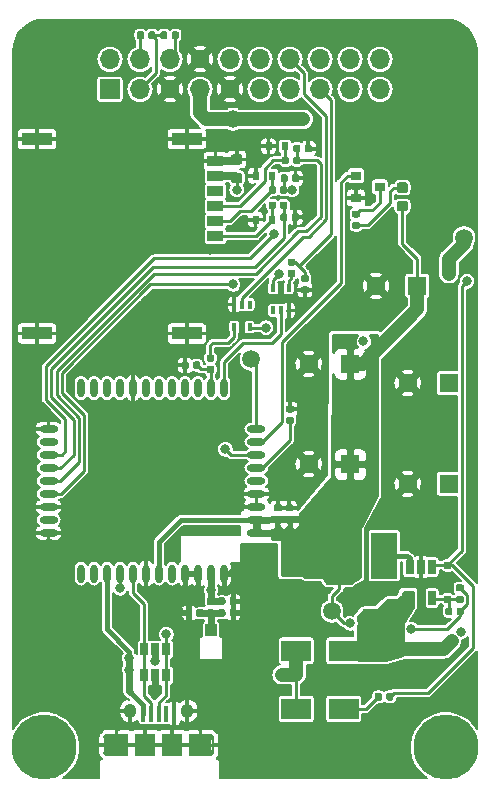
<source format=gtl>
G04 #@! TF.GenerationSoftware,KiCad,Pcbnew,5.1.4-e60b266~84~ubuntu19.04.1*
G04 #@! TF.CreationDate,2019-10-07T11:31:09+08:00*
G04 #@! TF.ProjectId,cicada-2g,63696361-6461-42d3-9267-2e6b69636164,0.1*
G04 #@! TF.SameCoordinates,PX7cee6c0PY3dfd240*
G04 #@! TF.FileFunction,Copper,L1,Top*
G04 #@! TF.FilePolarity,Positive*
%FSLAX46Y46*%
G04 Gerber Fmt 4.6, Leading zero omitted, Abs format (unit mm)*
G04 Created by KiCad (PCBNEW 5.1.4-e60b266~84~ubuntu19.04.1) date 2019-10-07 11:31:09*
%MOMM*%
%LPD*%
G04 APERTURE LIST*
%ADD10C,0.150000*%
%ADD11C,0.590000*%
%ADD12C,1.500000*%
%ADD13C,5.500000*%
%ADD14O,1.600000X0.600000*%
%ADD15O,0.600000X1.600000*%
%ADD16R,1.000000X1.000000*%
%ADD17R,1.050000X2.200000*%
%ADD18R,2.500000X1.800000*%
%ADD19O,1.050000X1.250000*%
%ADD20R,0.400000X1.350000*%
%ADD21R,0.250000X1.400000*%
%ADD22R,1.850000X1.900000*%
%ADD23C,0.500000*%
%ADD24O,1.524000X1.900000*%
%ADD25R,1.800000X1.900000*%
%ADD26R,0.650000X1.220000*%
%ADD27R,0.650000X1.060000*%
%ADD28R,2.600000X1.100000*%
%ADD29R,1.350000X0.900000*%
%ADD30R,2.200000X3.900000*%
%ADD31C,0.875000*%
%ADD32R,0.600000X0.700000*%
%ADD33C,0.975000*%
%ADD34C,1.600000*%
%ADD35R,1.600000X1.600000*%
%ADD36R,1.700000X1.700000*%
%ADD37O,1.700000X1.700000*%
%ADD38R,0.900000X0.800000*%
%ADD39R,0.400000X0.650000*%
%ADD40C,0.800000*%
%ADD41C,0.650000*%
%ADD42C,0.250000*%
%ADD43C,0.600000*%
%ADD44C,0.400000*%
%ADD45C,1.200000*%
%ADD46C,0.200000*%
%ADD47C,0.254000*%
G04 APERTURE END LIST*
D10*
G36*
X9584958Y-12509710D02*
G01*
X9599276Y-12511834D01*
X9613317Y-12515351D01*
X9626946Y-12520228D01*
X9640031Y-12526417D01*
X9652447Y-12533858D01*
X9664073Y-12542481D01*
X9674798Y-12552202D01*
X9684519Y-12562927D01*
X9693142Y-12574553D01*
X9700583Y-12586969D01*
X9706772Y-12600054D01*
X9711649Y-12613683D01*
X9715166Y-12627724D01*
X9717290Y-12642042D01*
X9718000Y-12656500D01*
X9718000Y-12951500D01*
X9717290Y-12965958D01*
X9715166Y-12980276D01*
X9711649Y-12994317D01*
X9706772Y-13007946D01*
X9700583Y-13021031D01*
X9693142Y-13033447D01*
X9684519Y-13045073D01*
X9674798Y-13055798D01*
X9664073Y-13065519D01*
X9652447Y-13074142D01*
X9640031Y-13081583D01*
X9626946Y-13087772D01*
X9613317Y-13092649D01*
X9599276Y-13096166D01*
X9584958Y-13098290D01*
X9570500Y-13099000D01*
X9225500Y-13099000D01*
X9211042Y-13098290D01*
X9196724Y-13096166D01*
X9182683Y-13092649D01*
X9169054Y-13087772D01*
X9155969Y-13081583D01*
X9143553Y-13074142D01*
X9131927Y-13065519D01*
X9121202Y-13055798D01*
X9111481Y-13045073D01*
X9102858Y-13033447D01*
X9095417Y-13021031D01*
X9089228Y-13007946D01*
X9084351Y-12994317D01*
X9080834Y-12980276D01*
X9078710Y-12965958D01*
X9078000Y-12951500D01*
X9078000Y-12656500D01*
X9078710Y-12642042D01*
X9080834Y-12627724D01*
X9084351Y-12613683D01*
X9089228Y-12600054D01*
X9095417Y-12586969D01*
X9102858Y-12574553D01*
X9111481Y-12562927D01*
X9121202Y-12552202D01*
X9131927Y-12542481D01*
X9143553Y-12533858D01*
X9155969Y-12526417D01*
X9169054Y-12520228D01*
X9182683Y-12515351D01*
X9196724Y-12511834D01*
X9211042Y-12509710D01*
X9225500Y-12509000D01*
X9570500Y-12509000D01*
X9584958Y-12509710D01*
X9584958Y-12509710D01*
G37*
D11*
X9398000Y-12804000D03*
D10*
G36*
X9584958Y-11539710D02*
G01*
X9599276Y-11541834D01*
X9613317Y-11545351D01*
X9626946Y-11550228D01*
X9640031Y-11556417D01*
X9652447Y-11563858D01*
X9664073Y-11572481D01*
X9674798Y-11582202D01*
X9684519Y-11592927D01*
X9693142Y-11604553D01*
X9700583Y-11616969D01*
X9706772Y-11630054D01*
X9711649Y-11643683D01*
X9715166Y-11657724D01*
X9717290Y-11672042D01*
X9718000Y-11686500D01*
X9718000Y-11981500D01*
X9717290Y-11995958D01*
X9715166Y-12010276D01*
X9711649Y-12024317D01*
X9706772Y-12037946D01*
X9700583Y-12051031D01*
X9693142Y-12063447D01*
X9684519Y-12075073D01*
X9674798Y-12085798D01*
X9664073Y-12095519D01*
X9652447Y-12104142D01*
X9640031Y-12111583D01*
X9626946Y-12117772D01*
X9613317Y-12122649D01*
X9599276Y-12126166D01*
X9584958Y-12128290D01*
X9570500Y-12129000D01*
X9225500Y-12129000D01*
X9211042Y-12128290D01*
X9196724Y-12126166D01*
X9182683Y-12122649D01*
X9169054Y-12117772D01*
X9155969Y-12111583D01*
X9143553Y-12104142D01*
X9131927Y-12095519D01*
X9121202Y-12085798D01*
X9111481Y-12075073D01*
X9102858Y-12063447D01*
X9095417Y-12051031D01*
X9089228Y-12037946D01*
X9084351Y-12024317D01*
X9080834Y-12010276D01*
X9078710Y-11995958D01*
X9078000Y-11981500D01*
X9078000Y-11686500D01*
X9078710Y-11672042D01*
X9080834Y-11657724D01*
X9084351Y-11643683D01*
X9089228Y-11630054D01*
X9095417Y-11616969D01*
X9102858Y-11604553D01*
X9111481Y-11592927D01*
X9121202Y-11582202D01*
X9131927Y-11572481D01*
X9143553Y-11563858D01*
X9155969Y-11556417D01*
X9169054Y-11550228D01*
X9182683Y-11545351D01*
X9196724Y-11541834D01*
X9211042Y-11539710D01*
X9225500Y-11539000D01*
X9570500Y-11539000D01*
X9584958Y-11539710D01*
X9584958Y-11539710D01*
G37*
D11*
X9398000Y-11834000D03*
D10*
G36*
X3996958Y-28049710D02*
G01*
X4011276Y-28051834D01*
X4025317Y-28055351D01*
X4038946Y-28060228D01*
X4052031Y-28066417D01*
X4064447Y-28073858D01*
X4076073Y-28082481D01*
X4086798Y-28092202D01*
X4096519Y-28102927D01*
X4105142Y-28114553D01*
X4112583Y-28126969D01*
X4118772Y-28140054D01*
X4123649Y-28153683D01*
X4127166Y-28167724D01*
X4129290Y-28182042D01*
X4130000Y-28196500D01*
X4130000Y-28491500D01*
X4129290Y-28505958D01*
X4127166Y-28520276D01*
X4123649Y-28534317D01*
X4118772Y-28547946D01*
X4112583Y-28561031D01*
X4105142Y-28573447D01*
X4096519Y-28585073D01*
X4086798Y-28595798D01*
X4076073Y-28605519D01*
X4064447Y-28614142D01*
X4052031Y-28621583D01*
X4038946Y-28627772D01*
X4025317Y-28632649D01*
X4011276Y-28636166D01*
X3996958Y-28638290D01*
X3982500Y-28639000D01*
X3637500Y-28639000D01*
X3623042Y-28638290D01*
X3608724Y-28636166D01*
X3594683Y-28632649D01*
X3581054Y-28627772D01*
X3567969Y-28621583D01*
X3555553Y-28614142D01*
X3543927Y-28605519D01*
X3533202Y-28595798D01*
X3523481Y-28585073D01*
X3514858Y-28573447D01*
X3507417Y-28561031D01*
X3501228Y-28547946D01*
X3496351Y-28534317D01*
X3492834Y-28520276D01*
X3490710Y-28505958D01*
X3490000Y-28491500D01*
X3490000Y-28196500D01*
X3490710Y-28182042D01*
X3492834Y-28167724D01*
X3496351Y-28153683D01*
X3501228Y-28140054D01*
X3507417Y-28126969D01*
X3514858Y-28114553D01*
X3523481Y-28102927D01*
X3533202Y-28092202D01*
X3543927Y-28082481D01*
X3555553Y-28073858D01*
X3567969Y-28066417D01*
X3581054Y-28060228D01*
X3594683Y-28055351D01*
X3608724Y-28051834D01*
X3623042Y-28049710D01*
X3637500Y-28049000D01*
X3982500Y-28049000D01*
X3996958Y-28049710D01*
X3996958Y-28049710D01*
G37*
D11*
X3810000Y-28344000D03*
D10*
G36*
X3996958Y-29019710D02*
G01*
X4011276Y-29021834D01*
X4025317Y-29025351D01*
X4038946Y-29030228D01*
X4052031Y-29036417D01*
X4064447Y-29043858D01*
X4076073Y-29052481D01*
X4086798Y-29062202D01*
X4096519Y-29072927D01*
X4105142Y-29084553D01*
X4112583Y-29096969D01*
X4118772Y-29110054D01*
X4123649Y-29123683D01*
X4127166Y-29137724D01*
X4129290Y-29152042D01*
X4130000Y-29166500D01*
X4130000Y-29461500D01*
X4129290Y-29475958D01*
X4127166Y-29490276D01*
X4123649Y-29504317D01*
X4118772Y-29517946D01*
X4112583Y-29531031D01*
X4105142Y-29543447D01*
X4096519Y-29555073D01*
X4086798Y-29565798D01*
X4076073Y-29575519D01*
X4064447Y-29584142D01*
X4052031Y-29591583D01*
X4038946Y-29597772D01*
X4025317Y-29602649D01*
X4011276Y-29606166D01*
X3996958Y-29608290D01*
X3982500Y-29609000D01*
X3637500Y-29609000D01*
X3623042Y-29608290D01*
X3608724Y-29606166D01*
X3594683Y-29602649D01*
X3581054Y-29597772D01*
X3567969Y-29591583D01*
X3555553Y-29584142D01*
X3543927Y-29575519D01*
X3533202Y-29565798D01*
X3523481Y-29555073D01*
X3514858Y-29543447D01*
X3507417Y-29531031D01*
X3501228Y-29517946D01*
X3496351Y-29504317D01*
X3492834Y-29490276D01*
X3490710Y-29475958D01*
X3490000Y-29461500D01*
X3490000Y-29166500D01*
X3490710Y-29152042D01*
X3492834Y-29137724D01*
X3496351Y-29123683D01*
X3501228Y-29110054D01*
X3507417Y-29096969D01*
X3514858Y-29084553D01*
X3523481Y-29072927D01*
X3533202Y-29062202D01*
X3543927Y-29052481D01*
X3555553Y-29043858D01*
X3567969Y-29036417D01*
X3581054Y-29030228D01*
X3594683Y-29025351D01*
X3608724Y-29021834D01*
X3623042Y-29019710D01*
X3637500Y-29019000D01*
X3982500Y-29019000D01*
X3996958Y-29019710D01*
X3996958Y-29019710D01*
G37*
D11*
X3810000Y-29314000D03*
D12*
X18542000Y-13843000D03*
D13*
X17000000Y-57000000D03*
X-17000000Y-57000000D03*
D10*
G36*
X3936958Y-36420710D02*
G01*
X3951276Y-36422834D01*
X3965317Y-36426351D01*
X3978946Y-36431228D01*
X3992031Y-36437417D01*
X4004447Y-36444858D01*
X4016073Y-36453481D01*
X4026798Y-36463202D01*
X4036519Y-36473927D01*
X4045142Y-36485553D01*
X4052583Y-36497969D01*
X4058772Y-36511054D01*
X4063649Y-36524683D01*
X4067166Y-36538724D01*
X4069290Y-36553042D01*
X4070000Y-36567500D01*
X4070000Y-36862500D01*
X4069290Y-36876958D01*
X4067166Y-36891276D01*
X4063649Y-36905317D01*
X4058772Y-36918946D01*
X4052583Y-36932031D01*
X4045142Y-36944447D01*
X4036519Y-36956073D01*
X4026798Y-36966798D01*
X4016073Y-36976519D01*
X4004447Y-36985142D01*
X3992031Y-36992583D01*
X3978946Y-36998772D01*
X3965317Y-37003649D01*
X3951276Y-37007166D01*
X3936958Y-37009290D01*
X3922500Y-37010000D01*
X3577500Y-37010000D01*
X3563042Y-37009290D01*
X3548724Y-37007166D01*
X3534683Y-37003649D01*
X3521054Y-36998772D01*
X3507969Y-36992583D01*
X3495553Y-36985142D01*
X3483927Y-36976519D01*
X3473202Y-36966798D01*
X3463481Y-36956073D01*
X3454858Y-36944447D01*
X3447417Y-36932031D01*
X3441228Y-36918946D01*
X3436351Y-36905317D01*
X3432834Y-36891276D01*
X3430710Y-36876958D01*
X3430000Y-36862500D01*
X3430000Y-36567500D01*
X3430710Y-36553042D01*
X3432834Y-36538724D01*
X3436351Y-36524683D01*
X3441228Y-36511054D01*
X3447417Y-36497969D01*
X3454858Y-36485553D01*
X3463481Y-36473927D01*
X3473202Y-36463202D01*
X3483927Y-36453481D01*
X3495553Y-36444858D01*
X3507969Y-36437417D01*
X3521054Y-36431228D01*
X3534683Y-36426351D01*
X3548724Y-36422834D01*
X3563042Y-36420710D01*
X3577500Y-36420000D01*
X3922500Y-36420000D01*
X3936958Y-36420710D01*
X3936958Y-36420710D01*
G37*
D11*
X3750000Y-36715000D03*
D10*
G36*
X3936958Y-37390710D02*
G01*
X3951276Y-37392834D01*
X3965317Y-37396351D01*
X3978946Y-37401228D01*
X3992031Y-37407417D01*
X4004447Y-37414858D01*
X4016073Y-37423481D01*
X4026798Y-37433202D01*
X4036519Y-37443927D01*
X4045142Y-37455553D01*
X4052583Y-37467969D01*
X4058772Y-37481054D01*
X4063649Y-37494683D01*
X4067166Y-37508724D01*
X4069290Y-37523042D01*
X4070000Y-37537500D01*
X4070000Y-37832500D01*
X4069290Y-37846958D01*
X4067166Y-37861276D01*
X4063649Y-37875317D01*
X4058772Y-37888946D01*
X4052583Y-37902031D01*
X4045142Y-37914447D01*
X4036519Y-37926073D01*
X4026798Y-37936798D01*
X4016073Y-37946519D01*
X4004447Y-37955142D01*
X3992031Y-37962583D01*
X3978946Y-37968772D01*
X3965317Y-37973649D01*
X3951276Y-37977166D01*
X3936958Y-37979290D01*
X3922500Y-37980000D01*
X3577500Y-37980000D01*
X3563042Y-37979290D01*
X3548724Y-37977166D01*
X3534683Y-37973649D01*
X3521054Y-37968772D01*
X3507969Y-37962583D01*
X3495553Y-37955142D01*
X3483927Y-37946519D01*
X3473202Y-37936798D01*
X3463481Y-37926073D01*
X3454858Y-37914447D01*
X3447417Y-37902031D01*
X3441228Y-37888946D01*
X3436351Y-37875317D01*
X3432834Y-37861276D01*
X3430710Y-37846958D01*
X3430000Y-37832500D01*
X3430000Y-37537500D01*
X3430710Y-37523042D01*
X3432834Y-37508724D01*
X3436351Y-37494683D01*
X3441228Y-37481054D01*
X3447417Y-37467969D01*
X3454858Y-37455553D01*
X3463481Y-37443927D01*
X3473202Y-37433202D01*
X3483927Y-37423481D01*
X3495553Y-37414858D01*
X3507969Y-37407417D01*
X3521054Y-37401228D01*
X3534683Y-37396351D01*
X3548724Y-37392834D01*
X3563042Y-37390710D01*
X3577500Y-37390000D01*
X3922500Y-37390000D01*
X3936958Y-37390710D01*
X3936958Y-37390710D01*
G37*
D11*
X3750000Y-37685000D03*
D10*
G36*
X2986958Y-36420710D02*
G01*
X3001276Y-36422834D01*
X3015317Y-36426351D01*
X3028946Y-36431228D01*
X3042031Y-36437417D01*
X3054447Y-36444858D01*
X3066073Y-36453481D01*
X3076798Y-36463202D01*
X3086519Y-36473927D01*
X3095142Y-36485553D01*
X3102583Y-36497969D01*
X3108772Y-36511054D01*
X3113649Y-36524683D01*
X3117166Y-36538724D01*
X3119290Y-36553042D01*
X3120000Y-36567500D01*
X3120000Y-36862500D01*
X3119290Y-36876958D01*
X3117166Y-36891276D01*
X3113649Y-36905317D01*
X3108772Y-36918946D01*
X3102583Y-36932031D01*
X3095142Y-36944447D01*
X3086519Y-36956073D01*
X3076798Y-36966798D01*
X3066073Y-36976519D01*
X3054447Y-36985142D01*
X3042031Y-36992583D01*
X3028946Y-36998772D01*
X3015317Y-37003649D01*
X3001276Y-37007166D01*
X2986958Y-37009290D01*
X2972500Y-37010000D01*
X2627500Y-37010000D01*
X2613042Y-37009290D01*
X2598724Y-37007166D01*
X2584683Y-37003649D01*
X2571054Y-36998772D01*
X2557969Y-36992583D01*
X2545553Y-36985142D01*
X2533927Y-36976519D01*
X2523202Y-36966798D01*
X2513481Y-36956073D01*
X2504858Y-36944447D01*
X2497417Y-36932031D01*
X2491228Y-36918946D01*
X2486351Y-36905317D01*
X2482834Y-36891276D01*
X2480710Y-36876958D01*
X2480000Y-36862500D01*
X2480000Y-36567500D01*
X2480710Y-36553042D01*
X2482834Y-36538724D01*
X2486351Y-36524683D01*
X2491228Y-36511054D01*
X2497417Y-36497969D01*
X2504858Y-36485553D01*
X2513481Y-36473927D01*
X2523202Y-36463202D01*
X2533927Y-36453481D01*
X2545553Y-36444858D01*
X2557969Y-36437417D01*
X2571054Y-36431228D01*
X2584683Y-36426351D01*
X2598724Y-36422834D01*
X2613042Y-36420710D01*
X2627500Y-36420000D01*
X2972500Y-36420000D01*
X2986958Y-36420710D01*
X2986958Y-36420710D01*
G37*
D11*
X2800000Y-36715000D03*
D10*
G36*
X2986958Y-37390710D02*
G01*
X3001276Y-37392834D01*
X3015317Y-37396351D01*
X3028946Y-37401228D01*
X3042031Y-37407417D01*
X3054447Y-37414858D01*
X3066073Y-37423481D01*
X3076798Y-37433202D01*
X3086519Y-37443927D01*
X3095142Y-37455553D01*
X3102583Y-37467969D01*
X3108772Y-37481054D01*
X3113649Y-37494683D01*
X3117166Y-37508724D01*
X3119290Y-37523042D01*
X3120000Y-37537500D01*
X3120000Y-37832500D01*
X3119290Y-37846958D01*
X3117166Y-37861276D01*
X3113649Y-37875317D01*
X3108772Y-37888946D01*
X3102583Y-37902031D01*
X3095142Y-37914447D01*
X3086519Y-37926073D01*
X3076798Y-37936798D01*
X3066073Y-37946519D01*
X3054447Y-37955142D01*
X3042031Y-37962583D01*
X3028946Y-37968772D01*
X3015317Y-37973649D01*
X3001276Y-37977166D01*
X2986958Y-37979290D01*
X2972500Y-37980000D01*
X2627500Y-37980000D01*
X2613042Y-37979290D01*
X2598724Y-37977166D01*
X2584683Y-37973649D01*
X2571054Y-37968772D01*
X2557969Y-37962583D01*
X2545553Y-37955142D01*
X2533927Y-37946519D01*
X2523202Y-37936798D01*
X2513481Y-37926073D01*
X2504858Y-37914447D01*
X2497417Y-37902031D01*
X2491228Y-37888946D01*
X2486351Y-37875317D01*
X2482834Y-37861276D01*
X2480710Y-37846958D01*
X2480000Y-37832500D01*
X2480000Y-37537500D01*
X2480710Y-37523042D01*
X2482834Y-37508724D01*
X2486351Y-37494683D01*
X2491228Y-37481054D01*
X2497417Y-37467969D01*
X2504858Y-37455553D01*
X2513481Y-37443927D01*
X2523202Y-37433202D01*
X2533927Y-37423481D01*
X2545553Y-37414858D01*
X2557969Y-37407417D01*
X2571054Y-37401228D01*
X2584683Y-37396351D01*
X2598724Y-37392834D01*
X2613042Y-37390710D01*
X2627500Y-37390000D01*
X2972500Y-37390000D01*
X2986958Y-37390710D01*
X2986958Y-37390710D01*
G37*
D11*
X2800000Y-37685000D03*
D10*
G36*
X-848042Y-45280710D02*
G01*
X-833724Y-45282834D01*
X-819683Y-45286351D01*
X-806054Y-45291228D01*
X-792969Y-45297417D01*
X-780553Y-45304858D01*
X-768927Y-45313481D01*
X-758202Y-45323202D01*
X-748481Y-45333927D01*
X-739858Y-45345553D01*
X-732417Y-45357969D01*
X-726228Y-45371054D01*
X-721351Y-45384683D01*
X-717834Y-45398724D01*
X-715710Y-45413042D01*
X-715000Y-45427500D01*
X-715000Y-45772500D01*
X-715710Y-45786958D01*
X-717834Y-45801276D01*
X-721351Y-45815317D01*
X-726228Y-45828946D01*
X-732417Y-45842031D01*
X-739858Y-45854447D01*
X-748481Y-45866073D01*
X-758202Y-45876798D01*
X-768927Y-45886519D01*
X-780553Y-45895142D01*
X-792969Y-45902583D01*
X-806054Y-45908772D01*
X-819683Y-45913649D01*
X-833724Y-45917166D01*
X-848042Y-45919290D01*
X-862500Y-45920000D01*
X-1157500Y-45920000D01*
X-1171958Y-45919290D01*
X-1186276Y-45917166D01*
X-1200317Y-45913649D01*
X-1213946Y-45908772D01*
X-1227031Y-45902583D01*
X-1239447Y-45895142D01*
X-1251073Y-45886519D01*
X-1261798Y-45876798D01*
X-1271519Y-45866073D01*
X-1280142Y-45854447D01*
X-1287583Y-45842031D01*
X-1293772Y-45828946D01*
X-1298649Y-45815317D01*
X-1302166Y-45801276D01*
X-1304290Y-45786958D01*
X-1305000Y-45772500D01*
X-1305000Y-45427500D01*
X-1304290Y-45413042D01*
X-1302166Y-45398724D01*
X-1298649Y-45384683D01*
X-1293772Y-45371054D01*
X-1287583Y-45357969D01*
X-1280142Y-45345553D01*
X-1271519Y-45333927D01*
X-1261798Y-45323202D01*
X-1251073Y-45313481D01*
X-1239447Y-45304858D01*
X-1227031Y-45297417D01*
X-1213946Y-45291228D01*
X-1200317Y-45286351D01*
X-1186276Y-45282834D01*
X-1171958Y-45280710D01*
X-1157500Y-45280000D01*
X-862500Y-45280000D01*
X-848042Y-45280710D01*
X-848042Y-45280710D01*
G37*
D11*
X-1010000Y-45600000D03*
D10*
G36*
X-1818042Y-45280710D02*
G01*
X-1803724Y-45282834D01*
X-1789683Y-45286351D01*
X-1776054Y-45291228D01*
X-1762969Y-45297417D01*
X-1750553Y-45304858D01*
X-1738927Y-45313481D01*
X-1728202Y-45323202D01*
X-1718481Y-45333927D01*
X-1709858Y-45345553D01*
X-1702417Y-45357969D01*
X-1696228Y-45371054D01*
X-1691351Y-45384683D01*
X-1687834Y-45398724D01*
X-1685710Y-45413042D01*
X-1685000Y-45427500D01*
X-1685000Y-45772500D01*
X-1685710Y-45786958D01*
X-1687834Y-45801276D01*
X-1691351Y-45815317D01*
X-1696228Y-45828946D01*
X-1702417Y-45842031D01*
X-1709858Y-45854447D01*
X-1718481Y-45866073D01*
X-1728202Y-45876798D01*
X-1738927Y-45886519D01*
X-1750553Y-45895142D01*
X-1762969Y-45902583D01*
X-1776054Y-45908772D01*
X-1789683Y-45913649D01*
X-1803724Y-45917166D01*
X-1818042Y-45919290D01*
X-1832500Y-45920000D01*
X-2127500Y-45920000D01*
X-2141958Y-45919290D01*
X-2156276Y-45917166D01*
X-2170317Y-45913649D01*
X-2183946Y-45908772D01*
X-2197031Y-45902583D01*
X-2209447Y-45895142D01*
X-2221073Y-45886519D01*
X-2231798Y-45876798D01*
X-2241519Y-45866073D01*
X-2250142Y-45854447D01*
X-2257583Y-45842031D01*
X-2263772Y-45828946D01*
X-2268649Y-45815317D01*
X-2272166Y-45801276D01*
X-2274290Y-45786958D01*
X-2275000Y-45772500D01*
X-2275000Y-45427500D01*
X-2274290Y-45413042D01*
X-2272166Y-45398724D01*
X-2268649Y-45384683D01*
X-2263772Y-45371054D01*
X-2257583Y-45357969D01*
X-2250142Y-45345553D01*
X-2241519Y-45333927D01*
X-2231798Y-45323202D01*
X-2221073Y-45313481D01*
X-2209447Y-45304858D01*
X-2197031Y-45297417D01*
X-2183946Y-45291228D01*
X-2170317Y-45286351D01*
X-2156276Y-45282834D01*
X-2141958Y-45280710D01*
X-2127500Y-45280000D01*
X-1832500Y-45280000D01*
X-1818042Y-45280710D01*
X-1818042Y-45280710D01*
G37*
D11*
X-1980000Y-45600000D03*
D10*
G36*
X-848042Y-44280710D02*
G01*
X-833724Y-44282834D01*
X-819683Y-44286351D01*
X-806054Y-44291228D01*
X-792969Y-44297417D01*
X-780553Y-44304858D01*
X-768927Y-44313481D01*
X-758202Y-44323202D01*
X-748481Y-44333927D01*
X-739858Y-44345553D01*
X-732417Y-44357969D01*
X-726228Y-44371054D01*
X-721351Y-44384683D01*
X-717834Y-44398724D01*
X-715710Y-44413042D01*
X-715000Y-44427500D01*
X-715000Y-44772500D01*
X-715710Y-44786958D01*
X-717834Y-44801276D01*
X-721351Y-44815317D01*
X-726228Y-44828946D01*
X-732417Y-44842031D01*
X-739858Y-44854447D01*
X-748481Y-44866073D01*
X-758202Y-44876798D01*
X-768927Y-44886519D01*
X-780553Y-44895142D01*
X-792969Y-44902583D01*
X-806054Y-44908772D01*
X-819683Y-44913649D01*
X-833724Y-44917166D01*
X-848042Y-44919290D01*
X-862500Y-44920000D01*
X-1157500Y-44920000D01*
X-1171958Y-44919290D01*
X-1186276Y-44917166D01*
X-1200317Y-44913649D01*
X-1213946Y-44908772D01*
X-1227031Y-44902583D01*
X-1239447Y-44895142D01*
X-1251073Y-44886519D01*
X-1261798Y-44876798D01*
X-1271519Y-44866073D01*
X-1280142Y-44854447D01*
X-1287583Y-44842031D01*
X-1293772Y-44828946D01*
X-1298649Y-44815317D01*
X-1302166Y-44801276D01*
X-1304290Y-44786958D01*
X-1305000Y-44772500D01*
X-1305000Y-44427500D01*
X-1304290Y-44413042D01*
X-1302166Y-44398724D01*
X-1298649Y-44384683D01*
X-1293772Y-44371054D01*
X-1287583Y-44357969D01*
X-1280142Y-44345553D01*
X-1271519Y-44333927D01*
X-1261798Y-44323202D01*
X-1251073Y-44313481D01*
X-1239447Y-44304858D01*
X-1227031Y-44297417D01*
X-1213946Y-44291228D01*
X-1200317Y-44286351D01*
X-1186276Y-44282834D01*
X-1171958Y-44280710D01*
X-1157500Y-44280000D01*
X-862500Y-44280000D01*
X-848042Y-44280710D01*
X-848042Y-44280710D01*
G37*
D11*
X-1010000Y-44600000D03*
D10*
G36*
X-1818042Y-44280710D02*
G01*
X-1803724Y-44282834D01*
X-1789683Y-44286351D01*
X-1776054Y-44291228D01*
X-1762969Y-44297417D01*
X-1750553Y-44304858D01*
X-1738927Y-44313481D01*
X-1728202Y-44323202D01*
X-1718481Y-44333927D01*
X-1709858Y-44345553D01*
X-1702417Y-44357969D01*
X-1696228Y-44371054D01*
X-1691351Y-44384683D01*
X-1687834Y-44398724D01*
X-1685710Y-44413042D01*
X-1685000Y-44427500D01*
X-1685000Y-44772500D01*
X-1685710Y-44786958D01*
X-1687834Y-44801276D01*
X-1691351Y-44815317D01*
X-1696228Y-44828946D01*
X-1702417Y-44842031D01*
X-1709858Y-44854447D01*
X-1718481Y-44866073D01*
X-1728202Y-44876798D01*
X-1738927Y-44886519D01*
X-1750553Y-44895142D01*
X-1762969Y-44902583D01*
X-1776054Y-44908772D01*
X-1789683Y-44913649D01*
X-1803724Y-44917166D01*
X-1818042Y-44919290D01*
X-1832500Y-44920000D01*
X-2127500Y-44920000D01*
X-2141958Y-44919290D01*
X-2156276Y-44917166D01*
X-2170317Y-44913649D01*
X-2183946Y-44908772D01*
X-2197031Y-44902583D01*
X-2209447Y-44895142D01*
X-2221073Y-44886519D01*
X-2231798Y-44876798D01*
X-2241519Y-44866073D01*
X-2250142Y-44854447D01*
X-2257583Y-44842031D01*
X-2263772Y-44828946D01*
X-2268649Y-44815317D01*
X-2272166Y-44801276D01*
X-2274290Y-44786958D01*
X-2275000Y-44772500D01*
X-2275000Y-44427500D01*
X-2274290Y-44413042D01*
X-2272166Y-44398724D01*
X-2268649Y-44384683D01*
X-2263772Y-44371054D01*
X-2257583Y-44357969D01*
X-2250142Y-44345553D01*
X-2241519Y-44333927D01*
X-2231798Y-44323202D01*
X-2221073Y-44313481D01*
X-2209447Y-44304858D01*
X-2197031Y-44297417D01*
X-2183946Y-44291228D01*
X-2170317Y-44286351D01*
X-2156276Y-44282834D01*
X-2141958Y-44280710D01*
X-2127500Y-44280000D01*
X-1832500Y-44280000D01*
X-1818042Y-44280710D01*
X-1818042Y-44280710D01*
G37*
D11*
X-1980000Y-44600000D03*
D10*
G36*
X-2713042Y-44340710D02*
G01*
X-2698724Y-44342834D01*
X-2684683Y-44346351D01*
X-2671054Y-44351228D01*
X-2657969Y-44357417D01*
X-2645553Y-44364858D01*
X-2633927Y-44373481D01*
X-2623202Y-44383202D01*
X-2613481Y-44393927D01*
X-2604858Y-44405553D01*
X-2597417Y-44417969D01*
X-2591228Y-44431054D01*
X-2586351Y-44444683D01*
X-2582834Y-44458724D01*
X-2580710Y-44473042D01*
X-2580000Y-44487500D01*
X-2580000Y-44782500D01*
X-2580710Y-44796958D01*
X-2582834Y-44811276D01*
X-2586351Y-44825317D01*
X-2591228Y-44838946D01*
X-2597417Y-44852031D01*
X-2604858Y-44864447D01*
X-2613481Y-44876073D01*
X-2623202Y-44886798D01*
X-2633927Y-44896519D01*
X-2645553Y-44905142D01*
X-2657969Y-44912583D01*
X-2671054Y-44918772D01*
X-2684683Y-44923649D01*
X-2698724Y-44927166D01*
X-2713042Y-44929290D01*
X-2727500Y-44930000D01*
X-3072500Y-44930000D01*
X-3086958Y-44929290D01*
X-3101276Y-44927166D01*
X-3115317Y-44923649D01*
X-3128946Y-44918772D01*
X-3142031Y-44912583D01*
X-3154447Y-44905142D01*
X-3166073Y-44896519D01*
X-3176798Y-44886798D01*
X-3186519Y-44876073D01*
X-3195142Y-44864447D01*
X-3202583Y-44852031D01*
X-3208772Y-44838946D01*
X-3213649Y-44825317D01*
X-3217166Y-44811276D01*
X-3219290Y-44796958D01*
X-3220000Y-44782500D01*
X-3220000Y-44487500D01*
X-3219290Y-44473042D01*
X-3217166Y-44458724D01*
X-3213649Y-44444683D01*
X-3208772Y-44431054D01*
X-3202583Y-44417969D01*
X-3195142Y-44405553D01*
X-3186519Y-44393927D01*
X-3176798Y-44383202D01*
X-3166073Y-44373481D01*
X-3154447Y-44364858D01*
X-3142031Y-44357417D01*
X-3128946Y-44351228D01*
X-3115317Y-44346351D01*
X-3101276Y-44342834D01*
X-3086958Y-44340710D01*
X-3072500Y-44340000D01*
X-2727500Y-44340000D01*
X-2713042Y-44340710D01*
X-2713042Y-44340710D01*
G37*
D11*
X-2900000Y-44635000D03*
D10*
G36*
X-2713042Y-45310710D02*
G01*
X-2698724Y-45312834D01*
X-2684683Y-45316351D01*
X-2671054Y-45321228D01*
X-2657969Y-45327417D01*
X-2645553Y-45334858D01*
X-2633927Y-45343481D01*
X-2623202Y-45353202D01*
X-2613481Y-45363927D01*
X-2604858Y-45375553D01*
X-2597417Y-45387969D01*
X-2591228Y-45401054D01*
X-2586351Y-45414683D01*
X-2582834Y-45428724D01*
X-2580710Y-45443042D01*
X-2580000Y-45457500D01*
X-2580000Y-45752500D01*
X-2580710Y-45766958D01*
X-2582834Y-45781276D01*
X-2586351Y-45795317D01*
X-2591228Y-45808946D01*
X-2597417Y-45822031D01*
X-2604858Y-45834447D01*
X-2613481Y-45846073D01*
X-2623202Y-45856798D01*
X-2633927Y-45866519D01*
X-2645553Y-45875142D01*
X-2657969Y-45882583D01*
X-2671054Y-45888772D01*
X-2684683Y-45893649D01*
X-2698724Y-45897166D01*
X-2713042Y-45899290D01*
X-2727500Y-45900000D01*
X-3072500Y-45900000D01*
X-3086958Y-45899290D01*
X-3101276Y-45897166D01*
X-3115317Y-45893649D01*
X-3128946Y-45888772D01*
X-3142031Y-45882583D01*
X-3154447Y-45875142D01*
X-3166073Y-45866519D01*
X-3176798Y-45856798D01*
X-3186519Y-45846073D01*
X-3195142Y-45834447D01*
X-3202583Y-45822031D01*
X-3208772Y-45808946D01*
X-3213649Y-45795317D01*
X-3217166Y-45781276D01*
X-3219290Y-45766958D01*
X-3220000Y-45752500D01*
X-3220000Y-45457500D01*
X-3219290Y-45443042D01*
X-3217166Y-45428724D01*
X-3213649Y-45414683D01*
X-3208772Y-45401054D01*
X-3202583Y-45387969D01*
X-3195142Y-45375553D01*
X-3186519Y-45363927D01*
X-3176798Y-45353202D01*
X-3166073Y-45343481D01*
X-3154447Y-45334858D01*
X-3142031Y-45327417D01*
X-3128946Y-45321228D01*
X-3115317Y-45316351D01*
X-3101276Y-45312834D01*
X-3086958Y-45310710D01*
X-3072500Y-45310000D01*
X-2727500Y-45310000D01*
X-2713042Y-45310710D01*
X-2713042Y-45310710D01*
G37*
D11*
X-2900000Y-45605000D03*
D14*
X975000Y-30025000D03*
X975000Y-31125000D03*
X975000Y-32225000D03*
X975000Y-33325000D03*
X975000Y-34425000D03*
X975000Y-35525000D03*
X975000Y-36625000D03*
X975000Y-37725000D03*
X975000Y-38825000D03*
D15*
X-1775000Y-42275000D03*
X-2875000Y-42275000D03*
X-3975000Y-42275000D03*
X-5075000Y-42275000D03*
X-6175000Y-42275000D03*
X-7275000Y-42275000D03*
X-8375000Y-42275000D03*
X-9475000Y-42275000D03*
X-10575000Y-42275000D03*
X-11675000Y-42275000D03*
X-12775000Y-42275000D03*
X-13875000Y-42275000D03*
D14*
X-16625000Y-38825000D03*
X-16625000Y-37725000D03*
X-16625000Y-36625000D03*
X-16625000Y-35525000D03*
X-16625000Y-34425000D03*
X-16625000Y-33325000D03*
X-16625000Y-32225000D03*
X-16625000Y-31125000D03*
X-16625000Y-30025000D03*
D15*
X-13875000Y-26575000D03*
X-12775000Y-26575000D03*
X-11675000Y-26575000D03*
X-10575000Y-26575000D03*
X-9475000Y-26575000D03*
X-8375000Y-26575000D03*
X-7275000Y-26575000D03*
X-6175000Y-26575000D03*
X-5075000Y-26575000D03*
X-3975000Y-26575000D03*
X-2875000Y-26575000D03*
X-1775000Y-26575000D03*
D16*
X-2900000Y-47070000D03*
X-2900000Y-50070000D03*
D17*
X-4375000Y-48570000D03*
X-1425000Y-48570000D03*
D18*
X4350000Y-48800000D03*
X8350000Y-48800000D03*
D19*
X-4875000Y-53900000D03*
X-9725000Y-53900000D03*
D20*
X-6000000Y-54125000D03*
X-6650000Y-54125000D03*
X-7300000Y-54125000D03*
X-7950000Y-54125000D03*
X-8600000Y-54125000D03*
D21*
X-2725000Y-56800000D03*
X-11875000Y-56800000D03*
D22*
X-3775000Y-56800000D03*
X-10825000Y-56800000D03*
D23*
X-2850000Y-57500000D03*
X-2850000Y-56100000D03*
X-11750000Y-57500000D03*
X-11750000Y-56100000D03*
D24*
X-3700000Y-56800000D03*
D25*
X-6150000Y-56800000D03*
X-8450000Y-56800000D03*
D24*
X-10900000Y-56800000D03*
D10*
G36*
X17336958Y-44165710D02*
G01*
X17351276Y-44167834D01*
X17365317Y-44171351D01*
X17378946Y-44176228D01*
X17392031Y-44182417D01*
X17404447Y-44189858D01*
X17416073Y-44198481D01*
X17426798Y-44208202D01*
X17436519Y-44218927D01*
X17445142Y-44230553D01*
X17452583Y-44242969D01*
X17458772Y-44256054D01*
X17463649Y-44269683D01*
X17467166Y-44283724D01*
X17469290Y-44298042D01*
X17470000Y-44312500D01*
X17470000Y-44607500D01*
X17469290Y-44621958D01*
X17467166Y-44636276D01*
X17463649Y-44650317D01*
X17458772Y-44663946D01*
X17452583Y-44677031D01*
X17445142Y-44689447D01*
X17436519Y-44701073D01*
X17426798Y-44711798D01*
X17416073Y-44721519D01*
X17404447Y-44730142D01*
X17392031Y-44737583D01*
X17378946Y-44743772D01*
X17365317Y-44748649D01*
X17351276Y-44752166D01*
X17336958Y-44754290D01*
X17322500Y-44755000D01*
X16977500Y-44755000D01*
X16963042Y-44754290D01*
X16948724Y-44752166D01*
X16934683Y-44748649D01*
X16921054Y-44743772D01*
X16907969Y-44737583D01*
X16895553Y-44730142D01*
X16883927Y-44721519D01*
X16873202Y-44711798D01*
X16863481Y-44701073D01*
X16854858Y-44689447D01*
X16847417Y-44677031D01*
X16841228Y-44663946D01*
X16836351Y-44650317D01*
X16832834Y-44636276D01*
X16830710Y-44621958D01*
X16830000Y-44607500D01*
X16830000Y-44312500D01*
X16830710Y-44298042D01*
X16832834Y-44283724D01*
X16836351Y-44269683D01*
X16841228Y-44256054D01*
X16847417Y-44242969D01*
X16854858Y-44230553D01*
X16863481Y-44218927D01*
X16873202Y-44208202D01*
X16883927Y-44198481D01*
X16895553Y-44189858D01*
X16907969Y-44182417D01*
X16921054Y-44176228D01*
X16934683Y-44171351D01*
X16948724Y-44167834D01*
X16963042Y-44165710D01*
X16977500Y-44165000D01*
X17322500Y-44165000D01*
X17336958Y-44165710D01*
X17336958Y-44165710D01*
G37*
D11*
X17150000Y-44460000D03*
D10*
G36*
X17336958Y-43195710D02*
G01*
X17351276Y-43197834D01*
X17365317Y-43201351D01*
X17378946Y-43206228D01*
X17392031Y-43212417D01*
X17404447Y-43219858D01*
X17416073Y-43228481D01*
X17426798Y-43238202D01*
X17436519Y-43248927D01*
X17445142Y-43260553D01*
X17452583Y-43272969D01*
X17458772Y-43286054D01*
X17463649Y-43299683D01*
X17467166Y-43313724D01*
X17469290Y-43328042D01*
X17470000Y-43342500D01*
X17470000Y-43637500D01*
X17469290Y-43651958D01*
X17467166Y-43666276D01*
X17463649Y-43680317D01*
X17458772Y-43693946D01*
X17452583Y-43707031D01*
X17445142Y-43719447D01*
X17436519Y-43731073D01*
X17426798Y-43741798D01*
X17416073Y-43751519D01*
X17404447Y-43760142D01*
X17392031Y-43767583D01*
X17378946Y-43773772D01*
X17365317Y-43778649D01*
X17351276Y-43782166D01*
X17336958Y-43784290D01*
X17322500Y-43785000D01*
X16977500Y-43785000D01*
X16963042Y-43784290D01*
X16948724Y-43782166D01*
X16934683Y-43778649D01*
X16921054Y-43773772D01*
X16907969Y-43767583D01*
X16895553Y-43760142D01*
X16883927Y-43751519D01*
X16873202Y-43741798D01*
X16863481Y-43731073D01*
X16854858Y-43719447D01*
X16847417Y-43707031D01*
X16841228Y-43693946D01*
X16836351Y-43680317D01*
X16832834Y-43666276D01*
X16830710Y-43651958D01*
X16830000Y-43637500D01*
X16830000Y-43342500D01*
X16830710Y-43328042D01*
X16832834Y-43313724D01*
X16836351Y-43299683D01*
X16841228Y-43286054D01*
X16847417Y-43272969D01*
X16854858Y-43260553D01*
X16863481Y-43248927D01*
X16873202Y-43238202D01*
X16883927Y-43228481D01*
X16895553Y-43219858D01*
X16907969Y-43212417D01*
X16921054Y-43206228D01*
X16934683Y-43201351D01*
X16948724Y-43197834D01*
X16963042Y-43195710D01*
X16977500Y-43195000D01*
X17322500Y-43195000D01*
X17336958Y-43195710D01*
X17336958Y-43195710D01*
G37*
D11*
X17150000Y-43490000D03*
D10*
G36*
X17336958Y-42265710D02*
G01*
X17351276Y-42267834D01*
X17365317Y-42271351D01*
X17378946Y-42276228D01*
X17392031Y-42282417D01*
X17404447Y-42289858D01*
X17416073Y-42298481D01*
X17426798Y-42308202D01*
X17436519Y-42318927D01*
X17445142Y-42330553D01*
X17452583Y-42342969D01*
X17458772Y-42356054D01*
X17463649Y-42369683D01*
X17467166Y-42383724D01*
X17469290Y-42398042D01*
X17470000Y-42412500D01*
X17470000Y-42707500D01*
X17469290Y-42721958D01*
X17467166Y-42736276D01*
X17463649Y-42750317D01*
X17458772Y-42763946D01*
X17452583Y-42777031D01*
X17445142Y-42789447D01*
X17436519Y-42801073D01*
X17426798Y-42811798D01*
X17416073Y-42821519D01*
X17404447Y-42830142D01*
X17392031Y-42837583D01*
X17378946Y-42843772D01*
X17365317Y-42848649D01*
X17351276Y-42852166D01*
X17336958Y-42854290D01*
X17322500Y-42855000D01*
X16977500Y-42855000D01*
X16963042Y-42854290D01*
X16948724Y-42852166D01*
X16934683Y-42848649D01*
X16921054Y-42843772D01*
X16907969Y-42837583D01*
X16895553Y-42830142D01*
X16883927Y-42821519D01*
X16873202Y-42811798D01*
X16863481Y-42801073D01*
X16854858Y-42789447D01*
X16847417Y-42777031D01*
X16841228Y-42763946D01*
X16836351Y-42750317D01*
X16832834Y-42736276D01*
X16830710Y-42721958D01*
X16830000Y-42707500D01*
X16830000Y-42412500D01*
X16830710Y-42398042D01*
X16832834Y-42383724D01*
X16836351Y-42369683D01*
X16841228Y-42356054D01*
X16847417Y-42342969D01*
X16854858Y-42330553D01*
X16863481Y-42318927D01*
X16873202Y-42308202D01*
X16883927Y-42298481D01*
X16895553Y-42289858D01*
X16907969Y-42282417D01*
X16921054Y-42276228D01*
X16934683Y-42271351D01*
X16948724Y-42267834D01*
X16963042Y-42265710D01*
X16977500Y-42265000D01*
X17322500Y-42265000D01*
X17336958Y-42265710D01*
X17336958Y-42265710D01*
G37*
D11*
X17150000Y-42560000D03*
D10*
G36*
X17336958Y-41295710D02*
G01*
X17351276Y-41297834D01*
X17365317Y-41301351D01*
X17378946Y-41306228D01*
X17392031Y-41312417D01*
X17404447Y-41319858D01*
X17416073Y-41328481D01*
X17426798Y-41338202D01*
X17436519Y-41348927D01*
X17445142Y-41360553D01*
X17452583Y-41372969D01*
X17458772Y-41386054D01*
X17463649Y-41399683D01*
X17467166Y-41413724D01*
X17469290Y-41428042D01*
X17470000Y-41442500D01*
X17470000Y-41737500D01*
X17469290Y-41751958D01*
X17467166Y-41766276D01*
X17463649Y-41780317D01*
X17458772Y-41793946D01*
X17452583Y-41807031D01*
X17445142Y-41819447D01*
X17436519Y-41831073D01*
X17426798Y-41841798D01*
X17416073Y-41851519D01*
X17404447Y-41860142D01*
X17392031Y-41867583D01*
X17378946Y-41873772D01*
X17365317Y-41878649D01*
X17351276Y-41882166D01*
X17336958Y-41884290D01*
X17322500Y-41885000D01*
X16977500Y-41885000D01*
X16963042Y-41884290D01*
X16948724Y-41882166D01*
X16934683Y-41878649D01*
X16921054Y-41873772D01*
X16907969Y-41867583D01*
X16895553Y-41860142D01*
X16883927Y-41851519D01*
X16873202Y-41841798D01*
X16863481Y-41831073D01*
X16854858Y-41819447D01*
X16847417Y-41807031D01*
X16841228Y-41793946D01*
X16836351Y-41780317D01*
X16832834Y-41766276D01*
X16830710Y-41751958D01*
X16830000Y-41737500D01*
X16830000Y-41442500D01*
X16830710Y-41428042D01*
X16832834Y-41413724D01*
X16836351Y-41399683D01*
X16841228Y-41386054D01*
X16847417Y-41372969D01*
X16854858Y-41360553D01*
X16863481Y-41348927D01*
X16873202Y-41338202D01*
X16883927Y-41328481D01*
X16895553Y-41319858D01*
X16907969Y-41312417D01*
X16921054Y-41306228D01*
X16934683Y-41301351D01*
X16948724Y-41297834D01*
X16963042Y-41295710D01*
X16977500Y-41295000D01*
X17322500Y-41295000D01*
X17336958Y-41295710D01*
X17336958Y-41295710D01*
G37*
D11*
X17150000Y-41590000D03*
D10*
G36*
X18384204Y-43195710D02*
G01*
X18398522Y-43197834D01*
X18412563Y-43201351D01*
X18426192Y-43206228D01*
X18439277Y-43212417D01*
X18451693Y-43219858D01*
X18463319Y-43228481D01*
X18474044Y-43238202D01*
X18483765Y-43248927D01*
X18492388Y-43260553D01*
X18499829Y-43272969D01*
X18506018Y-43286054D01*
X18510895Y-43299683D01*
X18514412Y-43313724D01*
X18516536Y-43328042D01*
X18517246Y-43342500D01*
X18517246Y-43637500D01*
X18516536Y-43651958D01*
X18514412Y-43666276D01*
X18510895Y-43680317D01*
X18506018Y-43693946D01*
X18499829Y-43707031D01*
X18492388Y-43719447D01*
X18483765Y-43731073D01*
X18474044Y-43741798D01*
X18463319Y-43751519D01*
X18451693Y-43760142D01*
X18439277Y-43767583D01*
X18426192Y-43773772D01*
X18412563Y-43778649D01*
X18398522Y-43782166D01*
X18384204Y-43784290D01*
X18369746Y-43785000D01*
X18024746Y-43785000D01*
X18010288Y-43784290D01*
X17995970Y-43782166D01*
X17981929Y-43778649D01*
X17968300Y-43773772D01*
X17955215Y-43767583D01*
X17942799Y-43760142D01*
X17931173Y-43751519D01*
X17920448Y-43741798D01*
X17910727Y-43731073D01*
X17902104Y-43719447D01*
X17894663Y-43707031D01*
X17888474Y-43693946D01*
X17883597Y-43680317D01*
X17880080Y-43666276D01*
X17877956Y-43651958D01*
X17877246Y-43637500D01*
X17877246Y-43342500D01*
X17877956Y-43328042D01*
X17880080Y-43313724D01*
X17883597Y-43299683D01*
X17888474Y-43286054D01*
X17894663Y-43272969D01*
X17902104Y-43260553D01*
X17910727Y-43248927D01*
X17920448Y-43238202D01*
X17931173Y-43228481D01*
X17942799Y-43219858D01*
X17955215Y-43212417D01*
X17968300Y-43206228D01*
X17981929Y-43201351D01*
X17995970Y-43197834D01*
X18010288Y-43195710D01*
X18024746Y-43195000D01*
X18369746Y-43195000D01*
X18384204Y-43195710D01*
X18384204Y-43195710D01*
G37*
D11*
X18197246Y-43490000D03*
D10*
G36*
X18384204Y-44165710D02*
G01*
X18398522Y-44167834D01*
X18412563Y-44171351D01*
X18426192Y-44176228D01*
X18439277Y-44182417D01*
X18451693Y-44189858D01*
X18463319Y-44198481D01*
X18474044Y-44208202D01*
X18483765Y-44218927D01*
X18492388Y-44230553D01*
X18499829Y-44242969D01*
X18506018Y-44256054D01*
X18510895Y-44269683D01*
X18514412Y-44283724D01*
X18516536Y-44298042D01*
X18517246Y-44312500D01*
X18517246Y-44607500D01*
X18516536Y-44621958D01*
X18514412Y-44636276D01*
X18510895Y-44650317D01*
X18506018Y-44663946D01*
X18499829Y-44677031D01*
X18492388Y-44689447D01*
X18483765Y-44701073D01*
X18474044Y-44711798D01*
X18463319Y-44721519D01*
X18451693Y-44730142D01*
X18439277Y-44737583D01*
X18426192Y-44743772D01*
X18412563Y-44748649D01*
X18398522Y-44752166D01*
X18384204Y-44754290D01*
X18369746Y-44755000D01*
X18024746Y-44755000D01*
X18010288Y-44754290D01*
X17995970Y-44752166D01*
X17981929Y-44748649D01*
X17968300Y-44743772D01*
X17955215Y-44737583D01*
X17942799Y-44730142D01*
X17931173Y-44721519D01*
X17920448Y-44711798D01*
X17910727Y-44701073D01*
X17902104Y-44689447D01*
X17894663Y-44677031D01*
X17888474Y-44663946D01*
X17883597Y-44650317D01*
X17880080Y-44636276D01*
X17877956Y-44621958D01*
X17877246Y-44607500D01*
X17877246Y-44312500D01*
X17877956Y-44298042D01*
X17880080Y-44283724D01*
X17883597Y-44269683D01*
X17888474Y-44256054D01*
X17894663Y-44242969D01*
X17902104Y-44230553D01*
X17910727Y-44218927D01*
X17920448Y-44208202D01*
X17931173Y-44198481D01*
X17942799Y-44189858D01*
X17955215Y-44182417D01*
X17968300Y-44176228D01*
X17981929Y-44171351D01*
X17995970Y-44167834D01*
X18010288Y-44165710D01*
X18024746Y-44165000D01*
X18369746Y-44165000D01*
X18384204Y-44165710D01*
X18384204Y-44165710D01*
G37*
D11*
X18197246Y-44460000D03*
D10*
G36*
X2476958Y-10780710D02*
G01*
X2491276Y-10782834D01*
X2505317Y-10786351D01*
X2518946Y-10791228D01*
X2532031Y-10797417D01*
X2544447Y-10804858D01*
X2556073Y-10813481D01*
X2566798Y-10823202D01*
X2576519Y-10833927D01*
X2585142Y-10845553D01*
X2592583Y-10857969D01*
X2598772Y-10871054D01*
X2603649Y-10884683D01*
X2607166Y-10898724D01*
X2609290Y-10913042D01*
X2610000Y-10927500D01*
X2610000Y-11272500D01*
X2609290Y-11286958D01*
X2607166Y-11301276D01*
X2603649Y-11315317D01*
X2598772Y-11328946D01*
X2592583Y-11342031D01*
X2585142Y-11354447D01*
X2576519Y-11366073D01*
X2566798Y-11376798D01*
X2556073Y-11386519D01*
X2544447Y-11395142D01*
X2532031Y-11402583D01*
X2518946Y-11408772D01*
X2505317Y-11413649D01*
X2491276Y-11417166D01*
X2476958Y-11419290D01*
X2462500Y-11420000D01*
X2167500Y-11420000D01*
X2153042Y-11419290D01*
X2138724Y-11417166D01*
X2124683Y-11413649D01*
X2111054Y-11408772D01*
X2097969Y-11402583D01*
X2085553Y-11395142D01*
X2073927Y-11386519D01*
X2063202Y-11376798D01*
X2053481Y-11366073D01*
X2044858Y-11354447D01*
X2037417Y-11342031D01*
X2031228Y-11328946D01*
X2026351Y-11315317D01*
X2022834Y-11301276D01*
X2020710Y-11286958D01*
X2020000Y-11272500D01*
X2020000Y-10927500D01*
X2020710Y-10913042D01*
X2022834Y-10898724D01*
X2026351Y-10884683D01*
X2031228Y-10871054D01*
X2037417Y-10857969D01*
X2044858Y-10845553D01*
X2053481Y-10833927D01*
X2063202Y-10823202D01*
X2073927Y-10813481D01*
X2085553Y-10804858D01*
X2097969Y-10797417D01*
X2111054Y-10791228D01*
X2124683Y-10786351D01*
X2138724Y-10782834D01*
X2153042Y-10780710D01*
X2167500Y-10780000D01*
X2462500Y-10780000D01*
X2476958Y-10780710D01*
X2476958Y-10780710D01*
G37*
D11*
X2315000Y-11100000D03*
D10*
G36*
X3446958Y-10780710D02*
G01*
X3461276Y-10782834D01*
X3475317Y-10786351D01*
X3488946Y-10791228D01*
X3502031Y-10797417D01*
X3514447Y-10804858D01*
X3526073Y-10813481D01*
X3536798Y-10823202D01*
X3546519Y-10833927D01*
X3555142Y-10845553D01*
X3562583Y-10857969D01*
X3568772Y-10871054D01*
X3573649Y-10884683D01*
X3577166Y-10898724D01*
X3579290Y-10913042D01*
X3580000Y-10927500D01*
X3580000Y-11272500D01*
X3579290Y-11286958D01*
X3577166Y-11301276D01*
X3573649Y-11315317D01*
X3568772Y-11328946D01*
X3562583Y-11342031D01*
X3555142Y-11354447D01*
X3546519Y-11366073D01*
X3536798Y-11376798D01*
X3526073Y-11386519D01*
X3514447Y-11395142D01*
X3502031Y-11402583D01*
X3488946Y-11408772D01*
X3475317Y-11413649D01*
X3461276Y-11417166D01*
X3446958Y-11419290D01*
X3432500Y-11420000D01*
X3137500Y-11420000D01*
X3123042Y-11419290D01*
X3108724Y-11417166D01*
X3094683Y-11413649D01*
X3081054Y-11408772D01*
X3067969Y-11402583D01*
X3055553Y-11395142D01*
X3043927Y-11386519D01*
X3033202Y-11376798D01*
X3023481Y-11366073D01*
X3014858Y-11354447D01*
X3007417Y-11342031D01*
X3001228Y-11328946D01*
X2996351Y-11315317D01*
X2992834Y-11301276D01*
X2990710Y-11286958D01*
X2990000Y-11272500D01*
X2990000Y-10927500D01*
X2990710Y-10913042D01*
X2992834Y-10898724D01*
X2996351Y-10884683D01*
X3001228Y-10871054D01*
X3007417Y-10857969D01*
X3014858Y-10845553D01*
X3023481Y-10833927D01*
X3033202Y-10823202D01*
X3043927Y-10813481D01*
X3055553Y-10804858D01*
X3067969Y-10797417D01*
X3081054Y-10791228D01*
X3094683Y-10786351D01*
X3108724Y-10782834D01*
X3123042Y-10780710D01*
X3137500Y-10780000D01*
X3432500Y-10780000D01*
X3446958Y-10780710D01*
X3446958Y-10780710D01*
G37*
D11*
X3285000Y-11100000D03*
D10*
G36*
X2476958Y-9480710D02*
G01*
X2491276Y-9482834D01*
X2505317Y-9486351D01*
X2518946Y-9491228D01*
X2532031Y-9497417D01*
X2544447Y-9504858D01*
X2556073Y-9513481D01*
X2566798Y-9523202D01*
X2576519Y-9533927D01*
X2585142Y-9545553D01*
X2592583Y-9557969D01*
X2598772Y-9571054D01*
X2603649Y-9584683D01*
X2607166Y-9598724D01*
X2609290Y-9613042D01*
X2610000Y-9627500D01*
X2610000Y-9972500D01*
X2609290Y-9986958D01*
X2607166Y-10001276D01*
X2603649Y-10015317D01*
X2598772Y-10028946D01*
X2592583Y-10042031D01*
X2585142Y-10054447D01*
X2576519Y-10066073D01*
X2566798Y-10076798D01*
X2556073Y-10086519D01*
X2544447Y-10095142D01*
X2532031Y-10102583D01*
X2518946Y-10108772D01*
X2505317Y-10113649D01*
X2491276Y-10117166D01*
X2476958Y-10119290D01*
X2462500Y-10120000D01*
X2167500Y-10120000D01*
X2153042Y-10119290D01*
X2138724Y-10117166D01*
X2124683Y-10113649D01*
X2111054Y-10108772D01*
X2097969Y-10102583D01*
X2085553Y-10095142D01*
X2073927Y-10086519D01*
X2063202Y-10076798D01*
X2053481Y-10066073D01*
X2044858Y-10054447D01*
X2037417Y-10042031D01*
X2031228Y-10028946D01*
X2026351Y-10015317D01*
X2022834Y-10001276D01*
X2020710Y-9986958D01*
X2020000Y-9972500D01*
X2020000Y-9627500D01*
X2020710Y-9613042D01*
X2022834Y-9598724D01*
X2026351Y-9584683D01*
X2031228Y-9571054D01*
X2037417Y-9557969D01*
X2044858Y-9545553D01*
X2053481Y-9533927D01*
X2063202Y-9523202D01*
X2073927Y-9513481D01*
X2085553Y-9504858D01*
X2097969Y-9497417D01*
X2111054Y-9491228D01*
X2124683Y-9486351D01*
X2138724Y-9482834D01*
X2153042Y-9480710D01*
X2167500Y-9480000D01*
X2462500Y-9480000D01*
X2476958Y-9480710D01*
X2476958Y-9480710D01*
G37*
D11*
X2315000Y-9800000D03*
D10*
G36*
X3446958Y-9480710D02*
G01*
X3461276Y-9482834D01*
X3475317Y-9486351D01*
X3488946Y-9491228D01*
X3502031Y-9497417D01*
X3514447Y-9504858D01*
X3526073Y-9513481D01*
X3536798Y-9523202D01*
X3546519Y-9533927D01*
X3555142Y-9545553D01*
X3562583Y-9557969D01*
X3568772Y-9571054D01*
X3573649Y-9584683D01*
X3577166Y-9598724D01*
X3579290Y-9613042D01*
X3580000Y-9627500D01*
X3580000Y-9972500D01*
X3579290Y-9986958D01*
X3577166Y-10001276D01*
X3573649Y-10015317D01*
X3568772Y-10028946D01*
X3562583Y-10042031D01*
X3555142Y-10054447D01*
X3546519Y-10066073D01*
X3536798Y-10076798D01*
X3526073Y-10086519D01*
X3514447Y-10095142D01*
X3502031Y-10102583D01*
X3488946Y-10108772D01*
X3475317Y-10113649D01*
X3461276Y-10117166D01*
X3446958Y-10119290D01*
X3432500Y-10120000D01*
X3137500Y-10120000D01*
X3123042Y-10119290D01*
X3108724Y-10117166D01*
X3094683Y-10113649D01*
X3081054Y-10108772D01*
X3067969Y-10102583D01*
X3055553Y-10095142D01*
X3043927Y-10086519D01*
X3033202Y-10076798D01*
X3023481Y-10066073D01*
X3014858Y-10054447D01*
X3007417Y-10042031D01*
X3001228Y-10028946D01*
X2996351Y-10015317D01*
X2992834Y-10001276D01*
X2990710Y-9986958D01*
X2990000Y-9972500D01*
X2990000Y-9627500D01*
X2990710Y-9613042D01*
X2992834Y-9598724D01*
X2996351Y-9584683D01*
X3001228Y-9571054D01*
X3007417Y-9557969D01*
X3014858Y-9545553D01*
X3023481Y-9533927D01*
X3033202Y-9523202D01*
X3043927Y-9513481D01*
X3055553Y-9504858D01*
X3067969Y-9497417D01*
X3081054Y-9491228D01*
X3094683Y-9486351D01*
X3108724Y-9482834D01*
X3123042Y-9480710D01*
X3137500Y-9480000D01*
X3432500Y-9480000D01*
X3446958Y-9480710D01*
X3446958Y-9480710D01*
G37*
D11*
X3285000Y-9800000D03*
D10*
G36*
X3576958Y-6980710D02*
G01*
X3591276Y-6982834D01*
X3605317Y-6986351D01*
X3618946Y-6991228D01*
X3632031Y-6997417D01*
X3644447Y-7004858D01*
X3656073Y-7013481D01*
X3666798Y-7023202D01*
X3676519Y-7033927D01*
X3685142Y-7045553D01*
X3692583Y-7057969D01*
X3698772Y-7071054D01*
X3703649Y-7084683D01*
X3707166Y-7098724D01*
X3709290Y-7113042D01*
X3710000Y-7127500D01*
X3710000Y-7472500D01*
X3709290Y-7486958D01*
X3707166Y-7501276D01*
X3703649Y-7515317D01*
X3698772Y-7528946D01*
X3692583Y-7542031D01*
X3685142Y-7554447D01*
X3676519Y-7566073D01*
X3666798Y-7576798D01*
X3656073Y-7586519D01*
X3644447Y-7595142D01*
X3632031Y-7602583D01*
X3618946Y-7608772D01*
X3605317Y-7613649D01*
X3591276Y-7617166D01*
X3576958Y-7619290D01*
X3562500Y-7620000D01*
X3267500Y-7620000D01*
X3253042Y-7619290D01*
X3238724Y-7617166D01*
X3224683Y-7613649D01*
X3211054Y-7608772D01*
X3197969Y-7602583D01*
X3185553Y-7595142D01*
X3173927Y-7586519D01*
X3163202Y-7576798D01*
X3153481Y-7566073D01*
X3144858Y-7554447D01*
X3137417Y-7542031D01*
X3131228Y-7528946D01*
X3126351Y-7515317D01*
X3122834Y-7501276D01*
X3120710Y-7486958D01*
X3120000Y-7472500D01*
X3120000Y-7127500D01*
X3120710Y-7113042D01*
X3122834Y-7098724D01*
X3126351Y-7084683D01*
X3131228Y-7071054D01*
X3137417Y-7057969D01*
X3144858Y-7045553D01*
X3153481Y-7033927D01*
X3163202Y-7023202D01*
X3173927Y-7013481D01*
X3185553Y-7004858D01*
X3197969Y-6997417D01*
X3211054Y-6991228D01*
X3224683Y-6986351D01*
X3238724Y-6982834D01*
X3253042Y-6980710D01*
X3267500Y-6980000D01*
X3562500Y-6980000D01*
X3576958Y-6980710D01*
X3576958Y-6980710D01*
G37*
D11*
X3415000Y-7300000D03*
D10*
G36*
X4546958Y-6980710D02*
G01*
X4561276Y-6982834D01*
X4575317Y-6986351D01*
X4588946Y-6991228D01*
X4602031Y-6997417D01*
X4614447Y-7004858D01*
X4626073Y-7013481D01*
X4636798Y-7023202D01*
X4646519Y-7033927D01*
X4655142Y-7045553D01*
X4662583Y-7057969D01*
X4668772Y-7071054D01*
X4673649Y-7084683D01*
X4677166Y-7098724D01*
X4679290Y-7113042D01*
X4680000Y-7127500D01*
X4680000Y-7472500D01*
X4679290Y-7486958D01*
X4677166Y-7501276D01*
X4673649Y-7515317D01*
X4668772Y-7528946D01*
X4662583Y-7542031D01*
X4655142Y-7554447D01*
X4646519Y-7566073D01*
X4636798Y-7576798D01*
X4626073Y-7586519D01*
X4614447Y-7595142D01*
X4602031Y-7602583D01*
X4588946Y-7608772D01*
X4575317Y-7613649D01*
X4561276Y-7617166D01*
X4546958Y-7619290D01*
X4532500Y-7620000D01*
X4237500Y-7620000D01*
X4223042Y-7619290D01*
X4208724Y-7617166D01*
X4194683Y-7613649D01*
X4181054Y-7608772D01*
X4167969Y-7602583D01*
X4155553Y-7595142D01*
X4143927Y-7586519D01*
X4133202Y-7576798D01*
X4123481Y-7566073D01*
X4114858Y-7554447D01*
X4107417Y-7542031D01*
X4101228Y-7528946D01*
X4096351Y-7515317D01*
X4092834Y-7501276D01*
X4090710Y-7486958D01*
X4090000Y-7472500D01*
X4090000Y-7127500D01*
X4090710Y-7113042D01*
X4092834Y-7098724D01*
X4096351Y-7084683D01*
X4101228Y-7071054D01*
X4107417Y-7057969D01*
X4114858Y-7045553D01*
X4123481Y-7033927D01*
X4133202Y-7023202D01*
X4143927Y-7013481D01*
X4155553Y-7004858D01*
X4167969Y-6997417D01*
X4181054Y-6991228D01*
X4194683Y-6986351D01*
X4208724Y-6982834D01*
X4223042Y-6980710D01*
X4237500Y-6980000D01*
X4532500Y-6980000D01*
X4546958Y-6980710D01*
X4546958Y-6980710D01*
G37*
D11*
X4385000Y-7300000D03*
D10*
G36*
X-5726042Y3621290D02*
G01*
X-5711724Y3619166D01*
X-5697683Y3615649D01*
X-5684054Y3610772D01*
X-5670969Y3604583D01*
X-5658553Y3597142D01*
X-5646927Y3588519D01*
X-5636202Y3578798D01*
X-5626481Y3568073D01*
X-5617858Y3556447D01*
X-5610417Y3544031D01*
X-5604228Y3530946D01*
X-5599351Y3517317D01*
X-5595834Y3503276D01*
X-5593710Y3488958D01*
X-5593000Y3474500D01*
X-5593000Y3129500D01*
X-5593710Y3115042D01*
X-5595834Y3100724D01*
X-5599351Y3086683D01*
X-5604228Y3073054D01*
X-5610417Y3059969D01*
X-5617858Y3047553D01*
X-5626481Y3035927D01*
X-5636202Y3025202D01*
X-5646927Y3015481D01*
X-5658553Y3006858D01*
X-5670969Y2999417D01*
X-5684054Y2993228D01*
X-5697683Y2988351D01*
X-5711724Y2984834D01*
X-5726042Y2982710D01*
X-5740500Y2982000D01*
X-6035500Y2982000D01*
X-6049958Y2982710D01*
X-6064276Y2984834D01*
X-6078317Y2988351D01*
X-6091946Y2993228D01*
X-6105031Y2999417D01*
X-6117447Y3006858D01*
X-6129073Y3015481D01*
X-6139798Y3025202D01*
X-6149519Y3035927D01*
X-6158142Y3047553D01*
X-6165583Y3059969D01*
X-6171772Y3073054D01*
X-6176649Y3086683D01*
X-6180166Y3100724D01*
X-6182290Y3115042D01*
X-6183000Y3129500D01*
X-6183000Y3474500D01*
X-6182290Y3488958D01*
X-6180166Y3503276D01*
X-6176649Y3517317D01*
X-6171772Y3530946D01*
X-6165583Y3544031D01*
X-6158142Y3556447D01*
X-6149519Y3568073D01*
X-6139798Y3578798D01*
X-6129073Y3588519D01*
X-6117447Y3597142D01*
X-6105031Y3604583D01*
X-6091946Y3610772D01*
X-6078317Y3615649D01*
X-6064276Y3619166D01*
X-6049958Y3621290D01*
X-6035500Y3622000D01*
X-5740500Y3622000D01*
X-5726042Y3621290D01*
X-5726042Y3621290D01*
G37*
D11*
X-5888000Y3302000D03*
D10*
G36*
X-6696042Y3621290D02*
G01*
X-6681724Y3619166D01*
X-6667683Y3615649D01*
X-6654054Y3610772D01*
X-6640969Y3604583D01*
X-6628553Y3597142D01*
X-6616927Y3588519D01*
X-6606202Y3578798D01*
X-6596481Y3568073D01*
X-6587858Y3556447D01*
X-6580417Y3544031D01*
X-6574228Y3530946D01*
X-6569351Y3517317D01*
X-6565834Y3503276D01*
X-6563710Y3488958D01*
X-6563000Y3474500D01*
X-6563000Y3129500D01*
X-6563710Y3115042D01*
X-6565834Y3100724D01*
X-6569351Y3086683D01*
X-6574228Y3073054D01*
X-6580417Y3059969D01*
X-6587858Y3047553D01*
X-6596481Y3035927D01*
X-6606202Y3025202D01*
X-6616927Y3015481D01*
X-6628553Y3006858D01*
X-6640969Y2999417D01*
X-6654054Y2993228D01*
X-6667683Y2988351D01*
X-6681724Y2984834D01*
X-6696042Y2982710D01*
X-6710500Y2982000D01*
X-7005500Y2982000D01*
X-7019958Y2982710D01*
X-7034276Y2984834D01*
X-7048317Y2988351D01*
X-7061946Y2993228D01*
X-7075031Y2999417D01*
X-7087447Y3006858D01*
X-7099073Y3015481D01*
X-7109798Y3025202D01*
X-7119519Y3035927D01*
X-7128142Y3047553D01*
X-7135583Y3059969D01*
X-7141772Y3073054D01*
X-7146649Y3086683D01*
X-7150166Y3100724D01*
X-7152290Y3115042D01*
X-7153000Y3129500D01*
X-7153000Y3474500D01*
X-7152290Y3488958D01*
X-7150166Y3503276D01*
X-7146649Y3517317D01*
X-7141772Y3530946D01*
X-7135583Y3544031D01*
X-7128142Y3556447D01*
X-7119519Y3568073D01*
X-7109798Y3578798D01*
X-7099073Y3588519D01*
X-7087447Y3597142D01*
X-7075031Y3604583D01*
X-7061946Y3610772D01*
X-7048317Y3615649D01*
X-7034276Y3619166D01*
X-7019958Y3621290D01*
X-7005500Y3622000D01*
X-6710500Y3622000D01*
X-6696042Y3621290D01*
X-6696042Y3621290D01*
G37*
D11*
X-6858000Y3302000D03*
D10*
G36*
X-8682042Y3621290D02*
G01*
X-8667724Y3619166D01*
X-8653683Y3615649D01*
X-8640054Y3610772D01*
X-8626969Y3604583D01*
X-8614553Y3597142D01*
X-8602927Y3588519D01*
X-8592202Y3578798D01*
X-8582481Y3568073D01*
X-8573858Y3556447D01*
X-8566417Y3544031D01*
X-8560228Y3530946D01*
X-8555351Y3517317D01*
X-8551834Y3503276D01*
X-8549710Y3488958D01*
X-8549000Y3474500D01*
X-8549000Y3129500D01*
X-8549710Y3115042D01*
X-8551834Y3100724D01*
X-8555351Y3086683D01*
X-8560228Y3073054D01*
X-8566417Y3059969D01*
X-8573858Y3047553D01*
X-8582481Y3035927D01*
X-8592202Y3025202D01*
X-8602927Y3015481D01*
X-8614553Y3006858D01*
X-8626969Y2999417D01*
X-8640054Y2993228D01*
X-8653683Y2988351D01*
X-8667724Y2984834D01*
X-8682042Y2982710D01*
X-8696500Y2982000D01*
X-8991500Y2982000D01*
X-9005958Y2982710D01*
X-9020276Y2984834D01*
X-9034317Y2988351D01*
X-9047946Y2993228D01*
X-9061031Y2999417D01*
X-9073447Y3006858D01*
X-9085073Y3015481D01*
X-9095798Y3025202D01*
X-9105519Y3035927D01*
X-9114142Y3047553D01*
X-9121583Y3059969D01*
X-9127772Y3073054D01*
X-9132649Y3086683D01*
X-9136166Y3100724D01*
X-9138290Y3115042D01*
X-9139000Y3129500D01*
X-9139000Y3474500D01*
X-9138290Y3488958D01*
X-9136166Y3503276D01*
X-9132649Y3517317D01*
X-9127772Y3530946D01*
X-9121583Y3544031D01*
X-9114142Y3556447D01*
X-9105519Y3568073D01*
X-9095798Y3578798D01*
X-9085073Y3588519D01*
X-9073447Y3597142D01*
X-9061031Y3604583D01*
X-9047946Y3610772D01*
X-9034317Y3615649D01*
X-9020276Y3619166D01*
X-9005958Y3621290D01*
X-8991500Y3622000D01*
X-8696500Y3622000D01*
X-8682042Y3621290D01*
X-8682042Y3621290D01*
G37*
D11*
X-8844000Y3302000D03*
D10*
G36*
X-7712042Y3621290D02*
G01*
X-7697724Y3619166D01*
X-7683683Y3615649D01*
X-7670054Y3610772D01*
X-7656969Y3604583D01*
X-7644553Y3597142D01*
X-7632927Y3588519D01*
X-7622202Y3578798D01*
X-7612481Y3568073D01*
X-7603858Y3556447D01*
X-7596417Y3544031D01*
X-7590228Y3530946D01*
X-7585351Y3517317D01*
X-7581834Y3503276D01*
X-7579710Y3488958D01*
X-7579000Y3474500D01*
X-7579000Y3129500D01*
X-7579710Y3115042D01*
X-7581834Y3100724D01*
X-7585351Y3086683D01*
X-7590228Y3073054D01*
X-7596417Y3059969D01*
X-7603858Y3047553D01*
X-7612481Y3035927D01*
X-7622202Y3025202D01*
X-7632927Y3015481D01*
X-7644553Y3006858D01*
X-7656969Y2999417D01*
X-7670054Y2993228D01*
X-7683683Y2988351D01*
X-7697724Y2984834D01*
X-7712042Y2982710D01*
X-7726500Y2982000D01*
X-8021500Y2982000D01*
X-8035958Y2982710D01*
X-8050276Y2984834D01*
X-8064317Y2988351D01*
X-8077946Y2993228D01*
X-8091031Y2999417D01*
X-8103447Y3006858D01*
X-8115073Y3015481D01*
X-8125798Y3025202D01*
X-8135519Y3035927D01*
X-8144142Y3047553D01*
X-8151583Y3059969D01*
X-8157772Y3073054D01*
X-8162649Y3086683D01*
X-8166166Y3100724D01*
X-8168290Y3115042D01*
X-8169000Y3129500D01*
X-8169000Y3474500D01*
X-8168290Y3488958D01*
X-8166166Y3503276D01*
X-8162649Y3517317D01*
X-8157772Y3530946D01*
X-8151583Y3544031D01*
X-8144142Y3556447D01*
X-8135519Y3568073D01*
X-8125798Y3578798D01*
X-8115073Y3588519D01*
X-8103447Y3597142D01*
X-8091031Y3604583D01*
X-8077946Y3610772D01*
X-8064317Y3615649D01*
X-8050276Y3619166D01*
X-8035958Y3621290D01*
X-8021500Y3622000D01*
X-7726500Y3622000D01*
X-7712042Y3621290D01*
X-7712042Y3621290D01*
G37*
D11*
X-7874000Y3302000D03*
D26*
X15847250Y-44353971D03*
X13947250Y-44353971D03*
X13947250Y-41733971D03*
X14897250Y-41733971D03*
X15847250Y-41733971D03*
D27*
X-7600000Y-48700000D03*
X-8550000Y-48700000D03*
X-6650000Y-48700000D03*
X-6650000Y-50900000D03*
X-7600000Y-50900000D03*
X-8550000Y-50900000D03*
D28*
X-4925000Y-5500000D03*
X-17605000Y-5500000D03*
X-17605000Y-21950000D03*
X-4925000Y-21950000D03*
D29*
X-2500000Y-13700000D03*
X-2500000Y-12430000D03*
X-2500000Y-11160000D03*
X-2500000Y-9890000D03*
X-2500000Y-8620000D03*
X-2500000Y-7350000D03*
D30*
X8006000Y-40767000D03*
X11806000Y-40767000D03*
D10*
G36*
X-4623042Y-45280710D02*
G01*
X-4608724Y-45282834D01*
X-4594683Y-45286351D01*
X-4581054Y-45291228D01*
X-4567969Y-45297417D01*
X-4555553Y-45304858D01*
X-4543927Y-45313481D01*
X-4533202Y-45323202D01*
X-4523481Y-45333927D01*
X-4514858Y-45345553D01*
X-4507417Y-45357969D01*
X-4501228Y-45371054D01*
X-4496351Y-45384683D01*
X-4492834Y-45398724D01*
X-4490710Y-45413042D01*
X-4490000Y-45427500D01*
X-4490000Y-45772500D01*
X-4490710Y-45786958D01*
X-4492834Y-45801276D01*
X-4496351Y-45815317D01*
X-4501228Y-45828946D01*
X-4507417Y-45842031D01*
X-4514858Y-45854447D01*
X-4523481Y-45866073D01*
X-4533202Y-45876798D01*
X-4543927Y-45886519D01*
X-4555553Y-45895142D01*
X-4567969Y-45902583D01*
X-4581054Y-45908772D01*
X-4594683Y-45913649D01*
X-4608724Y-45917166D01*
X-4623042Y-45919290D01*
X-4637500Y-45920000D01*
X-4932500Y-45920000D01*
X-4946958Y-45919290D01*
X-4961276Y-45917166D01*
X-4975317Y-45913649D01*
X-4988946Y-45908772D01*
X-5002031Y-45902583D01*
X-5014447Y-45895142D01*
X-5026073Y-45886519D01*
X-5036798Y-45876798D01*
X-5046519Y-45866073D01*
X-5055142Y-45854447D01*
X-5062583Y-45842031D01*
X-5068772Y-45828946D01*
X-5073649Y-45815317D01*
X-5077166Y-45801276D01*
X-5079290Y-45786958D01*
X-5080000Y-45772500D01*
X-5080000Y-45427500D01*
X-5079290Y-45413042D01*
X-5077166Y-45398724D01*
X-5073649Y-45384683D01*
X-5068772Y-45371054D01*
X-5062583Y-45357969D01*
X-5055142Y-45345553D01*
X-5046519Y-45333927D01*
X-5036798Y-45323202D01*
X-5026073Y-45313481D01*
X-5014447Y-45304858D01*
X-5002031Y-45297417D01*
X-4988946Y-45291228D01*
X-4975317Y-45286351D01*
X-4961276Y-45282834D01*
X-4946958Y-45280710D01*
X-4932500Y-45280000D01*
X-4637500Y-45280000D01*
X-4623042Y-45280710D01*
X-4623042Y-45280710D01*
G37*
D11*
X-4785000Y-45600000D03*
D10*
G36*
X-3653042Y-45280710D02*
G01*
X-3638724Y-45282834D01*
X-3624683Y-45286351D01*
X-3611054Y-45291228D01*
X-3597969Y-45297417D01*
X-3585553Y-45304858D01*
X-3573927Y-45313481D01*
X-3563202Y-45323202D01*
X-3553481Y-45333927D01*
X-3544858Y-45345553D01*
X-3537417Y-45357969D01*
X-3531228Y-45371054D01*
X-3526351Y-45384683D01*
X-3522834Y-45398724D01*
X-3520710Y-45413042D01*
X-3520000Y-45427500D01*
X-3520000Y-45772500D01*
X-3520710Y-45786958D01*
X-3522834Y-45801276D01*
X-3526351Y-45815317D01*
X-3531228Y-45828946D01*
X-3537417Y-45842031D01*
X-3544858Y-45854447D01*
X-3553481Y-45866073D01*
X-3563202Y-45876798D01*
X-3573927Y-45886519D01*
X-3585553Y-45895142D01*
X-3597969Y-45902583D01*
X-3611054Y-45908772D01*
X-3624683Y-45913649D01*
X-3638724Y-45917166D01*
X-3653042Y-45919290D01*
X-3667500Y-45920000D01*
X-3962500Y-45920000D01*
X-3976958Y-45919290D01*
X-3991276Y-45917166D01*
X-4005317Y-45913649D01*
X-4018946Y-45908772D01*
X-4032031Y-45902583D01*
X-4044447Y-45895142D01*
X-4056073Y-45886519D01*
X-4066798Y-45876798D01*
X-4076519Y-45866073D01*
X-4085142Y-45854447D01*
X-4092583Y-45842031D01*
X-4098772Y-45828946D01*
X-4103649Y-45815317D01*
X-4107166Y-45801276D01*
X-4109290Y-45786958D01*
X-4110000Y-45772500D01*
X-4110000Y-45427500D01*
X-4109290Y-45413042D01*
X-4107166Y-45398724D01*
X-4103649Y-45384683D01*
X-4098772Y-45371054D01*
X-4092583Y-45357969D01*
X-4085142Y-45345553D01*
X-4076519Y-45333927D01*
X-4066798Y-45323202D01*
X-4056073Y-45313481D01*
X-4044447Y-45304858D01*
X-4032031Y-45297417D01*
X-4018946Y-45291228D01*
X-4005317Y-45286351D01*
X-3991276Y-45282834D01*
X-3976958Y-45280710D01*
X-3962500Y-45280000D01*
X-3667500Y-45280000D01*
X-3653042Y-45280710D01*
X-3653042Y-45280710D01*
G37*
D11*
X-3815000Y-45600000D03*
D10*
G36*
X13612691Y-10739553D02*
G01*
X13633926Y-10742703D01*
X13654750Y-10747919D01*
X13674962Y-10755151D01*
X13694368Y-10764330D01*
X13712781Y-10775366D01*
X13730024Y-10788154D01*
X13745930Y-10802570D01*
X13760346Y-10818476D01*
X13773134Y-10835719D01*
X13784170Y-10854132D01*
X13793349Y-10873538D01*
X13800581Y-10893750D01*
X13805797Y-10914574D01*
X13808947Y-10935809D01*
X13810000Y-10957250D01*
X13810000Y-11394750D01*
X13808947Y-11416191D01*
X13805797Y-11437426D01*
X13800581Y-11458250D01*
X13793349Y-11478462D01*
X13784170Y-11497868D01*
X13773134Y-11516281D01*
X13760346Y-11533524D01*
X13745930Y-11549430D01*
X13730024Y-11563846D01*
X13712781Y-11576634D01*
X13694368Y-11587670D01*
X13674962Y-11596849D01*
X13654750Y-11604081D01*
X13633926Y-11609297D01*
X13612691Y-11612447D01*
X13591250Y-11613500D01*
X13078750Y-11613500D01*
X13057309Y-11612447D01*
X13036074Y-11609297D01*
X13015250Y-11604081D01*
X12995038Y-11596849D01*
X12975632Y-11587670D01*
X12957219Y-11576634D01*
X12939976Y-11563846D01*
X12924070Y-11549430D01*
X12909654Y-11533524D01*
X12896866Y-11516281D01*
X12885830Y-11497868D01*
X12876651Y-11478462D01*
X12869419Y-11458250D01*
X12864203Y-11437426D01*
X12861053Y-11416191D01*
X12860000Y-11394750D01*
X12860000Y-10957250D01*
X12861053Y-10935809D01*
X12864203Y-10914574D01*
X12869419Y-10893750D01*
X12876651Y-10873538D01*
X12885830Y-10854132D01*
X12896866Y-10835719D01*
X12909654Y-10818476D01*
X12924070Y-10802570D01*
X12939976Y-10788154D01*
X12957219Y-10775366D01*
X12975632Y-10764330D01*
X12995038Y-10755151D01*
X13015250Y-10747919D01*
X13036074Y-10742703D01*
X13057309Y-10739553D01*
X13078750Y-10738500D01*
X13591250Y-10738500D01*
X13612691Y-10739553D01*
X13612691Y-10739553D01*
G37*
D31*
X13335000Y-11176000D03*
D10*
G36*
X13612691Y-9164553D02*
G01*
X13633926Y-9167703D01*
X13654750Y-9172919D01*
X13674962Y-9180151D01*
X13694368Y-9189330D01*
X13712781Y-9200366D01*
X13730024Y-9213154D01*
X13745930Y-9227570D01*
X13760346Y-9243476D01*
X13773134Y-9260719D01*
X13784170Y-9279132D01*
X13793349Y-9298538D01*
X13800581Y-9318750D01*
X13805797Y-9339574D01*
X13808947Y-9360809D01*
X13810000Y-9382250D01*
X13810000Y-9819750D01*
X13808947Y-9841191D01*
X13805797Y-9862426D01*
X13800581Y-9883250D01*
X13793349Y-9903462D01*
X13784170Y-9922868D01*
X13773134Y-9941281D01*
X13760346Y-9958524D01*
X13745930Y-9974430D01*
X13730024Y-9988846D01*
X13712781Y-10001634D01*
X13694368Y-10012670D01*
X13674962Y-10021849D01*
X13654750Y-10029081D01*
X13633926Y-10034297D01*
X13612691Y-10037447D01*
X13591250Y-10038500D01*
X13078750Y-10038500D01*
X13057309Y-10037447D01*
X13036074Y-10034297D01*
X13015250Y-10029081D01*
X12995038Y-10021849D01*
X12975632Y-10012670D01*
X12957219Y-10001634D01*
X12939976Y-9988846D01*
X12924070Y-9974430D01*
X12909654Y-9958524D01*
X12896866Y-9941281D01*
X12885830Y-9922868D01*
X12876651Y-9903462D01*
X12869419Y-9883250D01*
X12864203Y-9862426D01*
X12861053Y-9841191D01*
X12860000Y-9819750D01*
X12860000Y-9382250D01*
X12861053Y-9360809D01*
X12864203Y-9339574D01*
X12869419Y-9318750D01*
X12876651Y-9298538D01*
X12885830Y-9279132D01*
X12896866Y-9260719D01*
X12909654Y-9243476D01*
X12924070Y-9227570D01*
X12939976Y-9213154D01*
X12957219Y-9200366D01*
X12975632Y-9189330D01*
X12995038Y-9180151D01*
X13015250Y-9172919D01*
X13036074Y-9167703D01*
X13057309Y-9164553D01*
X13078750Y-9163500D01*
X13591250Y-9163500D01*
X13612691Y-9164553D01*
X13612691Y-9164553D01*
G37*
D31*
X13335000Y-9601000D03*
D32*
X2300000Y-12300000D03*
X900000Y-12300000D03*
X2300000Y-8600000D03*
X900000Y-8600000D03*
X3400000Y-6100000D03*
X2000000Y-6100000D03*
D10*
G36*
X4544142Y-41121174D02*
G01*
X4567803Y-41124684D01*
X4591007Y-41130496D01*
X4613529Y-41138554D01*
X4635153Y-41148782D01*
X4655670Y-41161079D01*
X4674883Y-41175329D01*
X4692607Y-41191393D01*
X4708671Y-41209117D01*
X4722921Y-41228330D01*
X4735218Y-41248847D01*
X4745446Y-41270471D01*
X4753504Y-41292993D01*
X4759316Y-41316197D01*
X4762826Y-41339858D01*
X4764000Y-41363750D01*
X4764000Y-41851250D01*
X4762826Y-41875142D01*
X4759316Y-41898803D01*
X4753504Y-41922007D01*
X4745446Y-41944529D01*
X4735218Y-41966153D01*
X4722921Y-41986670D01*
X4708671Y-42005883D01*
X4692607Y-42023607D01*
X4674883Y-42039671D01*
X4655670Y-42053921D01*
X4635153Y-42066218D01*
X4613529Y-42076446D01*
X4591007Y-42084504D01*
X4567803Y-42090316D01*
X4544142Y-42093826D01*
X4520250Y-42095000D01*
X3607750Y-42095000D01*
X3583858Y-42093826D01*
X3560197Y-42090316D01*
X3536993Y-42084504D01*
X3514471Y-42076446D01*
X3492847Y-42066218D01*
X3472330Y-42053921D01*
X3453117Y-42039671D01*
X3435393Y-42023607D01*
X3419329Y-42005883D01*
X3405079Y-41986670D01*
X3392782Y-41966153D01*
X3382554Y-41944529D01*
X3374496Y-41922007D01*
X3368684Y-41898803D01*
X3365174Y-41875142D01*
X3364000Y-41851250D01*
X3364000Y-41363750D01*
X3365174Y-41339858D01*
X3368684Y-41316197D01*
X3374496Y-41292993D01*
X3382554Y-41270471D01*
X3392782Y-41248847D01*
X3405079Y-41228330D01*
X3419329Y-41209117D01*
X3435393Y-41191393D01*
X3453117Y-41175329D01*
X3472330Y-41161079D01*
X3492847Y-41148782D01*
X3514471Y-41138554D01*
X3536993Y-41130496D01*
X3560197Y-41124684D01*
X3583858Y-41121174D01*
X3607750Y-41120000D01*
X4520250Y-41120000D01*
X4544142Y-41121174D01*
X4544142Y-41121174D01*
G37*
D33*
X4064000Y-41607500D03*
D10*
G36*
X4544142Y-42996174D02*
G01*
X4567803Y-42999684D01*
X4591007Y-43005496D01*
X4613529Y-43013554D01*
X4635153Y-43023782D01*
X4655670Y-43036079D01*
X4674883Y-43050329D01*
X4692607Y-43066393D01*
X4708671Y-43084117D01*
X4722921Y-43103330D01*
X4735218Y-43123847D01*
X4745446Y-43145471D01*
X4753504Y-43167993D01*
X4759316Y-43191197D01*
X4762826Y-43214858D01*
X4764000Y-43238750D01*
X4764000Y-43726250D01*
X4762826Y-43750142D01*
X4759316Y-43773803D01*
X4753504Y-43797007D01*
X4745446Y-43819529D01*
X4735218Y-43841153D01*
X4722921Y-43861670D01*
X4708671Y-43880883D01*
X4692607Y-43898607D01*
X4674883Y-43914671D01*
X4655670Y-43928921D01*
X4635153Y-43941218D01*
X4613529Y-43951446D01*
X4591007Y-43959504D01*
X4567803Y-43965316D01*
X4544142Y-43968826D01*
X4520250Y-43970000D01*
X3607750Y-43970000D01*
X3583858Y-43968826D01*
X3560197Y-43965316D01*
X3536993Y-43959504D01*
X3514471Y-43951446D01*
X3492847Y-43941218D01*
X3472330Y-43928921D01*
X3453117Y-43914671D01*
X3435393Y-43898607D01*
X3419329Y-43880883D01*
X3405079Y-43861670D01*
X3392782Y-43841153D01*
X3382554Y-43819529D01*
X3374496Y-43797007D01*
X3368684Y-43773803D01*
X3365174Y-43750142D01*
X3364000Y-43726250D01*
X3364000Y-43238750D01*
X3365174Y-43214858D01*
X3368684Y-43191197D01*
X3374496Y-43167993D01*
X3382554Y-43145471D01*
X3392782Y-43123847D01*
X3405079Y-43103330D01*
X3419329Y-43084117D01*
X3435393Y-43066393D01*
X3453117Y-43050329D01*
X3472330Y-43036079D01*
X3492847Y-43023782D01*
X3514471Y-43013554D01*
X3536993Y-43005496D01*
X3560197Y-42999684D01*
X3583858Y-42996174D01*
X3607750Y-42995000D01*
X4520250Y-42995000D01*
X4544142Y-42996174D01*
X4544142Y-42996174D01*
G37*
D33*
X4064000Y-43482500D03*
D10*
G36*
X6119691Y-43048553D02*
G01*
X6140926Y-43051703D01*
X6161750Y-43056919D01*
X6181962Y-43064151D01*
X6201368Y-43073330D01*
X6219781Y-43084366D01*
X6237024Y-43097154D01*
X6252930Y-43111570D01*
X6267346Y-43127476D01*
X6280134Y-43144719D01*
X6291170Y-43163132D01*
X6300349Y-43182538D01*
X6307581Y-43202750D01*
X6312797Y-43223574D01*
X6315947Y-43244809D01*
X6317000Y-43266250D01*
X6317000Y-43703750D01*
X6315947Y-43725191D01*
X6312797Y-43746426D01*
X6307581Y-43767250D01*
X6300349Y-43787462D01*
X6291170Y-43806868D01*
X6280134Y-43825281D01*
X6267346Y-43842524D01*
X6252930Y-43858430D01*
X6237024Y-43872846D01*
X6219781Y-43885634D01*
X6201368Y-43896670D01*
X6181962Y-43905849D01*
X6161750Y-43913081D01*
X6140926Y-43918297D01*
X6119691Y-43921447D01*
X6098250Y-43922500D01*
X5585750Y-43922500D01*
X5564309Y-43921447D01*
X5543074Y-43918297D01*
X5522250Y-43913081D01*
X5502038Y-43905849D01*
X5482632Y-43896670D01*
X5464219Y-43885634D01*
X5446976Y-43872846D01*
X5431070Y-43858430D01*
X5416654Y-43842524D01*
X5403866Y-43825281D01*
X5392830Y-43806868D01*
X5383651Y-43787462D01*
X5376419Y-43767250D01*
X5371203Y-43746426D01*
X5368053Y-43725191D01*
X5367000Y-43703750D01*
X5367000Y-43266250D01*
X5368053Y-43244809D01*
X5371203Y-43223574D01*
X5376419Y-43202750D01*
X5383651Y-43182538D01*
X5392830Y-43163132D01*
X5403866Y-43144719D01*
X5416654Y-43127476D01*
X5431070Y-43111570D01*
X5446976Y-43097154D01*
X5464219Y-43084366D01*
X5482632Y-43073330D01*
X5502038Y-43064151D01*
X5522250Y-43056919D01*
X5543074Y-43051703D01*
X5564309Y-43048553D01*
X5585750Y-43047500D01*
X6098250Y-43047500D01*
X6119691Y-43048553D01*
X6119691Y-43048553D01*
G37*
D31*
X5842000Y-43485000D03*
D10*
G36*
X6119691Y-41473553D02*
G01*
X6140926Y-41476703D01*
X6161750Y-41481919D01*
X6181962Y-41489151D01*
X6201368Y-41498330D01*
X6219781Y-41509366D01*
X6237024Y-41522154D01*
X6252930Y-41536570D01*
X6267346Y-41552476D01*
X6280134Y-41569719D01*
X6291170Y-41588132D01*
X6300349Y-41607538D01*
X6307581Y-41627750D01*
X6312797Y-41648574D01*
X6315947Y-41669809D01*
X6317000Y-41691250D01*
X6317000Y-42128750D01*
X6315947Y-42150191D01*
X6312797Y-42171426D01*
X6307581Y-42192250D01*
X6300349Y-42212462D01*
X6291170Y-42231868D01*
X6280134Y-42250281D01*
X6267346Y-42267524D01*
X6252930Y-42283430D01*
X6237024Y-42297846D01*
X6219781Y-42310634D01*
X6201368Y-42321670D01*
X6181962Y-42330849D01*
X6161750Y-42338081D01*
X6140926Y-42343297D01*
X6119691Y-42346447D01*
X6098250Y-42347500D01*
X5585750Y-42347500D01*
X5564309Y-42346447D01*
X5543074Y-42343297D01*
X5522250Y-42338081D01*
X5502038Y-42330849D01*
X5482632Y-42321670D01*
X5464219Y-42310634D01*
X5446976Y-42297846D01*
X5431070Y-42283430D01*
X5416654Y-42267524D01*
X5403866Y-42250281D01*
X5392830Y-42231868D01*
X5383651Y-42212462D01*
X5376419Y-42192250D01*
X5371203Y-42171426D01*
X5368053Y-42150191D01*
X5367000Y-42128750D01*
X5367000Y-41691250D01*
X5368053Y-41669809D01*
X5371203Y-41648574D01*
X5376419Y-41627750D01*
X5383651Y-41607538D01*
X5392830Y-41588132D01*
X5403866Y-41569719D01*
X5416654Y-41552476D01*
X5431070Y-41536570D01*
X5446976Y-41522154D01*
X5464219Y-41509366D01*
X5482632Y-41498330D01*
X5502038Y-41489151D01*
X5522250Y-41481919D01*
X5543074Y-41476703D01*
X5564309Y-41473553D01*
X5585750Y-41472500D01*
X6098250Y-41472500D01*
X6119691Y-41473553D01*
X6119691Y-41473553D01*
G37*
D31*
X5842000Y-41910000D03*
D10*
G36*
X17426958Y-45155710D02*
G01*
X17441276Y-45157834D01*
X17455317Y-45161351D01*
X17468946Y-45166228D01*
X17482031Y-45172417D01*
X17494447Y-45179858D01*
X17506073Y-45188481D01*
X17516798Y-45198202D01*
X17526519Y-45208927D01*
X17535142Y-45220553D01*
X17542583Y-45232969D01*
X17548772Y-45246054D01*
X17553649Y-45259683D01*
X17557166Y-45273724D01*
X17559290Y-45288042D01*
X17560000Y-45302500D01*
X17560000Y-45647500D01*
X17559290Y-45661958D01*
X17557166Y-45676276D01*
X17553649Y-45690317D01*
X17548772Y-45703946D01*
X17542583Y-45717031D01*
X17535142Y-45729447D01*
X17526519Y-45741073D01*
X17516798Y-45751798D01*
X17506073Y-45761519D01*
X17494447Y-45770142D01*
X17482031Y-45777583D01*
X17468946Y-45783772D01*
X17455317Y-45788649D01*
X17441276Y-45792166D01*
X17426958Y-45794290D01*
X17412500Y-45795000D01*
X17117500Y-45795000D01*
X17103042Y-45794290D01*
X17088724Y-45792166D01*
X17074683Y-45788649D01*
X17061054Y-45783772D01*
X17047969Y-45777583D01*
X17035553Y-45770142D01*
X17023927Y-45761519D01*
X17013202Y-45751798D01*
X17003481Y-45741073D01*
X16994858Y-45729447D01*
X16987417Y-45717031D01*
X16981228Y-45703946D01*
X16976351Y-45690317D01*
X16972834Y-45676276D01*
X16970710Y-45661958D01*
X16970000Y-45647500D01*
X16970000Y-45302500D01*
X16970710Y-45288042D01*
X16972834Y-45273724D01*
X16976351Y-45259683D01*
X16981228Y-45246054D01*
X16987417Y-45232969D01*
X16994858Y-45220553D01*
X17003481Y-45208927D01*
X17013202Y-45198202D01*
X17023927Y-45188481D01*
X17035553Y-45179858D01*
X17047969Y-45172417D01*
X17061054Y-45166228D01*
X17074683Y-45161351D01*
X17088724Y-45157834D01*
X17103042Y-45155710D01*
X17117500Y-45155000D01*
X17412500Y-45155000D01*
X17426958Y-45155710D01*
X17426958Y-45155710D01*
G37*
D11*
X17265000Y-45475000D03*
D10*
G36*
X18396958Y-45155710D02*
G01*
X18411276Y-45157834D01*
X18425317Y-45161351D01*
X18438946Y-45166228D01*
X18452031Y-45172417D01*
X18464447Y-45179858D01*
X18476073Y-45188481D01*
X18486798Y-45198202D01*
X18496519Y-45208927D01*
X18505142Y-45220553D01*
X18512583Y-45232969D01*
X18518772Y-45246054D01*
X18523649Y-45259683D01*
X18527166Y-45273724D01*
X18529290Y-45288042D01*
X18530000Y-45302500D01*
X18530000Y-45647500D01*
X18529290Y-45661958D01*
X18527166Y-45676276D01*
X18523649Y-45690317D01*
X18518772Y-45703946D01*
X18512583Y-45717031D01*
X18505142Y-45729447D01*
X18496519Y-45741073D01*
X18486798Y-45751798D01*
X18476073Y-45761519D01*
X18464447Y-45770142D01*
X18452031Y-45777583D01*
X18438946Y-45783772D01*
X18425317Y-45788649D01*
X18411276Y-45792166D01*
X18396958Y-45794290D01*
X18382500Y-45795000D01*
X18087500Y-45795000D01*
X18073042Y-45794290D01*
X18058724Y-45792166D01*
X18044683Y-45788649D01*
X18031054Y-45783772D01*
X18017969Y-45777583D01*
X18005553Y-45770142D01*
X17993927Y-45761519D01*
X17983202Y-45751798D01*
X17973481Y-45741073D01*
X17964858Y-45729447D01*
X17957417Y-45717031D01*
X17951228Y-45703946D01*
X17946351Y-45690317D01*
X17942834Y-45676276D01*
X17940710Y-45661958D01*
X17940000Y-45647500D01*
X17940000Y-45302500D01*
X17940710Y-45288042D01*
X17942834Y-45273724D01*
X17946351Y-45259683D01*
X17951228Y-45246054D01*
X17957417Y-45232969D01*
X17964858Y-45220553D01*
X17973481Y-45208927D01*
X17983202Y-45198202D01*
X17993927Y-45188481D01*
X18005553Y-45179858D01*
X18017969Y-45172417D01*
X18031054Y-45166228D01*
X18044683Y-45161351D01*
X18058724Y-45157834D01*
X18073042Y-45155710D01*
X18087500Y-45155000D01*
X18382500Y-45155000D01*
X18396958Y-45155710D01*
X18396958Y-45155710D01*
G37*
D11*
X18235000Y-45475000D03*
D10*
G36*
X11230142Y-45626174D02*
G01*
X11253803Y-45629684D01*
X11277007Y-45635496D01*
X11299529Y-45643554D01*
X11321153Y-45653782D01*
X11341670Y-45666079D01*
X11360883Y-45680329D01*
X11378607Y-45696393D01*
X11394671Y-45714117D01*
X11408921Y-45733330D01*
X11421218Y-45753847D01*
X11431446Y-45775471D01*
X11439504Y-45797993D01*
X11445316Y-45821197D01*
X11448826Y-45844858D01*
X11450000Y-45868750D01*
X11450000Y-46356250D01*
X11448826Y-46380142D01*
X11445316Y-46403803D01*
X11439504Y-46427007D01*
X11431446Y-46449529D01*
X11421218Y-46471153D01*
X11408921Y-46491670D01*
X11394671Y-46510883D01*
X11378607Y-46528607D01*
X11360883Y-46544671D01*
X11341670Y-46558921D01*
X11321153Y-46571218D01*
X11299529Y-46581446D01*
X11277007Y-46589504D01*
X11253803Y-46595316D01*
X11230142Y-46598826D01*
X11206250Y-46600000D01*
X10293750Y-46600000D01*
X10269858Y-46598826D01*
X10246197Y-46595316D01*
X10222993Y-46589504D01*
X10200471Y-46581446D01*
X10178847Y-46571218D01*
X10158330Y-46558921D01*
X10139117Y-46544671D01*
X10121393Y-46528607D01*
X10105329Y-46510883D01*
X10091079Y-46491670D01*
X10078782Y-46471153D01*
X10068554Y-46449529D01*
X10060496Y-46427007D01*
X10054684Y-46403803D01*
X10051174Y-46380142D01*
X10050000Y-46356250D01*
X10050000Y-45868750D01*
X10051174Y-45844858D01*
X10054684Y-45821197D01*
X10060496Y-45797993D01*
X10068554Y-45775471D01*
X10078782Y-45753847D01*
X10091079Y-45733330D01*
X10105329Y-45714117D01*
X10121393Y-45696393D01*
X10139117Y-45680329D01*
X10158330Y-45666079D01*
X10178847Y-45653782D01*
X10200471Y-45643554D01*
X10222993Y-45635496D01*
X10246197Y-45629684D01*
X10269858Y-45626174D01*
X10293750Y-45625000D01*
X11206250Y-45625000D01*
X11230142Y-45626174D01*
X11230142Y-45626174D01*
G37*
D33*
X10750000Y-46112500D03*
D10*
G36*
X11230142Y-43751174D02*
G01*
X11253803Y-43754684D01*
X11277007Y-43760496D01*
X11299529Y-43768554D01*
X11321153Y-43778782D01*
X11341670Y-43791079D01*
X11360883Y-43805329D01*
X11378607Y-43821393D01*
X11394671Y-43839117D01*
X11408921Y-43858330D01*
X11421218Y-43878847D01*
X11431446Y-43900471D01*
X11439504Y-43922993D01*
X11445316Y-43946197D01*
X11448826Y-43969858D01*
X11450000Y-43993750D01*
X11450000Y-44481250D01*
X11448826Y-44505142D01*
X11445316Y-44528803D01*
X11439504Y-44552007D01*
X11431446Y-44574529D01*
X11421218Y-44596153D01*
X11408921Y-44616670D01*
X11394671Y-44635883D01*
X11378607Y-44653607D01*
X11360883Y-44669671D01*
X11341670Y-44683921D01*
X11321153Y-44696218D01*
X11299529Y-44706446D01*
X11277007Y-44714504D01*
X11253803Y-44720316D01*
X11230142Y-44723826D01*
X11206250Y-44725000D01*
X10293750Y-44725000D01*
X10269858Y-44723826D01*
X10246197Y-44720316D01*
X10222993Y-44714504D01*
X10200471Y-44706446D01*
X10178847Y-44696218D01*
X10158330Y-44683921D01*
X10139117Y-44669671D01*
X10121393Y-44653607D01*
X10105329Y-44635883D01*
X10091079Y-44616670D01*
X10078782Y-44596153D01*
X10068554Y-44574529D01*
X10060496Y-44552007D01*
X10054684Y-44528803D01*
X10051174Y-44505142D01*
X10050000Y-44481250D01*
X10050000Y-43993750D01*
X10051174Y-43969858D01*
X10054684Y-43946197D01*
X10060496Y-43922993D01*
X10068554Y-43900471D01*
X10078782Y-43878847D01*
X10091079Y-43858330D01*
X10105329Y-43839117D01*
X10121393Y-43821393D01*
X10139117Y-43805329D01*
X10158330Y-43791079D01*
X10178847Y-43778782D01*
X10200471Y-43768554D01*
X10222993Y-43760496D01*
X10246197Y-43754684D01*
X10269858Y-43751174D01*
X10293750Y-43750000D01*
X11206250Y-43750000D01*
X11230142Y-43751174D01*
X11230142Y-43751174D01*
G37*
D33*
X10750000Y-44237500D03*
D10*
G36*
X12727691Y-43338553D02*
G01*
X12748926Y-43341703D01*
X12769750Y-43346919D01*
X12789962Y-43354151D01*
X12809368Y-43363330D01*
X12827781Y-43374366D01*
X12845024Y-43387154D01*
X12860930Y-43401570D01*
X12875346Y-43417476D01*
X12888134Y-43434719D01*
X12899170Y-43453132D01*
X12908349Y-43472538D01*
X12915581Y-43492750D01*
X12920797Y-43513574D01*
X12923947Y-43534809D01*
X12925000Y-43556250D01*
X12925000Y-43993750D01*
X12923947Y-44015191D01*
X12920797Y-44036426D01*
X12915581Y-44057250D01*
X12908349Y-44077462D01*
X12899170Y-44096868D01*
X12888134Y-44115281D01*
X12875346Y-44132524D01*
X12860930Y-44148430D01*
X12845024Y-44162846D01*
X12827781Y-44175634D01*
X12809368Y-44186670D01*
X12789962Y-44195849D01*
X12769750Y-44203081D01*
X12748926Y-44208297D01*
X12727691Y-44211447D01*
X12706250Y-44212500D01*
X12193750Y-44212500D01*
X12172309Y-44211447D01*
X12151074Y-44208297D01*
X12130250Y-44203081D01*
X12110038Y-44195849D01*
X12090632Y-44186670D01*
X12072219Y-44175634D01*
X12054976Y-44162846D01*
X12039070Y-44148430D01*
X12024654Y-44132524D01*
X12011866Y-44115281D01*
X12000830Y-44096868D01*
X11991651Y-44077462D01*
X11984419Y-44057250D01*
X11979203Y-44036426D01*
X11976053Y-44015191D01*
X11975000Y-43993750D01*
X11975000Y-43556250D01*
X11976053Y-43534809D01*
X11979203Y-43513574D01*
X11984419Y-43492750D01*
X11991651Y-43472538D01*
X12000830Y-43453132D01*
X12011866Y-43434719D01*
X12024654Y-43417476D01*
X12039070Y-43401570D01*
X12054976Y-43387154D01*
X12072219Y-43374366D01*
X12090632Y-43363330D01*
X12110038Y-43354151D01*
X12130250Y-43346919D01*
X12151074Y-43341703D01*
X12172309Y-43338553D01*
X12193750Y-43337500D01*
X12706250Y-43337500D01*
X12727691Y-43338553D01*
X12727691Y-43338553D01*
G37*
D31*
X12450000Y-43775000D03*
D10*
G36*
X12727691Y-44913553D02*
G01*
X12748926Y-44916703D01*
X12769750Y-44921919D01*
X12789962Y-44929151D01*
X12809368Y-44938330D01*
X12827781Y-44949366D01*
X12845024Y-44962154D01*
X12860930Y-44976570D01*
X12875346Y-44992476D01*
X12888134Y-45009719D01*
X12899170Y-45028132D01*
X12908349Y-45047538D01*
X12915581Y-45067750D01*
X12920797Y-45088574D01*
X12923947Y-45109809D01*
X12925000Y-45131250D01*
X12925000Y-45568750D01*
X12923947Y-45590191D01*
X12920797Y-45611426D01*
X12915581Y-45632250D01*
X12908349Y-45652462D01*
X12899170Y-45671868D01*
X12888134Y-45690281D01*
X12875346Y-45707524D01*
X12860930Y-45723430D01*
X12845024Y-45737846D01*
X12827781Y-45750634D01*
X12809368Y-45761670D01*
X12789962Y-45770849D01*
X12769750Y-45778081D01*
X12748926Y-45783297D01*
X12727691Y-45786447D01*
X12706250Y-45787500D01*
X12193750Y-45787500D01*
X12172309Y-45786447D01*
X12151074Y-45783297D01*
X12130250Y-45778081D01*
X12110038Y-45770849D01*
X12090632Y-45761670D01*
X12072219Y-45750634D01*
X12054976Y-45737846D01*
X12039070Y-45723430D01*
X12024654Y-45707524D01*
X12011866Y-45690281D01*
X12000830Y-45671868D01*
X11991651Y-45652462D01*
X11984419Y-45632250D01*
X11979203Y-45611426D01*
X11976053Y-45590191D01*
X11975000Y-45568750D01*
X11975000Y-45131250D01*
X11976053Y-45109809D01*
X11979203Y-45088574D01*
X11984419Y-45067750D01*
X11991651Y-45047538D01*
X12000830Y-45028132D01*
X12011866Y-45009719D01*
X12024654Y-44992476D01*
X12039070Y-44976570D01*
X12054976Y-44962154D01*
X12072219Y-44949366D01*
X12090632Y-44938330D01*
X12110038Y-44929151D01*
X12130250Y-44921919D01*
X12151074Y-44916703D01*
X12172309Y-44913553D01*
X12193750Y-44912500D01*
X12706250Y-44912500D01*
X12727691Y-44913553D01*
X12727691Y-44913553D01*
G37*
D31*
X12450000Y-45350000D03*
D10*
G36*
X3476958Y-8480710D02*
G01*
X3491276Y-8482834D01*
X3505317Y-8486351D01*
X3518946Y-8491228D01*
X3532031Y-8497417D01*
X3544447Y-8504858D01*
X3556073Y-8513481D01*
X3566798Y-8523202D01*
X3576519Y-8533927D01*
X3585142Y-8545553D01*
X3592583Y-8557969D01*
X3598772Y-8571054D01*
X3603649Y-8584683D01*
X3607166Y-8598724D01*
X3609290Y-8613042D01*
X3610000Y-8627500D01*
X3610000Y-8972500D01*
X3609290Y-8986958D01*
X3607166Y-9001276D01*
X3603649Y-9015317D01*
X3598772Y-9028946D01*
X3592583Y-9042031D01*
X3585142Y-9054447D01*
X3576519Y-9066073D01*
X3566798Y-9076798D01*
X3556073Y-9086519D01*
X3544447Y-9095142D01*
X3532031Y-9102583D01*
X3518946Y-9108772D01*
X3505317Y-9113649D01*
X3491276Y-9117166D01*
X3476958Y-9119290D01*
X3462500Y-9120000D01*
X3167500Y-9120000D01*
X3153042Y-9119290D01*
X3138724Y-9117166D01*
X3124683Y-9113649D01*
X3111054Y-9108772D01*
X3097969Y-9102583D01*
X3085553Y-9095142D01*
X3073927Y-9086519D01*
X3063202Y-9076798D01*
X3053481Y-9066073D01*
X3044858Y-9054447D01*
X3037417Y-9042031D01*
X3031228Y-9028946D01*
X3026351Y-9015317D01*
X3022834Y-9001276D01*
X3020710Y-8986958D01*
X3020000Y-8972500D01*
X3020000Y-8627500D01*
X3020710Y-8613042D01*
X3022834Y-8598724D01*
X3026351Y-8584683D01*
X3031228Y-8571054D01*
X3037417Y-8557969D01*
X3044858Y-8545553D01*
X3053481Y-8533927D01*
X3063202Y-8523202D01*
X3073927Y-8513481D01*
X3085553Y-8504858D01*
X3097969Y-8497417D01*
X3111054Y-8491228D01*
X3124683Y-8486351D01*
X3138724Y-8482834D01*
X3153042Y-8480710D01*
X3167500Y-8480000D01*
X3462500Y-8480000D01*
X3476958Y-8480710D01*
X3476958Y-8480710D01*
G37*
D11*
X3315000Y-8800000D03*
D10*
G36*
X4446958Y-8480710D02*
G01*
X4461276Y-8482834D01*
X4475317Y-8486351D01*
X4488946Y-8491228D01*
X4502031Y-8497417D01*
X4514447Y-8504858D01*
X4526073Y-8513481D01*
X4536798Y-8523202D01*
X4546519Y-8533927D01*
X4555142Y-8545553D01*
X4562583Y-8557969D01*
X4568772Y-8571054D01*
X4573649Y-8584683D01*
X4577166Y-8598724D01*
X4579290Y-8613042D01*
X4580000Y-8627500D01*
X4580000Y-8972500D01*
X4579290Y-8986958D01*
X4577166Y-9001276D01*
X4573649Y-9015317D01*
X4568772Y-9028946D01*
X4562583Y-9042031D01*
X4555142Y-9054447D01*
X4546519Y-9066073D01*
X4536798Y-9076798D01*
X4526073Y-9086519D01*
X4514447Y-9095142D01*
X4502031Y-9102583D01*
X4488946Y-9108772D01*
X4475317Y-9113649D01*
X4461276Y-9117166D01*
X4446958Y-9119290D01*
X4432500Y-9120000D01*
X4137500Y-9120000D01*
X4123042Y-9119290D01*
X4108724Y-9117166D01*
X4094683Y-9113649D01*
X4081054Y-9108772D01*
X4067969Y-9102583D01*
X4055553Y-9095142D01*
X4043927Y-9086519D01*
X4033202Y-9076798D01*
X4023481Y-9066073D01*
X4014858Y-9054447D01*
X4007417Y-9042031D01*
X4001228Y-9028946D01*
X3996351Y-9015317D01*
X3992834Y-9001276D01*
X3990710Y-8986958D01*
X3990000Y-8972500D01*
X3990000Y-8627500D01*
X3990710Y-8613042D01*
X3992834Y-8598724D01*
X3996351Y-8584683D01*
X4001228Y-8571054D01*
X4007417Y-8557969D01*
X4014858Y-8545553D01*
X4023481Y-8533927D01*
X4033202Y-8523202D01*
X4043927Y-8513481D01*
X4055553Y-8504858D01*
X4067969Y-8497417D01*
X4081054Y-8491228D01*
X4094683Y-8486351D01*
X4108724Y-8482834D01*
X4123042Y-8480710D01*
X4137500Y-8480000D01*
X4432500Y-8480000D01*
X4446958Y-8480710D01*
X4446958Y-8480710D01*
G37*
D11*
X4285000Y-8800000D03*
D10*
G36*
X3461958Y-11780710D02*
G01*
X3476276Y-11782834D01*
X3490317Y-11786351D01*
X3503946Y-11791228D01*
X3517031Y-11797417D01*
X3529447Y-11804858D01*
X3541073Y-11813481D01*
X3551798Y-11823202D01*
X3561519Y-11833927D01*
X3570142Y-11845553D01*
X3577583Y-11857969D01*
X3583772Y-11871054D01*
X3588649Y-11884683D01*
X3592166Y-11898724D01*
X3594290Y-11913042D01*
X3595000Y-11927500D01*
X3595000Y-12272500D01*
X3594290Y-12286958D01*
X3592166Y-12301276D01*
X3588649Y-12315317D01*
X3583772Y-12328946D01*
X3577583Y-12342031D01*
X3570142Y-12354447D01*
X3561519Y-12366073D01*
X3551798Y-12376798D01*
X3541073Y-12386519D01*
X3529447Y-12395142D01*
X3517031Y-12402583D01*
X3503946Y-12408772D01*
X3490317Y-12413649D01*
X3476276Y-12417166D01*
X3461958Y-12419290D01*
X3447500Y-12420000D01*
X3152500Y-12420000D01*
X3138042Y-12419290D01*
X3123724Y-12417166D01*
X3109683Y-12413649D01*
X3096054Y-12408772D01*
X3082969Y-12402583D01*
X3070553Y-12395142D01*
X3058927Y-12386519D01*
X3048202Y-12376798D01*
X3038481Y-12366073D01*
X3029858Y-12354447D01*
X3022417Y-12342031D01*
X3016228Y-12328946D01*
X3011351Y-12315317D01*
X3007834Y-12301276D01*
X3005710Y-12286958D01*
X3005000Y-12272500D01*
X3005000Y-11927500D01*
X3005710Y-11913042D01*
X3007834Y-11898724D01*
X3011351Y-11884683D01*
X3016228Y-11871054D01*
X3022417Y-11857969D01*
X3029858Y-11845553D01*
X3038481Y-11833927D01*
X3048202Y-11823202D01*
X3058927Y-11813481D01*
X3070553Y-11804858D01*
X3082969Y-11797417D01*
X3096054Y-11791228D01*
X3109683Y-11786351D01*
X3123724Y-11782834D01*
X3138042Y-11780710D01*
X3152500Y-11780000D01*
X3447500Y-11780000D01*
X3461958Y-11780710D01*
X3461958Y-11780710D01*
G37*
D11*
X3300000Y-12100000D03*
D10*
G36*
X4431958Y-11780710D02*
G01*
X4446276Y-11782834D01*
X4460317Y-11786351D01*
X4473946Y-11791228D01*
X4487031Y-11797417D01*
X4499447Y-11804858D01*
X4511073Y-11813481D01*
X4521798Y-11823202D01*
X4531519Y-11833927D01*
X4540142Y-11845553D01*
X4547583Y-11857969D01*
X4553772Y-11871054D01*
X4558649Y-11884683D01*
X4562166Y-11898724D01*
X4564290Y-11913042D01*
X4565000Y-11927500D01*
X4565000Y-12272500D01*
X4564290Y-12286958D01*
X4562166Y-12301276D01*
X4558649Y-12315317D01*
X4553772Y-12328946D01*
X4547583Y-12342031D01*
X4540142Y-12354447D01*
X4531519Y-12366073D01*
X4521798Y-12376798D01*
X4511073Y-12386519D01*
X4499447Y-12395142D01*
X4487031Y-12402583D01*
X4473946Y-12408772D01*
X4460317Y-12413649D01*
X4446276Y-12417166D01*
X4431958Y-12419290D01*
X4417500Y-12420000D01*
X4122500Y-12420000D01*
X4108042Y-12419290D01*
X4093724Y-12417166D01*
X4079683Y-12413649D01*
X4066054Y-12408772D01*
X4052969Y-12402583D01*
X4040553Y-12395142D01*
X4028927Y-12386519D01*
X4018202Y-12376798D01*
X4008481Y-12366073D01*
X3999858Y-12354447D01*
X3992417Y-12342031D01*
X3986228Y-12328946D01*
X3981351Y-12315317D01*
X3977834Y-12301276D01*
X3975710Y-12286958D01*
X3975000Y-12272500D01*
X3975000Y-11927500D01*
X3975710Y-11913042D01*
X3977834Y-11898724D01*
X3981351Y-11884683D01*
X3986228Y-11871054D01*
X3992417Y-11857969D01*
X3999858Y-11845553D01*
X4008481Y-11833927D01*
X4018202Y-11823202D01*
X4028927Y-11813481D01*
X4040553Y-11804858D01*
X4052969Y-11797417D01*
X4066054Y-11791228D01*
X4079683Y-11786351D01*
X4093724Y-11782834D01*
X4108042Y-11780710D01*
X4122500Y-11780000D01*
X4417500Y-11780000D01*
X4431958Y-11780710D01*
X4431958Y-11780710D01*
G37*
D11*
X4270000Y-12100000D03*
D10*
G36*
X4561958Y-5980710D02*
G01*
X4576276Y-5982834D01*
X4590317Y-5986351D01*
X4603946Y-5991228D01*
X4617031Y-5997417D01*
X4629447Y-6004858D01*
X4641073Y-6013481D01*
X4651798Y-6023202D01*
X4661519Y-6033927D01*
X4670142Y-6045553D01*
X4677583Y-6057969D01*
X4683772Y-6071054D01*
X4688649Y-6084683D01*
X4692166Y-6098724D01*
X4694290Y-6113042D01*
X4695000Y-6127500D01*
X4695000Y-6472500D01*
X4694290Y-6486958D01*
X4692166Y-6501276D01*
X4688649Y-6515317D01*
X4683772Y-6528946D01*
X4677583Y-6542031D01*
X4670142Y-6554447D01*
X4661519Y-6566073D01*
X4651798Y-6576798D01*
X4641073Y-6586519D01*
X4629447Y-6595142D01*
X4617031Y-6602583D01*
X4603946Y-6608772D01*
X4590317Y-6613649D01*
X4576276Y-6617166D01*
X4561958Y-6619290D01*
X4547500Y-6620000D01*
X4252500Y-6620000D01*
X4238042Y-6619290D01*
X4223724Y-6617166D01*
X4209683Y-6613649D01*
X4196054Y-6608772D01*
X4182969Y-6602583D01*
X4170553Y-6595142D01*
X4158927Y-6586519D01*
X4148202Y-6576798D01*
X4138481Y-6566073D01*
X4129858Y-6554447D01*
X4122417Y-6542031D01*
X4116228Y-6528946D01*
X4111351Y-6515317D01*
X4107834Y-6501276D01*
X4105710Y-6486958D01*
X4105000Y-6472500D01*
X4105000Y-6127500D01*
X4105710Y-6113042D01*
X4107834Y-6098724D01*
X4111351Y-6084683D01*
X4116228Y-6071054D01*
X4122417Y-6057969D01*
X4129858Y-6045553D01*
X4138481Y-6033927D01*
X4148202Y-6023202D01*
X4158927Y-6013481D01*
X4170553Y-6004858D01*
X4182969Y-5997417D01*
X4196054Y-5991228D01*
X4209683Y-5986351D01*
X4223724Y-5982834D01*
X4238042Y-5980710D01*
X4252500Y-5980000D01*
X4547500Y-5980000D01*
X4561958Y-5980710D01*
X4561958Y-5980710D01*
G37*
D11*
X4400000Y-6300000D03*
D10*
G36*
X5531958Y-5980710D02*
G01*
X5546276Y-5982834D01*
X5560317Y-5986351D01*
X5573946Y-5991228D01*
X5587031Y-5997417D01*
X5599447Y-6004858D01*
X5611073Y-6013481D01*
X5621798Y-6023202D01*
X5631519Y-6033927D01*
X5640142Y-6045553D01*
X5647583Y-6057969D01*
X5653772Y-6071054D01*
X5658649Y-6084683D01*
X5662166Y-6098724D01*
X5664290Y-6113042D01*
X5665000Y-6127500D01*
X5665000Y-6472500D01*
X5664290Y-6486958D01*
X5662166Y-6501276D01*
X5658649Y-6515317D01*
X5653772Y-6528946D01*
X5647583Y-6542031D01*
X5640142Y-6554447D01*
X5631519Y-6566073D01*
X5621798Y-6576798D01*
X5611073Y-6586519D01*
X5599447Y-6595142D01*
X5587031Y-6602583D01*
X5573946Y-6608772D01*
X5560317Y-6613649D01*
X5546276Y-6617166D01*
X5531958Y-6619290D01*
X5517500Y-6620000D01*
X5222500Y-6620000D01*
X5208042Y-6619290D01*
X5193724Y-6617166D01*
X5179683Y-6613649D01*
X5166054Y-6608772D01*
X5152969Y-6602583D01*
X5140553Y-6595142D01*
X5128927Y-6586519D01*
X5118202Y-6576798D01*
X5108481Y-6566073D01*
X5099858Y-6554447D01*
X5092417Y-6542031D01*
X5086228Y-6528946D01*
X5081351Y-6515317D01*
X5077834Y-6501276D01*
X5075710Y-6486958D01*
X5075000Y-6472500D01*
X5075000Y-6127500D01*
X5075710Y-6113042D01*
X5077834Y-6098724D01*
X5081351Y-6084683D01*
X5086228Y-6071054D01*
X5092417Y-6057969D01*
X5099858Y-6045553D01*
X5108481Y-6033927D01*
X5118202Y-6023202D01*
X5128927Y-6013481D01*
X5140553Y-6004858D01*
X5152969Y-5997417D01*
X5166054Y-5991228D01*
X5179683Y-5986351D01*
X5193724Y-5982834D01*
X5208042Y-5980710D01*
X5222500Y-5980000D01*
X5517500Y-5980000D01*
X5531958Y-5980710D01*
X5531958Y-5980710D01*
G37*
D11*
X5370000Y-6300000D03*
D10*
G36*
X-422309Y-6776053D02*
G01*
X-401074Y-6779203D01*
X-380250Y-6784419D01*
X-360038Y-6791651D01*
X-340632Y-6800830D01*
X-322219Y-6811866D01*
X-304976Y-6824654D01*
X-289070Y-6839070D01*
X-274654Y-6854976D01*
X-261866Y-6872219D01*
X-250830Y-6890632D01*
X-241651Y-6910038D01*
X-234419Y-6930250D01*
X-229203Y-6951074D01*
X-226053Y-6972309D01*
X-225000Y-6993750D01*
X-225000Y-7431250D01*
X-226053Y-7452691D01*
X-229203Y-7473926D01*
X-234419Y-7494750D01*
X-241651Y-7514962D01*
X-250830Y-7534368D01*
X-261866Y-7552781D01*
X-274654Y-7570024D01*
X-289070Y-7585930D01*
X-304976Y-7600346D01*
X-322219Y-7613134D01*
X-340632Y-7624170D01*
X-360038Y-7633349D01*
X-380250Y-7640581D01*
X-401074Y-7645797D01*
X-422309Y-7648947D01*
X-443750Y-7650000D01*
X-956250Y-7650000D01*
X-977691Y-7648947D01*
X-998926Y-7645797D01*
X-1019750Y-7640581D01*
X-1039962Y-7633349D01*
X-1059368Y-7624170D01*
X-1077781Y-7613134D01*
X-1095024Y-7600346D01*
X-1110930Y-7585930D01*
X-1125346Y-7570024D01*
X-1138134Y-7552781D01*
X-1149170Y-7534368D01*
X-1158349Y-7514962D01*
X-1165581Y-7494750D01*
X-1170797Y-7473926D01*
X-1173947Y-7452691D01*
X-1175000Y-7431250D01*
X-1175000Y-6993750D01*
X-1173947Y-6972309D01*
X-1170797Y-6951074D01*
X-1165581Y-6930250D01*
X-1158349Y-6910038D01*
X-1149170Y-6890632D01*
X-1138134Y-6872219D01*
X-1125346Y-6854976D01*
X-1110930Y-6839070D01*
X-1095024Y-6824654D01*
X-1077781Y-6811866D01*
X-1059368Y-6800830D01*
X-1039962Y-6791651D01*
X-1019750Y-6784419D01*
X-998926Y-6779203D01*
X-977691Y-6776053D01*
X-956250Y-6775000D01*
X-443750Y-6775000D01*
X-422309Y-6776053D01*
X-422309Y-6776053D01*
G37*
D31*
X-700000Y-7212500D03*
D10*
G36*
X-422309Y-8351053D02*
G01*
X-401074Y-8354203D01*
X-380250Y-8359419D01*
X-360038Y-8366651D01*
X-340632Y-8375830D01*
X-322219Y-8386866D01*
X-304976Y-8399654D01*
X-289070Y-8414070D01*
X-274654Y-8429976D01*
X-261866Y-8447219D01*
X-250830Y-8465632D01*
X-241651Y-8485038D01*
X-234419Y-8505250D01*
X-229203Y-8526074D01*
X-226053Y-8547309D01*
X-225000Y-8568750D01*
X-225000Y-9006250D01*
X-226053Y-9027691D01*
X-229203Y-9048926D01*
X-234419Y-9069750D01*
X-241651Y-9089962D01*
X-250830Y-9109368D01*
X-261866Y-9127781D01*
X-274654Y-9145024D01*
X-289070Y-9160930D01*
X-304976Y-9175346D01*
X-322219Y-9188134D01*
X-340632Y-9199170D01*
X-360038Y-9208349D01*
X-380250Y-9215581D01*
X-401074Y-9220797D01*
X-422309Y-9223947D01*
X-443750Y-9225000D01*
X-956250Y-9225000D01*
X-977691Y-9223947D01*
X-998926Y-9220797D01*
X-1019750Y-9215581D01*
X-1039962Y-9208349D01*
X-1059368Y-9199170D01*
X-1077781Y-9188134D01*
X-1095024Y-9175346D01*
X-1110930Y-9160930D01*
X-1125346Y-9145024D01*
X-1138134Y-9127781D01*
X-1149170Y-9109368D01*
X-1158349Y-9089962D01*
X-1165581Y-9069750D01*
X-1170797Y-9048926D01*
X-1173947Y-9027691D01*
X-1175000Y-9006250D01*
X-1175000Y-8568750D01*
X-1173947Y-8547309D01*
X-1170797Y-8526074D01*
X-1165581Y-8505250D01*
X-1158349Y-8485038D01*
X-1149170Y-8465632D01*
X-1138134Y-8447219D01*
X-1125346Y-8429976D01*
X-1110930Y-8414070D01*
X-1095024Y-8399654D01*
X-1077781Y-8386866D01*
X-1059368Y-8375830D01*
X-1039962Y-8366651D01*
X-1019750Y-8359419D01*
X-998926Y-8354203D01*
X-977691Y-8351053D01*
X-956250Y-8350000D01*
X-443750Y-8350000D01*
X-422309Y-8351053D01*
X-422309Y-8351053D01*
G37*
D31*
X-700000Y-8787500D03*
D34*
X13772000Y-34671000D03*
D35*
X17272000Y-34671000D03*
D10*
G36*
X-4895042Y-24318710D02*
G01*
X-4880724Y-24320834D01*
X-4866683Y-24324351D01*
X-4853054Y-24329228D01*
X-4839969Y-24335417D01*
X-4827553Y-24342858D01*
X-4815927Y-24351481D01*
X-4805202Y-24361202D01*
X-4795481Y-24371927D01*
X-4786858Y-24383553D01*
X-4779417Y-24395969D01*
X-4773228Y-24409054D01*
X-4768351Y-24422683D01*
X-4764834Y-24436724D01*
X-4762710Y-24451042D01*
X-4762000Y-24465500D01*
X-4762000Y-24810500D01*
X-4762710Y-24824958D01*
X-4764834Y-24839276D01*
X-4768351Y-24853317D01*
X-4773228Y-24866946D01*
X-4779417Y-24880031D01*
X-4786858Y-24892447D01*
X-4795481Y-24904073D01*
X-4805202Y-24914798D01*
X-4815927Y-24924519D01*
X-4827553Y-24933142D01*
X-4839969Y-24940583D01*
X-4853054Y-24946772D01*
X-4866683Y-24951649D01*
X-4880724Y-24955166D01*
X-4895042Y-24957290D01*
X-4909500Y-24958000D01*
X-5204500Y-24958000D01*
X-5218958Y-24957290D01*
X-5233276Y-24955166D01*
X-5247317Y-24951649D01*
X-5260946Y-24946772D01*
X-5274031Y-24940583D01*
X-5286447Y-24933142D01*
X-5298073Y-24924519D01*
X-5308798Y-24914798D01*
X-5318519Y-24904073D01*
X-5327142Y-24892447D01*
X-5334583Y-24880031D01*
X-5340772Y-24866946D01*
X-5345649Y-24853317D01*
X-5349166Y-24839276D01*
X-5351290Y-24824958D01*
X-5352000Y-24810500D01*
X-5352000Y-24465500D01*
X-5351290Y-24451042D01*
X-5349166Y-24436724D01*
X-5345649Y-24422683D01*
X-5340772Y-24409054D01*
X-5334583Y-24395969D01*
X-5327142Y-24383553D01*
X-5318519Y-24371927D01*
X-5308798Y-24361202D01*
X-5298073Y-24351481D01*
X-5286447Y-24342858D01*
X-5274031Y-24335417D01*
X-5260946Y-24329228D01*
X-5247317Y-24324351D01*
X-5233276Y-24320834D01*
X-5218958Y-24318710D01*
X-5204500Y-24318000D01*
X-4909500Y-24318000D01*
X-4895042Y-24318710D01*
X-4895042Y-24318710D01*
G37*
D11*
X-5057000Y-24638000D03*
D10*
G36*
X-3925042Y-24318710D02*
G01*
X-3910724Y-24320834D01*
X-3896683Y-24324351D01*
X-3883054Y-24329228D01*
X-3869969Y-24335417D01*
X-3857553Y-24342858D01*
X-3845927Y-24351481D01*
X-3835202Y-24361202D01*
X-3825481Y-24371927D01*
X-3816858Y-24383553D01*
X-3809417Y-24395969D01*
X-3803228Y-24409054D01*
X-3798351Y-24422683D01*
X-3794834Y-24436724D01*
X-3792710Y-24451042D01*
X-3792000Y-24465500D01*
X-3792000Y-24810500D01*
X-3792710Y-24824958D01*
X-3794834Y-24839276D01*
X-3798351Y-24853317D01*
X-3803228Y-24866946D01*
X-3809417Y-24880031D01*
X-3816858Y-24892447D01*
X-3825481Y-24904073D01*
X-3835202Y-24914798D01*
X-3845927Y-24924519D01*
X-3857553Y-24933142D01*
X-3869969Y-24940583D01*
X-3883054Y-24946772D01*
X-3896683Y-24951649D01*
X-3910724Y-24955166D01*
X-3925042Y-24957290D01*
X-3939500Y-24958000D01*
X-4234500Y-24958000D01*
X-4248958Y-24957290D01*
X-4263276Y-24955166D01*
X-4277317Y-24951649D01*
X-4290946Y-24946772D01*
X-4304031Y-24940583D01*
X-4316447Y-24933142D01*
X-4328073Y-24924519D01*
X-4338798Y-24914798D01*
X-4348519Y-24904073D01*
X-4357142Y-24892447D01*
X-4364583Y-24880031D01*
X-4370772Y-24866946D01*
X-4375649Y-24853317D01*
X-4379166Y-24839276D01*
X-4381290Y-24824958D01*
X-4382000Y-24810500D01*
X-4382000Y-24465500D01*
X-4381290Y-24451042D01*
X-4379166Y-24436724D01*
X-4375649Y-24422683D01*
X-4370772Y-24409054D01*
X-4364583Y-24395969D01*
X-4357142Y-24383553D01*
X-4348519Y-24371927D01*
X-4338798Y-24361202D01*
X-4328073Y-24351481D01*
X-4316447Y-24342858D01*
X-4304031Y-24335417D01*
X-4290946Y-24329228D01*
X-4277317Y-24324351D01*
X-4263276Y-24320834D01*
X-4248958Y-24318710D01*
X-4234500Y-24318000D01*
X-3939500Y-24318000D01*
X-3925042Y-24318710D01*
X-3925042Y-24318710D01*
G37*
D11*
X-4087000Y-24638000D03*
D10*
G36*
X5266958Y-17000710D02*
G01*
X5281276Y-17002834D01*
X5295317Y-17006351D01*
X5308946Y-17011228D01*
X5322031Y-17017417D01*
X5334447Y-17024858D01*
X5346073Y-17033481D01*
X5356798Y-17043202D01*
X5366519Y-17053927D01*
X5375142Y-17065553D01*
X5382583Y-17077969D01*
X5388772Y-17091054D01*
X5393649Y-17104683D01*
X5397166Y-17118724D01*
X5399290Y-17133042D01*
X5400000Y-17147500D01*
X5400000Y-17442500D01*
X5399290Y-17456958D01*
X5397166Y-17471276D01*
X5393649Y-17485317D01*
X5388772Y-17498946D01*
X5382583Y-17512031D01*
X5375142Y-17524447D01*
X5366519Y-17536073D01*
X5356798Y-17546798D01*
X5346073Y-17556519D01*
X5334447Y-17565142D01*
X5322031Y-17572583D01*
X5308946Y-17578772D01*
X5295317Y-17583649D01*
X5281276Y-17587166D01*
X5266958Y-17589290D01*
X5252500Y-17590000D01*
X4907500Y-17590000D01*
X4893042Y-17589290D01*
X4878724Y-17587166D01*
X4864683Y-17583649D01*
X4851054Y-17578772D01*
X4837969Y-17572583D01*
X4825553Y-17565142D01*
X4813927Y-17556519D01*
X4803202Y-17546798D01*
X4793481Y-17536073D01*
X4784858Y-17524447D01*
X4777417Y-17512031D01*
X4771228Y-17498946D01*
X4766351Y-17485317D01*
X4762834Y-17471276D01*
X4760710Y-17456958D01*
X4760000Y-17442500D01*
X4760000Y-17147500D01*
X4760710Y-17133042D01*
X4762834Y-17118724D01*
X4766351Y-17104683D01*
X4771228Y-17091054D01*
X4777417Y-17077969D01*
X4784858Y-17065553D01*
X4793481Y-17053927D01*
X4803202Y-17043202D01*
X4813927Y-17033481D01*
X4825553Y-17024858D01*
X4837969Y-17017417D01*
X4851054Y-17011228D01*
X4864683Y-17006351D01*
X4878724Y-17002834D01*
X4893042Y-17000710D01*
X4907500Y-17000000D01*
X5252500Y-17000000D01*
X5266958Y-17000710D01*
X5266958Y-17000710D01*
G37*
D11*
X5080000Y-17295000D03*
D10*
G36*
X5266958Y-17970710D02*
G01*
X5281276Y-17972834D01*
X5295317Y-17976351D01*
X5308946Y-17981228D01*
X5322031Y-17987417D01*
X5334447Y-17994858D01*
X5346073Y-18003481D01*
X5356798Y-18013202D01*
X5366519Y-18023927D01*
X5375142Y-18035553D01*
X5382583Y-18047969D01*
X5388772Y-18061054D01*
X5393649Y-18074683D01*
X5397166Y-18088724D01*
X5399290Y-18103042D01*
X5400000Y-18117500D01*
X5400000Y-18412500D01*
X5399290Y-18426958D01*
X5397166Y-18441276D01*
X5393649Y-18455317D01*
X5388772Y-18468946D01*
X5382583Y-18482031D01*
X5375142Y-18494447D01*
X5366519Y-18506073D01*
X5356798Y-18516798D01*
X5346073Y-18526519D01*
X5334447Y-18535142D01*
X5322031Y-18542583D01*
X5308946Y-18548772D01*
X5295317Y-18553649D01*
X5281276Y-18557166D01*
X5266958Y-18559290D01*
X5252500Y-18560000D01*
X4907500Y-18560000D01*
X4893042Y-18559290D01*
X4878724Y-18557166D01*
X4864683Y-18553649D01*
X4851054Y-18548772D01*
X4837969Y-18542583D01*
X4825553Y-18535142D01*
X4813927Y-18526519D01*
X4803202Y-18516798D01*
X4793481Y-18506073D01*
X4784858Y-18494447D01*
X4777417Y-18482031D01*
X4771228Y-18468946D01*
X4766351Y-18455317D01*
X4762834Y-18441276D01*
X4760710Y-18426958D01*
X4760000Y-18412500D01*
X4760000Y-18117500D01*
X4760710Y-18103042D01*
X4762834Y-18088724D01*
X4766351Y-18074683D01*
X4771228Y-18061054D01*
X4777417Y-18047969D01*
X4784858Y-18035553D01*
X4793481Y-18023927D01*
X4803202Y-18013202D01*
X4813927Y-18003481D01*
X4825553Y-17994858D01*
X4837969Y-17987417D01*
X4851054Y-17981228D01*
X4864683Y-17976351D01*
X4878724Y-17972834D01*
X4893042Y-17970710D01*
X4907500Y-17970000D01*
X5252500Y-17970000D01*
X5266958Y-17970710D01*
X5266958Y-17970710D01*
G37*
D11*
X5080000Y-18265000D03*
D35*
X17272000Y-26162000D03*
D34*
X13772000Y-26162000D03*
X5390000Y-33020000D03*
D35*
X8890000Y-33020000D03*
X14605000Y-17907000D03*
D34*
X11105000Y-17907000D03*
D35*
X8890000Y-24511000D03*
D34*
X5390000Y-24511000D03*
D18*
X8350000Y-53721000D03*
X4350000Y-53721000D03*
D36*
X-11430000Y-1270000D03*
D37*
X-11430000Y1270000D03*
X-8890000Y-1270000D03*
X-8890000Y1270000D03*
D34*
X-6350000Y-1270000D03*
D37*
X-6350000Y1270000D03*
X-3810000Y-1270000D03*
D34*
X-3810000Y1270000D03*
X-1270000Y-1270000D03*
D37*
X-1270000Y1270000D03*
X1270000Y-1270000D03*
X1270000Y1270000D03*
X3810000Y-1270000D03*
X3810000Y1270000D03*
X6350000Y-1270000D03*
X6350000Y1270000D03*
X8890000Y-1270000D03*
X8890000Y1270000D03*
X11430000Y-1270000D03*
X11430000Y1270000D03*
D38*
X9414000Y-8575000D03*
X9414000Y-10475000D03*
X11414000Y-9525000D03*
D10*
G36*
X-2734042Y-23731710D02*
G01*
X-2719724Y-23733834D01*
X-2705683Y-23737351D01*
X-2692054Y-23742228D01*
X-2678969Y-23748417D01*
X-2666553Y-23755858D01*
X-2654927Y-23764481D01*
X-2644202Y-23774202D01*
X-2634481Y-23784927D01*
X-2625858Y-23796553D01*
X-2618417Y-23808969D01*
X-2612228Y-23822054D01*
X-2607351Y-23835683D01*
X-2603834Y-23849724D01*
X-2601710Y-23864042D01*
X-2601000Y-23878500D01*
X-2601000Y-24173500D01*
X-2601710Y-24187958D01*
X-2603834Y-24202276D01*
X-2607351Y-24216317D01*
X-2612228Y-24229946D01*
X-2618417Y-24243031D01*
X-2625858Y-24255447D01*
X-2634481Y-24267073D01*
X-2644202Y-24277798D01*
X-2654927Y-24287519D01*
X-2666553Y-24296142D01*
X-2678969Y-24303583D01*
X-2692054Y-24309772D01*
X-2705683Y-24314649D01*
X-2719724Y-24318166D01*
X-2734042Y-24320290D01*
X-2748500Y-24321000D01*
X-3093500Y-24321000D01*
X-3107958Y-24320290D01*
X-3122276Y-24318166D01*
X-3136317Y-24314649D01*
X-3149946Y-24309772D01*
X-3163031Y-24303583D01*
X-3175447Y-24296142D01*
X-3187073Y-24287519D01*
X-3197798Y-24277798D01*
X-3207519Y-24267073D01*
X-3216142Y-24255447D01*
X-3223583Y-24243031D01*
X-3229772Y-24229946D01*
X-3234649Y-24216317D01*
X-3238166Y-24202276D01*
X-3240290Y-24187958D01*
X-3241000Y-24173500D01*
X-3241000Y-23878500D01*
X-3240290Y-23864042D01*
X-3238166Y-23849724D01*
X-3234649Y-23835683D01*
X-3229772Y-23822054D01*
X-3223583Y-23808969D01*
X-3216142Y-23796553D01*
X-3207519Y-23784927D01*
X-3197798Y-23774202D01*
X-3187073Y-23764481D01*
X-3175447Y-23755858D01*
X-3163031Y-23748417D01*
X-3149946Y-23742228D01*
X-3136317Y-23737351D01*
X-3122276Y-23733834D01*
X-3107958Y-23731710D01*
X-3093500Y-23731000D01*
X-2748500Y-23731000D01*
X-2734042Y-23731710D01*
X-2734042Y-23731710D01*
G37*
D11*
X-2921000Y-24026000D03*
D10*
G36*
X-2734042Y-24701710D02*
G01*
X-2719724Y-24703834D01*
X-2705683Y-24707351D01*
X-2692054Y-24712228D01*
X-2678969Y-24718417D01*
X-2666553Y-24725858D01*
X-2654927Y-24734481D01*
X-2644202Y-24744202D01*
X-2634481Y-24754927D01*
X-2625858Y-24766553D01*
X-2618417Y-24778969D01*
X-2612228Y-24792054D01*
X-2607351Y-24805683D01*
X-2603834Y-24819724D01*
X-2601710Y-24834042D01*
X-2601000Y-24848500D01*
X-2601000Y-25143500D01*
X-2601710Y-25157958D01*
X-2603834Y-25172276D01*
X-2607351Y-25186317D01*
X-2612228Y-25199946D01*
X-2618417Y-25213031D01*
X-2625858Y-25225447D01*
X-2634481Y-25237073D01*
X-2644202Y-25247798D01*
X-2654927Y-25257519D01*
X-2666553Y-25266142D01*
X-2678969Y-25273583D01*
X-2692054Y-25279772D01*
X-2705683Y-25284649D01*
X-2719724Y-25288166D01*
X-2734042Y-25290290D01*
X-2748500Y-25291000D01*
X-3093500Y-25291000D01*
X-3107958Y-25290290D01*
X-3122276Y-25288166D01*
X-3136317Y-25284649D01*
X-3149946Y-25279772D01*
X-3163031Y-25273583D01*
X-3175447Y-25266142D01*
X-3187073Y-25257519D01*
X-3197798Y-25247798D01*
X-3207519Y-25237073D01*
X-3216142Y-25225447D01*
X-3223583Y-25213031D01*
X-3229772Y-25199946D01*
X-3234649Y-25186317D01*
X-3238166Y-25172276D01*
X-3240290Y-25157958D01*
X-3241000Y-25143500D01*
X-3241000Y-24848500D01*
X-3240290Y-24834042D01*
X-3238166Y-24819724D01*
X-3234649Y-24805683D01*
X-3229772Y-24792054D01*
X-3223583Y-24778969D01*
X-3216142Y-24766553D01*
X-3207519Y-24754927D01*
X-3197798Y-24744202D01*
X-3187073Y-24734481D01*
X-3175447Y-24725858D01*
X-3163031Y-24718417D01*
X-3149946Y-24712228D01*
X-3136317Y-24707351D01*
X-3122276Y-24703834D01*
X-3107958Y-24701710D01*
X-3093500Y-24701000D01*
X-2748500Y-24701000D01*
X-2734042Y-24701710D01*
X-2734042Y-24701710D01*
G37*
D11*
X-2921000Y-24996000D03*
D10*
G36*
X4123958Y-16573710D02*
G01*
X4138276Y-16575834D01*
X4152317Y-16579351D01*
X4165946Y-16584228D01*
X4179031Y-16590417D01*
X4191447Y-16597858D01*
X4203073Y-16606481D01*
X4213798Y-16616202D01*
X4223519Y-16626927D01*
X4232142Y-16638553D01*
X4239583Y-16650969D01*
X4245772Y-16664054D01*
X4250649Y-16677683D01*
X4254166Y-16691724D01*
X4256290Y-16706042D01*
X4257000Y-16720500D01*
X4257000Y-17015500D01*
X4256290Y-17029958D01*
X4254166Y-17044276D01*
X4250649Y-17058317D01*
X4245772Y-17071946D01*
X4239583Y-17085031D01*
X4232142Y-17097447D01*
X4223519Y-17109073D01*
X4213798Y-17119798D01*
X4203073Y-17129519D01*
X4191447Y-17138142D01*
X4179031Y-17145583D01*
X4165946Y-17151772D01*
X4152317Y-17156649D01*
X4138276Y-17160166D01*
X4123958Y-17162290D01*
X4109500Y-17163000D01*
X3764500Y-17163000D01*
X3750042Y-17162290D01*
X3735724Y-17160166D01*
X3721683Y-17156649D01*
X3708054Y-17151772D01*
X3694969Y-17145583D01*
X3682553Y-17138142D01*
X3670927Y-17129519D01*
X3660202Y-17119798D01*
X3650481Y-17109073D01*
X3641858Y-17097447D01*
X3634417Y-17085031D01*
X3628228Y-17071946D01*
X3623351Y-17058317D01*
X3619834Y-17044276D01*
X3617710Y-17029958D01*
X3617000Y-17015500D01*
X3617000Y-16720500D01*
X3617710Y-16706042D01*
X3619834Y-16691724D01*
X3623351Y-16677683D01*
X3628228Y-16664054D01*
X3634417Y-16650969D01*
X3641858Y-16638553D01*
X3650481Y-16626927D01*
X3660202Y-16616202D01*
X3670927Y-16606481D01*
X3682553Y-16597858D01*
X3694969Y-16590417D01*
X3708054Y-16584228D01*
X3721683Y-16579351D01*
X3735724Y-16575834D01*
X3750042Y-16573710D01*
X3764500Y-16573000D01*
X4109500Y-16573000D01*
X4123958Y-16573710D01*
X4123958Y-16573710D01*
G37*
D11*
X3937000Y-16868000D03*
D10*
G36*
X4123958Y-15603710D02*
G01*
X4138276Y-15605834D01*
X4152317Y-15609351D01*
X4165946Y-15614228D01*
X4179031Y-15620417D01*
X4191447Y-15627858D01*
X4203073Y-15636481D01*
X4213798Y-15646202D01*
X4223519Y-15656927D01*
X4232142Y-15668553D01*
X4239583Y-15680969D01*
X4245772Y-15694054D01*
X4250649Y-15707683D01*
X4254166Y-15721724D01*
X4256290Y-15736042D01*
X4257000Y-15750500D01*
X4257000Y-16045500D01*
X4256290Y-16059958D01*
X4254166Y-16074276D01*
X4250649Y-16088317D01*
X4245772Y-16101946D01*
X4239583Y-16115031D01*
X4232142Y-16127447D01*
X4223519Y-16139073D01*
X4213798Y-16149798D01*
X4203073Y-16159519D01*
X4191447Y-16168142D01*
X4179031Y-16175583D01*
X4165946Y-16181772D01*
X4152317Y-16186649D01*
X4138276Y-16190166D01*
X4123958Y-16192290D01*
X4109500Y-16193000D01*
X3764500Y-16193000D01*
X3750042Y-16192290D01*
X3735724Y-16190166D01*
X3721683Y-16186649D01*
X3708054Y-16181772D01*
X3694969Y-16175583D01*
X3682553Y-16168142D01*
X3670927Y-16159519D01*
X3660202Y-16149798D01*
X3650481Y-16139073D01*
X3641858Y-16127447D01*
X3634417Y-16115031D01*
X3628228Y-16101946D01*
X3623351Y-16088317D01*
X3619834Y-16074276D01*
X3617710Y-16059958D01*
X3617000Y-16045500D01*
X3617000Y-15750500D01*
X3617710Y-15736042D01*
X3619834Y-15721724D01*
X3623351Y-15707683D01*
X3628228Y-15694054D01*
X3634417Y-15680969D01*
X3641858Y-15668553D01*
X3650481Y-15656927D01*
X3660202Y-15646202D01*
X3670927Y-15636481D01*
X3682553Y-15627858D01*
X3694969Y-15620417D01*
X3708054Y-15614228D01*
X3721683Y-15609351D01*
X3735724Y-15605834D01*
X3750042Y-15603710D01*
X3764500Y-15603000D01*
X4109500Y-15603000D01*
X4123958Y-15603710D01*
X4123958Y-15603710D01*
G37*
D11*
X3937000Y-15898000D03*
D10*
G36*
X12434958Y-52385710D02*
G01*
X12449276Y-52387834D01*
X12463317Y-52391351D01*
X12476946Y-52396228D01*
X12490031Y-52402417D01*
X12502447Y-52409858D01*
X12514073Y-52418481D01*
X12524798Y-52428202D01*
X12534519Y-52438927D01*
X12543142Y-52450553D01*
X12550583Y-52462969D01*
X12556772Y-52476054D01*
X12561649Y-52489683D01*
X12565166Y-52503724D01*
X12567290Y-52518042D01*
X12568000Y-52532500D01*
X12568000Y-52877500D01*
X12567290Y-52891958D01*
X12565166Y-52906276D01*
X12561649Y-52920317D01*
X12556772Y-52933946D01*
X12550583Y-52947031D01*
X12543142Y-52959447D01*
X12534519Y-52971073D01*
X12524798Y-52981798D01*
X12514073Y-52991519D01*
X12502447Y-53000142D01*
X12490031Y-53007583D01*
X12476946Y-53013772D01*
X12463317Y-53018649D01*
X12449276Y-53022166D01*
X12434958Y-53024290D01*
X12420500Y-53025000D01*
X12125500Y-53025000D01*
X12111042Y-53024290D01*
X12096724Y-53022166D01*
X12082683Y-53018649D01*
X12069054Y-53013772D01*
X12055969Y-53007583D01*
X12043553Y-53000142D01*
X12031927Y-52991519D01*
X12021202Y-52981798D01*
X12011481Y-52971073D01*
X12002858Y-52959447D01*
X11995417Y-52947031D01*
X11989228Y-52933946D01*
X11984351Y-52920317D01*
X11980834Y-52906276D01*
X11978710Y-52891958D01*
X11978000Y-52877500D01*
X11978000Y-52532500D01*
X11978710Y-52518042D01*
X11980834Y-52503724D01*
X11984351Y-52489683D01*
X11989228Y-52476054D01*
X11995417Y-52462969D01*
X12002858Y-52450553D01*
X12011481Y-52438927D01*
X12021202Y-52428202D01*
X12031927Y-52418481D01*
X12043553Y-52409858D01*
X12055969Y-52402417D01*
X12069054Y-52396228D01*
X12082683Y-52391351D01*
X12096724Y-52387834D01*
X12111042Y-52385710D01*
X12125500Y-52385000D01*
X12420500Y-52385000D01*
X12434958Y-52385710D01*
X12434958Y-52385710D01*
G37*
D11*
X12273000Y-52705000D03*
D10*
G36*
X11464958Y-52385710D02*
G01*
X11479276Y-52387834D01*
X11493317Y-52391351D01*
X11506946Y-52396228D01*
X11520031Y-52402417D01*
X11532447Y-52409858D01*
X11544073Y-52418481D01*
X11554798Y-52428202D01*
X11564519Y-52438927D01*
X11573142Y-52450553D01*
X11580583Y-52462969D01*
X11586772Y-52476054D01*
X11591649Y-52489683D01*
X11595166Y-52503724D01*
X11597290Y-52518042D01*
X11598000Y-52532500D01*
X11598000Y-52877500D01*
X11597290Y-52891958D01*
X11595166Y-52906276D01*
X11591649Y-52920317D01*
X11586772Y-52933946D01*
X11580583Y-52947031D01*
X11573142Y-52959447D01*
X11564519Y-52971073D01*
X11554798Y-52981798D01*
X11544073Y-52991519D01*
X11532447Y-53000142D01*
X11520031Y-53007583D01*
X11506946Y-53013772D01*
X11493317Y-53018649D01*
X11479276Y-53022166D01*
X11464958Y-53024290D01*
X11450500Y-53025000D01*
X11155500Y-53025000D01*
X11141042Y-53024290D01*
X11126724Y-53022166D01*
X11112683Y-53018649D01*
X11099054Y-53013772D01*
X11085969Y-53007583D01*
X11073553Y-53000142D01*
X11061927Y-52991519D01*
X11051202Y-52981798D01*
X11041481Y-52971073D01*
X11032858Y-52959447D01*
X11025417Y-52947031D01*
X11019228Y-52933946D01*
X11014351Y-52920317D01*
X11010834Y-52906276D01*
X11008710Y-52891958D01*
X11008000Y-52877500D01*
X11008000Y-52532500D01*
X11008710Y-52518042D01*
X11010834Y-52503724D01*
X11014351Y-52489683D01*
X11019228Y-52476054D01*
X11025417Y-52462969D01*
X11032858Y-52450553D01*
X11041481Y-52438927D01*
X11051202Y-52428202D01*
X11061927Y-52418481D01*
X11073553Y-52409858D01*
X11085969Y-52402417D01*
X11099054Y-52396228D01*
X11112683Y-52391351D01*
X11126724Y-52387834D01*
X11141042Y-52385710D01*
X11155500Y-52385000D01*
X11450500Y-52385000D01*
X11464958Y-52385710D01*
X11464958Y-52385710D01*
G37*
D11*
X11303000Y-52705000D03*
D12*
X508000Y-24130000D03*
X-1016000Y-3810000D03*
X7366000Y-45466000D03*
D39*
X2398000Y-20000000D03*
X3698000Y-20000000D03*
X3048000Y-20000000D03*
X3698000Y-18100000D03*
X2398000Y-18100000D03*
X396000Y-21397000D03*
X-904000Y-21397000D03*
X-254000Y-19497000D03*
X-904000Y-19497000D03*
X396000Y-19497000D03*
D40*
X-50000Y-43600000D03*
X-1000000Y-42200000D03*
X14872982Y-43071179D03*
X-7600000Y-52199984D03*
X-5075000Y-43600000D03*
X-4000000Y-44600000D03*
X-5000000Y-44600000D03*
X-5700000Y-45300000D03*
X-5500000Y-46300000D03*
X-4400000Y-46800000D03*
X-4400000Y-50300000D03*
X-1400000Y-50300000D03*
X-300000Y-48500000D03*
X-300000Y-47500000D03*
X-1000000Y-46600000D03*
X-100000Y-45600000D03*
X-100000Y-44600000D03*
X-100000Y-42600000D03*
X-4000000Y-43600000D03*
X13650000Y-43070000D03*
X9240000Y-43720000D03*
X9240000Y-44720000D03*
X14900000Y-40440000D03*
X16000000Y-43040000D03*
X14970000Y-45974000D03*
X16250000Y-45710000D03*
X2810000Y-35480000D03*
X3880000Y-35470000D03*
X-460000Y-36450000D03*
X-500000Y-35240000D03*
X-3930000Y-51230000D03*
X-1840000Y-51230000D03*
X-5630000Y-48510000D03*
X-5620000Y-49520000D03*
X-5570000Y-47290000D03*
X-100000Y-12300000D03*
X5200000Y-12100000D03*
X5400000Y-8800000D03*
X-700000Y-6200000D03*
X-16600000Y-29100000D03*
X-18200000Y-30000000D03*
X-18200000Y-29000000D03*
X-18200000Y-31000000D03*
X-18300000Y-36600000D03*
X-14900000Y-36600000D03*
X-18300000Y-38800000D03*
X-14900000Y-38800000D03*
X-16600000Y-39700000D03*
X-9500000Y-28200000D03*
X-9500000Y-25100000D03*
X16891000Y-40400000D03*
X-2843794Y-51274980D03*
X-10400000Y-4000000D03*
X-8800000Y-5400000D03*
X-2500000Y-5500000D03*
X-8200000Y-22700000D03*
X-17900000Y-45500000D03*
X-17800000Y-50000000D03*
X-12400000Y-53200000D03*
X1800000Y-55900000D03*
X7600000Y-56000000D03*
X12400000Y-54700000D03*
X18700000Y-52000000D03*
X16200000Y-1200000D03*
X16200000Y3100000D03*
X19100000Y-1200000D03*
X-8400000Y-43700000D03*
X-8300000Y-40700000D03*
X2413000Y-44069000D03*
X400000Y-40600000D03*
X-4800000Y-23500000D03*
X-4800000Y-20200000D03*
X-4700000Y-7200000D03*
X-10500000Y-36100000D03*
X-6500000Y-33500000D03*
X-2200000Y-29900000D03*
X-15300000Y-45300000D03*
X-11100000Y3900000D03*
X-3800000Y4100000D03*
X4300000Y4000000D03*
X11000000Y4100000D03*
X-7700000Y-10700000D03*
X3400000Y-32800000D03*
X-6200000Y-40500000D03*
X13900000Y-50200000D03*
X11700000Y-50600000D03*
X8400000Y-50927000D03*
X19304000Y-49657000D03*
X-9900000Y-46700000D03*
X2413000Y-40640000D03*
X2413000Y-42926000D03*
X2413000Y-41783000D03*
X-6223000Y-10668000D03*
X-6985000Y-3937000D03*
X-6223000Y-14732000D03*
X-3048000Y-18669000D03*
X-2921000Y-14859000D03*
X12065000Y-24511000D03*
X13716000Y-23241000D03*
X15113000Y-21717000D03*
X10033000Y-22606000D03*
X11684000Y-21082000D03*
X13081000Y-16129000D03*
X5207000Y-19558000D03*
X6604000Y-15494000D03*
X8255000Y-6731000D03*
X7620000Y0D03*
X2540000Y0D03*
X19304000Y-19304000D03*
X19304000Y-30607000D03*
X-635000Y-30734000D03*
X19050000Y-5842000D03*
X-1000000Y-17800000D03*
X-700000Y-9800000D03*
X4000000Y-9800000D03*
X2500000Y-13500000D03*
X14097000Y-46990000D03*
X8890000Y-46482000D03*
X-2900000Y-43650000D03*
X18300000Y-47200000D03*
X17500000Y-48000000D03*
X4953000Y-3810000D03*
X3810000Y-3810000D03*
X17272000Y-16891000D03*
X17272000Y-15621000D03*
X-7575000Y-49700010D03*
X-9800000Y-49450010D03*
X4350000Y-50850000D03*
X3150000Y-50850000D03*
X-9800000Y-50400000D03*
X2921000Y-16891000D03*
X18796000Y-17526000D03*
X-6660000Y-47430000D03*
X-10575000Y-43525002D03*
X-1651000Y-31750000D03*
X1778000Y-21463000D03*
D41*
X-837500Y-7350000D02*
X-700000Y-7212500D01*
X-2500000Y-7350000D02*
X-837500Y-7350000D01*
D42*
X900000Y-12300000D02*
X-100000Y-12300000D01*
D43*
X-7600000Y-52199984D02*
X-7600000Y-50900000D01*
D42*
X4270000Y-12100000D02*
X5200000Y-12100000D01*
X4285000Y-8800000D02*
X5400000Y-8800000D01*
X900000Y-7600000D02*
X900000Y-8600000D01*
X512500Y-7212500D02*
X900000Y-7600000D01*
X-700000Y-7212500D02*
X512500Y-7212500D01*
X-700000Y-7212500D02*
X-700000Y-6675000D01*
X-700000Y-6675000D02*
X-700000Y-6200000D01*
X-600000Y-6100000D02*
X-700000Y-6200000D01*
X2000000Y-6100000D02*
X-600000Y-6100000D01*
X2999500Y-43482500D02*
X2413000Y-44069000D01*
X4064000Y-43482500D02*
X2999500Y-43482500D01*
X4066500Y-43485000D02*
X4064000Y-43482500D01*
X5842000Y-43485000D02*
X4066500Y-43485000D01*
X10114000Y-10475000D02*
X10400000Y-10189000D01*
X9414000Y-10475000D02*
X10114000Y-10475000D01*
X10400000Y-10189000D02*
X10400000Y-7300000D01*
X9831000Y-6731000D02*
X8255000Y-6731000D01*
X10400000Y-7300000D02*
X9831000Y-6731000D01*
D41*
X-867500Y-8620000D02*
X-700000Y-8787500D01*
X-2500000Y-8620000D02*
X-867500Y-8620000D01*
X-2520000Y-8600000D02*
X-2500000Y-8620000D01*
D42*
X-700000Y-9800000D02*
X-700000Y-8787500D01*
X-15575000Y-35525000D02*
X-13599978Y-33549978D01*
X-15500000Y-25300000D02*
X-8000000Y-17800000D01*
X-13599978Y-33549978D02*
X-13599978Y-28890790D01*
X-16625000Y-35525000D02*
X-15575000Y-35525000D01*
X-8000000Y-17800000D02*
X-1565685Y-17800000D01*
X-15500000Y-26990768D02*
X-15500000Y-25300000D01*
X-13599978Y-28890790D02*
X-15500000Y-26990768D01*
X-1565685Y-17800000D02*
X-1000000Y-17800000D01*
X4400000Y-7285000D02*
X4385000Y-7300000D01*
X4400000Y-6300000D02*
X4400000Y-7285000D01*
X4780000Y-7300000D02*
X4385000Y-7300000D01*
X6100000Y-7300000D02*
X4780000Y-7300000D01*
X-14049989Y-29077190D02*
X-15950011Y-27177168D01*
X-14049989Y-32849989D02*
X-14049989Y-29077190D01*
X4509413Y-13300000D02*
X5200000Y-13300000D01*
X5200000Y-13300000D02*
X6400000Y-12100000D01*
X-15625000Y-34425000D02*
X-14049989Y-32849989D01*
X6400000Y-7600000D02*
X6100000Y-7300000D01*
X6400000Y-12100000D02*
X6400000Y-7600000D01*
X-15950011Y-27177168D02*
X-15950011Y-25113600D01*
X-7736411Y-16900000D02*
X909413Y-16900000D01*
X-16625000Y-34425000D02*
X-15625000Y-34425000D01*
X-15950011Y-25113600D02*
X-7736411Y-16900000D01*
X909413Y-16900000D02*
X4509413Y-13300000D01*
X3300000Y-12100000D02*
X3300000Y-11115000D01*
X3300000Y-12520000D02*
X3300000Y-12100000D01*
X3300000Y-13873002D02*
X3300000Y-12520000D01*
X-7772822Y-16300000D02*
X873002Y-16300000D01*
X873002Y-16300000D02*
X3300000Y-13873002D01*
X-15625000Y-33325000D02*
X-14500000Y-32200000D01*
X-16625000Y-33325000D02*
X-15625000Y-33325000D01*
X-14500000Y-32200000D02*
X-14500000Y-29263590D01*
X-14500000Y-29263590D02*
X-16400022Y-27363568D01*
X-16400022Y-27363568D02*
X-16400022Y-24927200D01*
X-16400022Y-24927200D02*
X-7772822Y-16300000D01*
X3285000Y-8830000D02*
X3315000Y-8800000D01*
X3285000Y-9800000D02*
X3285000Y-8830000D01*
X4000000Y-9800000D02*
X3285000Y-9800000D01*
X400000Y-15600000D02*
X2100001Y-13899999D01*
X-7709233Y-15600000D02*
X400000Y-15600000D01*
X-16850033Y-24740800D02*
X-7709233Y-15600000D01*
X-16850033Y-27549967D02*
X-16850033Y-24740800D01*
X-15525000Y-32225000D02*
X-15200000Y-31900000D01*
X-16625000Y-32225000D02*
X-15525000Y-32225000D01*
X-15200000Y-29200000D02*
X-16850033Y-27549967D01*
X2100001Y-13899999D02*
X2500000Y-13500000D01*
X-15200000Y-31900000D02*
X-15200000Y-29200000D01*
X18569168Y-45140832D02*
X18235000Y-45475000D01*
X18842256Y-44867744D02*
X18569168Y-45140832D01*
X18842256Y-44116778D02*
X18842256Y-44867744D01*
X18549646Y-43824168D02*
X18842256Y-44116778D01*
X18531414Y-43824168D02*
X18549646Y-43824168D01*
X18197246Y-43490000D02*
X18531414Y-43824168D01*
D44*
X-7275000Y-42275000D02*
X-7275000Y-39575000D01*
X-5425000Y-37725000D02*
X975000Y-37725000D01*
X-7275000Y-39575000D02*
X-5425000Y-37725000D01*
D42*
X7366000Y-45466000D02*
X7366000Y-44196000D01*
X8006000Y-43556000D02*
X8006000Y-40767000D01*
X7366000Y-44196000D02*
X8006000Y-43556000D01*
X17140000Y-46990000D02*
X14097000Y-46990000D01*
X18235000Y-45475000D02*
X18235000Y-45895000D01*
X18235000Y-45895000D02*
X17140000Y-46990000D01*
X8382000Y-46482000D02*
X7366000Y-45466000D01*
X8890000Y-46482000D02*
X8382000Y-46482000D01*
D45*
X10001000Y-24511000D02*
X8890000Y-24511000D01*
X14605000Y-17907000D02*
X14605000Y-19907000D01*
X14605000Y-19907000D02*
X10001000Y-24511000D01*
D42*
X13335000Y-11176000D02*
X13335000Y-14351000D01*
X14605000Y-15621000D02*
X14605000Y-17907000D01*
X13335000Y-14351000D02*
X14605000Y-15621000D01*
D43*
X-2900000Y-42300000D02*
X-2875000Y-42275000D01*
X-2900000Y-43650000D02*
X-2900000Y-42300000D01*
D44*
X-2895000Y-44640000D02*
X-2900000Y-44635000D01*
D43*
X-2900000Y-43650000D02*
X-2900000Y-44635000D01*
X-2865000Y-44600000D02*
X-2900000Y-44635000D01*
X-1980000Y-44600000D02*
X-2865000Y-44600000D01*
X-2900000Y-45605000D02*
X-2900000Y-47070000D01*
X-2895000Y-45600000D02*
X-2900000Y-45605000D01*
X-1980000Y-45600000D02*
X-2895000Y-45600000D01*
X-3810000Y-45605000D02*
X-3815000Y-45600000D01*
X-2900000Y-45605000D02*
X-3810000Y-45605000D01*
D45*
X8490000Y-48660000D02*
X8350000Y-48800000D01*
X17500000Y-48000000D02*
X16840000Y-48660000D01*
D42*
X10750000Y-48100000D02*
X10190000Y-48660000D01*
D45*
X10190000Y-48660000D02*
X8490000Y-48660000D01*
D42*
X10750000Y-46112500D02*
X10750000Y-48100000D01*
D45*
X16840000Y-48660000D02*
X10190000Y-48660000D01*
X-3810000Y-1270000D02*
X-3810000Y-3302000D01*
X-3302000Y-3810000D02*
X-1016000Y-3810000D01*
X-3810000Y-3302000D02*
X-3302000Y-3810000D01*
X-1016000Y-3810000D02*
X3810000Y-3810000D01*
X3810000Y-3810000D02*
X4953000Y-3810000D01*
X17272000Y-15621000D02*
X17272000Y-16891000D01*
X18542000Y-13843000D02*
X18542000Y-14351000D01*
X18542000Y-14351000D02*
X17272000Y-15621000D01*
D42*
X18197246Y-44460000D02*
X17150000Y-44460000D01*
X15953279Y-44460000D02*
X15847250Y-44353971D01*
X17150000Y-44460000D02*
X15953279Y-44460000D01*
X17265000Y-44575000D02*
X17150000Y-44460000D01*
X17265000Y-45475000D02*
X17265000Y-44575000D01*
X3415000Y-6115000D02*
X3400000Y-6100000D01*
X3415000Y-7300000D02*
X3415000Y-6115000D01*
X1674999Y-7989999D02*
X1674999Y-9060003D01*
X1674999Y-9060003D02*
X-389985Y-11124987D01*
X-1539987Y-11124987D02*
X-1575000Y-11160000D01*
X2364998Y-7300000D02*
X1674999Y-7989999D01*
X-1575000Y-11160000D02*
X-2500000Y-11160000D01*
X3415000Y-7300000D02*
X2364998Y-7300000D01*
X-389985Y-11124987D02*
X-1539987Y-11124987D01*
X2300000Y-9785000D02*
X2315000Y-9800000D01*
X2300000Y-8600000D02*
X2300000Y-9785000D01*
X-1303004Y-12430000D02*
X-448002Y-11574998D01*
X540002Y-11574998D02*
X2315000Y-9800000D01*
X-448002Y-11574998D02*
X540002Y-11574998D01*
X-2500000Y-12430000D02*
X-1303004Y-12430000D01*
X2300000Y-11115000D02*
X2315000Y-11100000D01*
X2300000Y-12300000D02*
X2300000Y-11115000D01*
X950000Y-13700000D02*
X-2500000Y-13700000D01*
X2300000Y-12300000D02*
X2300000Y-12350000D01*
X2300000Y-12350000D02*
X950000Y-13700000D01*
X12599000Y-9601000D02*
X13335000Y-9601000D01*
X12300000Y-9900000D02*
X12599000Y-9601000D01*
X9398000Y-12804000D02*
X10396000Y-12804000D01*
X12300000Y-10900000D02*
X12300000Y-9900000D01*
X10396000Y-12804000D02*
X12300000Y-10900000D01*
D44*
X-8600000Y-54125000D02*
X-8600000Y-53400000D01*
D43*
X-7600000Y-48700000D02*
X-7600000Y-49675010D01*
D44*
X-8600000Y-53400000D02*
X-9700000Y-52300000D01*
D43*
X-9800000Y-52200000D02*
X-9800000Y-50015695D01*
X-9800000Y-50015695D02*
X-9800000Y-49450010D01*
D42*
X-9675000Y-49325010D02*
X-9800000Y-49450010D01*
D43*
X-9700000Y-52300000D02*
X-9800000Y-52200000D01*
D44*
X-11675000Y-47009325D02*
X-11675000Y-43475000D01*
X-9800000Y-48884325D02*
X-11675000Y-47009325D01*
X-11675000Y-43475000D02*
X-11675000Y-42275000D01*
X-9800000Y-49450010D02*
X-9800000Y-48884325D01*
D45*
X4350000Y-50850000D02*
X4350000Y-48800000D01*
X4350000Y-50850000D02*
X3150000Y-50850000D01*
D42*
X4350000Y-53721000D02*
X4350000Y-50850000D01*
D44*
X13947250Y-41733971D02*
X13947250Y-40998250D01*
X13716000Y-40767000D02*
X11806000Y-40767000D01*
X13947250Y-40998250D02*
X13716000Y-40767000D01*
D42*
X3164990Y-22673012D02*
X8128000Y-17710002D01*
X3164990Y-29435010D02*
X3164990Y-22673012D01*
X975000Y-31125000D02*
X1475000Y-31125000D01*
X1475000Y-31125000D02*
X3164990Y-29435010D01*
X8128000Y-17710002D02*
X8128000Y-9144000D01*
X8697000Y-8575000D02*
X9414000Y-8575000D01*
X8128000Y-9144000D02*
X8697000Y-8575000D01*
X4985001Y-1644003D02*
X4985001Y94999D01*
X6850010Y-3509012D02*
X4985001Y-1644003D01*
X6850010Y-12286400D02*
X6850010Y-3509012D01*
X5386401Y-13750009D02*
X6850010Y-12286400D01*
X4659999Y420001D02*
X3810000Y1270000D01*
X4917990Y-13750010D02*
X5386401Y-13750009D01*
X4985001Y94999D02*
X4659999Y420001D01*
X-254000Y-18922000D02*
X4917990Y-13750010D01*
X-254000Y-19497000D02*
X-254000Y-18922000D01*
X5080000Y-16764000D02*
X5080000Y-17295000D01*
X7199999Y-2119999D02*
X6350000Y-1270000D01*
X7300020Y-2220020D02*
X7199999Y-2119999D01*
X7300020Y-13527980D02*
X7300020Y-2220020D01*
X4572000Y-16256000D02*
X7300020Y-13527980D01*
X4572000Y-16256000D02*
X5080000Y-16764000D01*
X4214000Y-15898000D02*
X3937000Y-15898000D01*
X4572000Y-16256000D02*
X4214000Y-15898000D01*
X-8890000Y3256000D02*
X-8844000Y3302000D01*
X-8890000Y1270000D02*
X-8890000Y3256000D01*
X2398000Y-18100000D02*
X2398000Y-17414000D01*
X2398000Y-17414000D02*
X2921000Y-16891000D01*
X-7874000Y3302000D02*
X-6858000Y3302000D01*
X-7525001Y2953001D02*
X-7874000Y3302000D01*
X-8890000Y-1270000D02*
X-7525001Y94999D01*
X-7525001Y94999D02*
X-7525001Y2953001D01*
X-5888000Y1732000D02*
X-6350000Y1270000D01*
X-5888000Y3302000D02*
X-5888000Y1732000D01*
X15991221Y-41590000D02*
X15847250Y-41733971D01*
X17150000Y-41590000D02*
X15991221Y-41590000D01*
X17570000Y-41590000D02*
X17150000Y-41590000D01*
X19292266Y-48595732D02*
X19292266Y-43312266D01*
X15517166Y-52370832D02*
X19292266Y-48595732D01*
X12607168Y-52370832D02*
X15517166Y-52370832D01*
X19292266Y-43312266D02*
X17570000Y-41590000D01*
X12273000Y-52705000D02*
X12607168Y-52370832D01*
X17150000Y-41590000D02*
X18415000Y-40325000D01*
X18415000Y-40325000D02*
X18415000Y-17907000D01*
X18415000Y-17907000D02*
X18796000Y-17526000D01*
X-6650000Y-52550000D02*
X-6650000Y-51680000D01*
X-7300000Y-53200000D02*
X-6650000Y-52550000D01*
X-6650000Y-51680000D02*
X-6650000Y-50900000D01*
X-7300000Y-54125000D02*
X-7300000Y-53200000D01*
X-6650000Y-50900000D02*
X-6650000Y-48700000D01*
X-6650000Y-47440000D02*
X-6660000Y-47430000D01*
X-6650000Y-48700000D02*
X-6650000Y-47440000D01*
X-10570000Y-42280000D02*
X-10575000Y-42275000D01*
X-10575000Y-42275000D02*
X-10575000Y-43525002D01*
X-8550000Y-52600000D02*
X-7950000Y-53200000D01*
X-8550000Y-50900000D02*
X-8550000Y-52600000D01*
X-7950000Y-53200000D02*
X-7950000Y-54125000D01*
X-8550000Y-50900000D02*
X-8550000Y-48700000D01*
X-9475000Y-43925000D02*
X-9475000Y-43325000D01*
X-9475000Y-43325000D02*
X-9475000Y-42275000D01*
X-8550000Y-44850000D02*
X-9475000Y-43925000D01*
X-8550000Y-48700000D02*
X-8550000Y-44850000D01*
X-1775000Y-26575000D02*
X-1775000Y-24381000D01*
X-1775000Y-24381000D02*
X-127000Y-22733000D01*
X-127000Y-22733000D02*
X2286000Y-22733000D01*
X3048000Y-21971000D02*
X3048000Y-20127000D01*
X2286000Y-22733000D02*
X3048000Y-21971000D01*
X975000Y-32225000D02*
X-1176000Y-32225000D01*
X-1176000Y-32225000D02*
X-1651000Y-31750000D01*
X462000Y-21463000D02*
X396000Y-21397000D01*
X1778000Y-21463000D02*
X462000Y-21463000D01*
X-2875000Y-25042000D02*
X-2921000Y-24996000D01*
X-2875000Y-26575000D02*
X-2875000Y-25042000D01*
X-3729000Y-24996000D02*
X-4087000Y-24638000D01*
X-2921000Y-24996000D02*
X-3729000Y-24996000D01*
X10287000Y-53721000D02*
X11303000Y-52705000D01*
X8350000Y-53721000D02*
X10287000Y-53721000D01*
X-904000Y-22240000D02*
X-904000Y-21397000D01*
X-2690000Y-22733000D02*
X-1397000Y-22733000D01*
X-2921000Y-24026000D02*
X-2921000Y-22964000D01*
X-1397000Y-22733000D02*
X-904000Y-22240000D01*
X-2921000Y-22964000D02*
X-2690000Y-22733000D01*
X3698000Y-18100000D02*
X3698000Y-17511000D01*
X3937000Y-17272000D02*
X3937000Y-16868000D01*
X3698000Y-17511000D02*
X3937000Y-17272000D01*
X3810000Y-29709000D02*
X3810000Y-29314000D01*
X3810000Y-30990000D02*
X3810000Y-29709000D01*
X1475000Y-33325000D02*
X3810000Y-30990000D01*
X975000Y-33325000D02*
X1475000Y-33325000D01*
X975000Y-24597000D02*
X508000Y-24130000D01*
X975000Y-30025000D02*
X975000Y-24597000D01*
X9732168Y-11499832D02*
X10800168Y-11499832D01*
X9398000Y-11834000D02*
X9732168Y-11499832D01*
X11414000Y-10886000D02*
X11414000Y-9525000D01*
X10800168Y-11499832D02*
X11414000Y-10886000D01*
D46*
G36*
X17509514Y4573243D02*
G01*
X17999622Y4425271D01*
X18451659Y4184920D01*
X18848399Y3861346D01*
X19174733Y3466877D01*
X19418233Y3016532D01*
X19569623Y2527470D01*
X19624995Y2000640D01*
X19625000Y1999267D01*
X19625001Y-43047774D01*
X19594240Y-43010292D01*
X19578028Y-42996987D01*
X17961040Y-41380000D01*
X18700763Y-40640278D01*
X18716974Y-40626974D01*
X18770084Y-40562260D01*
X18809548Y-40488427D01*
X18826478Y-40432617D01*
X18833850Y-40408315D01*
X18837382Y-40372452D01*
X18840000Y-40345874D01*
X18840000Y-40345868D01*
X18842055Y-40325001D01*
X18840000Y-40304134D01*
X18840000Y-18226000D01*
X18864944Y-18226000D01*
X19000182Y-18199099D01*
X19127574Y-18146332D01*
X19242224Y-18069726D01*
X19339726Y-17972224D01*
X19416332Y-17857574D01*
X19469099Y-17730182D01*
X19496000Y-17594944D01*
X19496000Y-17457056D01*
X19469099Y-17321818D01*
X19416332Y-17194426D01*
X19339726Y-17079776D01*
X19242224Y-16982274D01*
X19127574Y-16905668D01*
X19000182Y-16852901D01*
X18864944Y-16826000D01*
X18727056Y-16826000D01*
X18591818Y-16852901D01*
X18464426Y-16905668D01*
X18349776Y-16982274D01*
X18252274Y-17079776D01*
X18175668Y-17194426D01*
X18122901Y-17321818D01*
X18096000Y-17457056D01*
X18096000Y-17594944D01*
X18100936Y-17619759D01*
X18059917Y-17669740D01*
X18034824Y-17716686D01*
X18020453Y-17743573D01*
X17996150Y-17823686D01*
X17987945Y-17907000D01*
X17990001Y-17927874D01*
X17990001Y-25060549D01*
X16472000Y-25060549D01*
X16413190Y-25066341D01*
X16356640Y-25083496D01*
X16304523Y-25111353D01*
X16258842Y-25148842D01*
X16221353Y-25194523D01*
X16193496Y-25246640D01*
X16176341Y-25303190D01*
X16170549Y-25362000D01*
X16170549Y-26962000D01*
X16176341Y-27020810D01*
X16193496Y-27077360D01*
X16221353Y-27129477D01*
X16258842Y-27175158D01*
X16304523Y-27212647D01*
X16356640Y-27240504D01*
X16413190Y-27257659D01*
X16472000Y-27263451D01*
X17990001Y-27263451D01*
X17990000Y-33569549D01*
X16472000Y-33569549D01*
X16413190Y-33575341D01*
X16356640Y-33592496D01*
X16304523Y-33620353D01*
X16258842Y-33657842D01*
X16221353Y-33703523D01*
X16193496Y-33755640D01*
X16176341Y-33812190D01*
X16170549Y-33871000D01*
X16170549Y-35471000D01*
X16176341Y-35529810D01*
X16193496Y-35586360D01*
X16221353Y-35638477D01*
X16258842Y-35684158D01*
X16304523Y-35721647D01*
X16356640Y-35749504D01*
X16413190Y-35766659D01*
X16472000Y-35772451D01*
X17990000Y-35772451D01*
X17990000Y-40148959D01*
X17145411Y-40993549D01*
X16977500Y-40993549D01*
X16889914Y-41002175D01*
X16805694Y-41027723D01*
X16728076Y-41069211D01*
X16660044Y-41125044D01*
X16627253Y-41165000D01*
X16473701Y-41165000D01*
X16473701Y-41123971D01*
X16467909Y-41065161D01*
X16450754Y-41008611D01*
X16422897Y-40956494D01*
X16385408Y-40910813D01*
X16339727Y-40873324D01*
X16287610Y-40845467D01*
X16231060Y-40828312D01*
X16172250Y-40822520D01*
X15522250Y-40822520D01*
X15489397Y-40825756D01*
X15445553Y-40789774D01*
X15376064Y-40752631D01*
X15300664Y-40729759D01*
X15222250Y-40722036D01*
X15072250Y-40723971D01*
X14972250Y-40823971D01*
X14972250Y-41658971D01*
X14992250Y-41658971D01*
X14992250Y-41808971D01*
X14972250Y-41808971D01*
X14972250Y-42643971D01*
X15072250Y-42743971D01*
X15222250Y-42745906D01*
X15300664Y-42738183D01*
X15376064Y-42715311D01*
X15445553Y-42678168D01*
X15489397Y-42642186D01*
X15522250Y-42645422D01*
X16172250Y-42645422D01*
X16231060Y-42639630D01*
X16287610Y-42622475D01*
X16339727Y-42594618D01*
X16385408Y-42557129D01*
X16422897Y-42511448D01*
X16450754Y-42459331D01*
X16467909Y-42402781D01*
X16473701Y-42343971D01*
X16473701Y-42015000D01*
X16627253Y-42015000D01*
X16660044Y-42054956D01*
X16728076Y-42110789D01*
X16805694Y-42152277D01*
X16889914Y-42177825D01*
X16977500Y-42186451D01*
X17322500Y-42186451D01*
X17410086Y-42177825D01*
X17494306Y-42152277D01*
X17518373Y-42139413D01*
X18272508Y-42893549D01*
X18024746Y-42893549D01*
X17937160Y-42902175D01*
X17852940Y-42927723D01*
X17775322Y-42969211D01*
X17707290Y-43025044D01*
X17651457Y-43093076D01*
X17609969Y-43170694D01*
X17584421Y-43254914D01*
X17575795Y-43342500D01*
X17575795Y-43637500D01*
X17584421Y-43725086D01*
X17609969Y-43809306D01*
X17651457Y-43886924D01*
X17707290Y-43954956D01*
X17731713Y-43975000D01*
X17707290Y-43995044D01*
X17674499Y-44035000D01*
X17672747Y-44035000D01*
X17639956Y-43995044D01*
X17571924Y-43939211D01*
X17494306Y-43897723D01*
X17410086Y-43872175D01*
X17322500Y-43863549D01*
X16977500Y-43863549D01*
X16889914Y-43872175D01*
X16805694Y-43897723D01*
X16728076Y-43939211D01*
X16660044Y-43995044D01*
X16627253Y-44035000D01*
X16473701Y-44035000D01*
X16473701Y-43743971D01*
X16467909Y-43685161D01*
X16450754Y-43628611D01*
X16422897Y-43576494D01*
X16385408Y-43530813D01*
X16339727Y-43493324D01*
X16287610Y-43465467D01*
X16231060Y-43448312D01*
X16172250Y-43442520D01*
X15522250Y-43442520D01*
X15463440Y-43448312D01*
X15406890Y-43465467D01*
X15354773Y-43493324D01*
X15309092Y-43530813D01*
X15271603Y-43576494D01*
X15243746Y-43628611D01*
X15226591Y-43685161D01*
X15220799Y-43743971D01*
X15220799Y-44963971D01*
X15226591Y-45022781D01*
X15243746Y-45079331D01*
X15271603Y-45131448D01*
X15309092Y-45177129D01*
X15354773Y-45214618D01*
X15406890Y-45242475D01*
X15463440Y-45259630D01*
X15522250Y-45265422D01*
X16172250Y-45265422D01*
X16231060Y-45259630D01*
X16287610Y-45242475D01*
X16339727Y-45214618D01*
X16385408Y-45177129D01*
X16422897Y-45131448D01*
X16450754Y-45079331D01*
X16467909Y-45022781D01*
X16473701Y-44963971D01*
X16473701Y-44885000D01*
X16627253Y-44885000D01*
X16660044Y-44924956D01*
X16728076Y-44980789D01*
X16780527Y-45008825D01*
X16744211Y-45053076D01*
X16702723Y-45130694D01*
X16677175Y-45214914D01*
X16668549Y-45302500D01*
X16668549Y-45647500D01*
X16677175Y-45735086D01*
X16702723Y-45819306D01*
X16744211Y-45896924D01*
X16800044Y-45964956D01*
X16868076Y-46020789D01*
X16945694Y-46062277D01*
X17029914Y-46087825D01*
X17117500Y-46096451D01*
X17412500Y-46096451D01*
X17434694Y-46094265D01*
X16963960Y-46565000D01*
X14654907Y-46565000D01*
X14640726Y-46543776D01*
X14543224Y-46446274D01*
X14428574Y-46369668D01*
X14301182Y-46316901D01*
X14165944Y-46290000D01*
X14028056Y-46290000D01*
X13985741Y-46298417D01*
X14602508Y-45336986D01*
X14627164Y-45289805D01*
X14644236Y-45233527D01*
X14650000Y-45175000D01*
X14650000Y-43675000D01*
X14644236Y-43616473D01*
X14627164Y-43560195D01*
X14599441Y-43508329D01*
X14562132Y-43462868D01*
X14516671Y-43425559D01*
X14464805Y-43397836D01*
X14408527Y-43380764D01*
X14350000Y-43375000D01*
X13350000Y-43375000D01*
X13287890Y-43381500D01*
X13231824Y-43399256D01*
X13180300Y-43427610D01*
X13135297Y-43465470D01*
X13098546Y-43511383D01*
X13071457Y-43563583D01*
X12899642Y-43993120D01*
X12741386Y-44125000D01*
X12050000Y-44125000D01*
X11999900Y-44129213D01*
X11943158Y-44144670D01*
X11890521Y-44170901D01*
X11844013Y-44206896D01*
X11030726Y-44975000D01*
X10050000Y-44975000D01*
X9991473Y-44980764D01*
X9935195Y-44997836D01*
X9883329Y-45025559D01*
X9837868Y-45062868D01*
X9237868Y-45662868D01*
X9200559Y-45708329D01*
X9172836Y-45760195D01*
X9155764Y-45816473D01*
X9154067Y-45833706D01*
X9094182Y-45808901D01*
X8958944Y-45782000D01*
X8821056Y-45782000D01*
X8685818Y-45808901D01*
X8558426Y-45861668D01*
X8443776Y-45938274D01*
X8441545Y-45940505D01*
X8345676Y-45844636D01*
X8375650Y-45772274D01*
X8416000Y-45569416D01*
X8416000Y-45362584D01*
X8375650Y-45159726D01*
X8296498Y-44968638D01*
X8181589Y-44796664D01*
X8035336Y-44650411D01*
X7863362Y-44535502D01*
X7791000Y-44505528D01*
X7791000Y-44372040D01*
X8291763Y-43871278D01*
X8307974Y-43857974D01*
X8321342Y-43841686D01*
X8347915Y-43809306D01*
X8361084Y-43793260D01*
X8396362Y-43727259D01*
X8400548Y-43719428D01*
X8424850Y-43639314D01*
X8426700Y-43620527D01*
X8431000Y-43576874D01*
X8431000Y-43576867D01*
X8433055Y-43556000D01*
X8431000Y-43535133D01*
X8431000Y-43480000D01*
X9017000Y-43480000D01*
X9054833Y-43477605D01*
X9112166Y-43464506D01*
X9165842Y-43440473D01*
X10054842Y-42932473D01*
X10118132Y-42884132D01*
X10155441Y-42838671D01*
X10183164Y-42786805D01*
X10200236Y-42730527D01*
X10206000Y-42672000D01*
X10206000Y-38817000D01*
X10404549Y-38817000D01*
X10404549Y-42717000D01*
X10410341Y-42775810D01*
X10427496Y-42832360D01*
X10455353Y-42884477D01*
X10492842Y-42930158D01*
X10538523Y-42967647D01*
X10590640Y-42995504D01*
X10647190Y-43012659D01*
X10706000Y-43018451D01*
X12906000Y-43018451D01*
X12964810Y-43012659D01*
X13021360Y-42995504D01*
X13073477Y-42967647D01*
X13119158Y-42930158D01*
X13156647Y-42884477D01*
X13184504Y-42832360D01*
X13201659Y-42775810D01*
X13207451Y-42717000D01*
X13207451Y-41267000D01*
X13320799Y-41267000D01*
X13320799Y-42343971D01*
X13326591Y-42402781D01*
X13343746Y-42459331D01*
X13371603Y-42511448D01*
X13409092Y-42557129D01*
X13454773Y-42594618D01*
X13506890Y-42622475D01*
X13563440Y-42639630D01*
X13622250Y-42645422D01*
X14272250Y-42645422D01*
X14305103Y-42642186D01*
X14348947Y-42678168D01*
X14418436Y-42715311D01*
X14493836Y-42738183D01*
X14572250Y-42745906D01*
X14722250Y-42743971D01*
X14822250Y-42643971D01*
X14822250Y-41808971D01*
X14802250Y-41808971D01*
X14802250Y-41658971D01*
X14822250Y-41658971D01*
X14822250Y-40823971D01*
X14722250Y-40723971D01*
X14572250Y-40722036D01*
X14493836Y-40729759D01*
X14418436Y-40752631D01*
X14390803Y-40767401D01*
X14364996Y-40719121D01*
X14302514Y-40642986D01*
X14283431Y-40627325D01*
X14086929Y-40430823D01*
X14071264Y-40411736D01*
X13995129Y-40349254D01*
X13908267Y-40302825D01*
X13814017Y-40274235D01*
X13740560Y-40267000D01*
X13716000Y-40264581D01*
X13691440Y-40267000D01*
X13207451Y-40267000D01*
X13207451Y-38817000D01*
X13201659Y-38758190D01*
X13184504Y-38701640D01*
X13156647Y-38649523D01*
X13119158Y-38603842D01*
X13073477Y-38566353D01*
X13021360Y-38538496D01*
X12964810Y-38521341D01*
X12906000Y-38515549D01*
X10706000Y-38515549D01*
X10647190Y-38521341D01*
X10590640Y-38538496D01*
X10538523Y-38566353D01*
X10492842Y-38603842D01*
X10455353Y-38649523D01*
X10427496Y-38701640D01*
X10410341Y-38758190D01*
X10404549Y-38817000D01*
X10206000Y-38817000D01*
X10206000Y-38427814D01*
X11568749Y-35826202D01*
X11597236Y-35745527D01*
X11603000Y-35687000D01*
X11603000Y-35609454D01*
X13187099Y-35609454D01*
X13280900Y-35772266D01*
X13505183Y-35846914D01*
X13739720Y-35876373D01*
X13975497Y-35859509D01*
X14203453Y-35796972D01*
X14263100Y-35772266D01*
X14356901Y-35609454D01*
X13772000Y-35024553D01*
X13187099Y-35609454D01*
X11603000Y-35609454D01*
X11603000Y-34638720D01*
X12566627Y-34638720D01*
X12583491Y-34874497D01*
X12646028Y-35102453D01*
X12670734Y-35162100D01*
X12833546Y-35255901D01*
X13418447Y-34671000D01*
X14125553Y-34671000D01*
X14710454Y-35255901D01*
X14873266Y-35162100D01*
X14947914Y-34937817D01*
X14977373Y-34703280D01*
X14960509Y-34467503D01*
X14897972Y-34239547D01*
X14873266Y-34179900D01*
X14710454Y-34086099D01*
X14125553Y-34671000D01*
X13418447Y-34671000D01*
X12833546Y-34086099D01*
X12670734Y-34179900D01*
X12596086Y-34404183D01*
X12566627Y-34638720D01*
X11603000Y-34638720D01*
X11603000Y-33732546D01*
X13187099Y-33732546D01*
X13772000Y-34317447D01*
X14356901Y-33732546D01*
X14263100Y-33569734D01*
X14038817Y-33495086D01*
X13804280Y-33465627D01*
X13568503Y-33482491D01*
X13340547Y-33545028D01*
X13280900Y-33569734D01*
X13187099Y-33732546D01*
X11603000Y-33732546D01*
X11603000Y-27100454D01*
X13187099Y-27100454D01*
X13280900Y-27263266D01*
X13505183Y-27337914D01*
X13739720Y-27367373D01*
X13975497Y-27350509D01*
X14203453Y-27287972D01*
X14263100Y-27263266D01*
X14356901Y-27100454D01*
X13772000Y-26515553D01*
X13187099Y-27100454D01*
X11603000Y-27100454D01*
X11603000Y-26129720D01*
X12566627Y-26129720D01*
X12583491Y-26365497D01*
X12646028Y-26593453D01*
X12670734Y-26653100D01*
X12833546Y-26746901D01*
X13418447Y-26162000D01*
X14125553Y-26162000D01*
X14710454Y-26746901D01*
X14873266Y-26653100D01*
X14947914Y-26428817D01*
X14977373Y-26194280D01*
X14960509Y-25958503D01*
X14897972Y-25730547D01*
X14873266Y-25670900D01*
X14710454Y-25577099D01*
X14125553Y-26162000D01*
X13418447Y-26162000D01*
X12833546Y-25577099D01*
X12670734Y-25670900D01*
X12596086Y-25895183D01*
X12566627Y-26129720D01*
X11603000Y-26129720D01*
X11603000Y-25223546D01*
X13187099Y-25223546D01*
X13772000Y-25808447D01*
X14356901Y-25223546D01*
X14263100Y-25060734D01*
X14038817Y-24986086D01*
X13804280Y-24956627D01*
X13568503Y-24973491D01*
X13340547Y-25036028D01*
X13280900Y-25060734D01*
X13187099Y-25223546D01*
X11603000Y-25223546D01*
X11603000Y-24181792D01*
X15210140Y-20574653D01*
X15244475Y-20546475D01*
X15356943Y-20409432D01*
X15440514Y-20253081D01*
X15491977Y-20083431D01*
X15505000Y-19951207D01*
X15505000Y-19951205D01*
X15509354Y-19907001D01*
X15505000Y-19862797D01*
X15505000Y-18990164D01*
X15520360Y-18985504D01*
X15572477Y-18957647D01*
X15618158Y-18920158D01*
X15655647Y-18874477D01*
X15683504Y-18822360D01*
X15700659Y-18765810D01*
X15706451Y-18707000D01*
X15706451Y-17107000D01*
X15700659Y-17048190D01*
X15683504Y-16991640D01*
X15655647Y-16939523D01*
X15618158Y-16893842D01*
X15572477Y-16856353D01*
X15520360Y-16828496D01*
X15463810Y-16811341D01*
X15405000Y-16805549D01*
X15030000Y-16805549D01*
X15030000Y-15641866D01*
X15032054Y-15621000D01*
X16367646Y-15621000D01*
X16372000Y-15665207D01*
X16372001Y-16935207D01*
X16385024Y-17067431D01*
X16436487Y-17237081D01*
X16520058Y-17393432D01*
X16632526Y-17530475D01*
X16769569Y-17642943D01*
X16925920Y-17726514D01*
X17095570Y-17777977D01*
X17272000Y-17795354D01*
X17448431Y-17777977D01*
X17618081Y-17726514D01*
X17774432Y-17642943D01*
X17911475Y-17530475D01*
X18023943Y-17393432D01*
X18107514Y-17237081D01*
X18158977Y-17067431D01*
X18172000Y-16935207D01*
X18172000Y-15993792D01*
X19147140Y-15018653D01*
X19181475Y-14990475D01*
X19216415Y-14947901D01*
X19293942Y-14853433D01*
X19294361Y-14852650D01*
X19377514Y-14697081D01*
X19428977Y-14527431D01*
X19442000Y-14395207D01*
X19442000Y-14395205D01*
X19443063Y-14384415D01*
X19472498Y-14340362D01*
X19551650Y-14149274D01*
X19592000Y-13946416D01*
X19592000Y-13739584D01*
X19551650Y-13536726D01*
X19472498Y-13345638D01*
X19357589Y-13173664D01*
X19211336Y-13027411D01*
X19039362Y-12912502D01*
X18848274Y-12833350D01*
X18645416Y-12793000D01*
X18438584Y-12793000D01*
X18235726Y-12833350D01*
X18044638Y-12912502D01*
X17872664Y-13027411D01*
X17726411Y-13173664D01*
X17611502Y-13345638D01*
X17532350Y-13536726D01*
X17492000Y-13739584D01*
X17492000Y-13946416D01*
X17522161Y-14098047D01*
X16666865Y-14953343D01*
X16632525Y-14981525D01*
X16520057Y-15118569D01*
X16436486Y-15274920D01*
X16393442Y-15416818D01*
X16385023Y-15444570D01*
X16367646Y-15621000D01*
X15032054Y-15621000D01*
X15032055Y-15620999D01*
X15030000Y-15600132D01*
X15030000Y-15600126D01*
X15023850Y-15537686D01*
X14999548Y-15457573D01*
X14960084Y-15383740D01*
X14906974Y-15319026D01*
X14890763Y-15305722D01*
X13760000Y-14174960D01*
X13760000Y-11884551D01*
X13790322Y-11875353D01*
X13880258Y-11827281D01*
X13959088Y-11762588D01*
X14023781Y-11683758D01*
X14071853Y-11593822D01*
X14101455Y-11496236D01*
X14111451Y-11394750D01*
X14111451Y-10957250D01*
X14101455Y-10855764D01*
X14071853Y-10758178D01*
X14023781Y-10668242D01*
X13959088Y-10589412D01*
X13880258Y-10524719D01*
X13790322Y-10476647D01*
X13692736Y-10447045D01*
X13591250Y-10437049D01*
X13078750Y-10437049D01*
X12977264Y-10447045D01*
X12879678Y-10476647D01*
X12789742Y-10524719D01*
X12725000Y-10577850D01*
X12725000Y-10199150D01*
X12789742Y-10252281D01*
X12879678Y-10300353D01*
X12977264Y-10329955D01*
X13078750Y-10339951D01*
X13591250Y-10339951D01*
X13692736Y-10329955D01*
X13790322Y-10300353D01*
X13880258Y-10252281D01*
X13959088Y-10187588D01*
X14023781Y-10108758D01*
X14071853Y-10018822D01*
X14101455Y-9921236D01*
X14111451Y-9819750D01*
X14111451Y-9382250D01*
X14101455Y-9280764D01*
X14071853Y-9183178D01*
X14023781Y-9093242D01*
X13959088Y-9014412D01*
X13880258Y-8949719D01*
X13790322Y-8901647D01*
X13692736Y-8872045D01*
X13591250Y-8862049D01*
X13078750Y-8862049D01*
X12977264Y-8872045D01*
X12879678Y-8901647D01*
X12789742Y-8949719D01*
X12710912Y-9014412D01*
X12646219Y-9093242D01*
X12602878Y-9174327D01*
X12599000Y-9173945D01*
X12578133Y-9176000D01*
X12578126Y-9176000D01*
X12523327Y-9181397D01*
X12515685Y-9182150D01*
X12435572Y-9206452D01*
X12409855Y-9220199D01*
X12361740Y-9245916D01*
X12297026Y-9299026D01*
X12283721Y-9315238D01*
X12165451Y-9433508D01*
X12165451Y-9125000D01*
X12159659Y-9066190D01*
X12142504Y-9009640D01*
X12114647Y-8957523D01*
X12077158Y-8911842D01*
X12031477Y-8874353D01*
X11979360Y-8846496D01*
X11922810Y-8829341D01*
X11864000Y-8823549D01*
X10964000Y-8823549D01*
X10905190Y-8829341D01*
X10848640Y-8846496D01*
X10796523Y-8874353D01*
X10750842Y-8911842D01*
X10713353Y-8957523D01*
X10685496Y-9009640D01*
X10668341Y-9066190D01*
X10662549Y-9125000D01*
X10662549Y-9925000D01*
X10668341Y-9983810D01*
X10685496Y-10040360D01*
X10713353Y-10092477D01*
X10750842Y-10138158D01*
X10796523Y-10175647D01*
X10848640Y-10203504D01*
X10905190Y-10220659D01*
X10964000Y-10226451D01*
X10989000Y-10226451D01*
X10989000Y-10709960D01*
X10624128Y-11074832D01*
X10210743Y-11074832D01*
X10235340Y-11028814D01*
X10258212Y-10953414D01*
X10265935Y-10875000D01*
X10264000Y-10650000D01*
X10164000Y-10550000D01*
X9489000Y-10550000D01*
X9489000Y-10570000D01*
X9339000Y-10570000D01*
X9339000Y-10550000D01*
X8664000Y-10550000D01*
X8564000Y-10650000D01*
X8562065Y-10875000D01*
X8569788Y-10953414D01*
X8592660Y-11028814D01*
X8629803Y-11098303D01*
X8679789Y-11159211D01*
X8740697Y-11209197D01*
X8810186Y-11246340D01*
X8885586Y-11269212D01*
X8964000Y-11276935D01*
X9045010Y-11276365D01*
X8976076Y-11313211D01*
X8908044Y-11369044D01*
X8852211Y-11437076D01*
X8810723Y-11514694D01*
X8785175Y-11598914D01*
X8776549Y-11686500D01*
X8776549Y-11981500D01*
X8785175Y-12069086D01*
X8810723Y-12153306D01*
X8852211Y-12230924D01*
X8908044Y-12298956D01*
X8932467Y-12319000D01*
X8908044Y-12339044D01*
X8852211Y-12407076D01*
X8810723Y-12484694D01*
X8785175Y-12568914D01*
X8776549Y-12656500D01*
X8776549Y-12951500D01*
X8785175Y-13039086D01*
X8810723Y-13123306D01*
X8852211Y-13200924D01*
X8908044Y-13268956D01*
X8976076Y-13324789D01*
X9053694Y-13366277D01*
X9137914Y-13391825D01*
X9225500Y-13400451D01*
X9570500Y-13400451D01*
X9658086Y-13391825D01*
X9742306Y-13366277D01*
X9819924Y-13324789D01*
X9887956Y-13268956D01*
X9920747Y-13229000D01*
X10375133Y-13229000D01*
X10396000Y-13231055D01*
X10416867Y-13229000D01*
X10416874Y-13229000D01*
X10479314Y-13222850D01*
X10559427Y-13198548D01*
X10633260Y-13159084D01*
X10697974Y-13105974D01*
X10711284Y-13089756D01*
X12558549Y-11242491D01*
X12558549Y-11394750D01*
X12568545Y-11496236D01*
X12598147Y-11593822D01*
X12646219Y-11683758D01*
X12710912Y-11762588D01*
X12789742Y-11827281D01*
X12879678Y-11875353D01*
X12910000Y-11884551D01*
X12910001Y-14330123D01*
X12907945Y-14351000D01*
X12916150Y-14434314D01*
X12919592Y-14445659D01*
X12940453Y-14514427D01*
X12979917Y-14588260D01*
X13033027Y-14652974D01*
X13049239Y-14666279D01*
X14180000Y-15797041D01*
X14180001Y-16805549D01*
X13805000Y-16805549D01*
X13746190Y-16811341D01*
X13689640Y-16828496D01*
X13637523Y-16856353D01*
X13591842Y-16893842D01*
X13554353Y-16939523D01*
X13526496Y-16991640D01*
X13509341Y-17048190D01*
X13503549Y-17107000D01*
X13503549Y-18707000D01*
X13509341Y-18765810D01*
X13526496Y-18822360D01*
X13554353Y-18874477D01*
X13591842Y-18920158D01*
X13637523Y-18957647D01*
X13689640Y-18985504D01*
X13705001Y-18990164D01*
X13705001Y-19534206D01*
X11496022Y-21743185D01*
X11469671Y-21721559D01*
X11417805Y-21693836D01*
X11361527Y-21676764D01*
X11303000Y-21671000D01*
X7366000Y-21671000D01*
X7310573Y-21676165D01*
X7254119Y-21692643D01*
X7201964Y-21719819D01*
X7156113Y-21756647D01*
X7118327Y-21801713D01*
X7090060Y-21853284D01*
X7072397Y-21909379D01*
X7066017Y-21967842D01*
X6940148Y-33925352D01*
X4459046Y-36879046D01*
X4370000Y-36790000D01*
X3825000Y-36790000D01*
X3825000Y-36810000D01*
X3675000Y-36810000D01*
X3675000Y-36790000D01*
X2875000Y-36790000D01*
X2875000Y-36810000D01*
X2725000Y-36810000D01*
X2725000Y-36790000D01*
X2705000Y-36790000D01*
X2705000Y-36640000D01*
X2725000Y-36640000D01*
X2725000Y-36120000D01*
X2875000Y-36120000D01*
X2875000Y-36640000D01*
X3675000Y-36640000D01*
X3675000Y-36120000D01*
X3825000Y-36120000D01*
X3825000Y-36640000D01*
X4370000Y-36640000D01*
X4470000Y-36540000D01*
X4471935Y-36420000D01*
X4464212Y-36341586D01*
X4441340Y-36266186D01*
X4404197Y-36196697D01*
X4354211Y-36135789D01*
X4293303Y-36085803D01*
X4223814Y-36048660D01*
X4148414Y-36025788D01*
X4070000Y-36018065D01*
X3925000Y-36020000D01*
X3825000Y-36120000D01*
X3675000Y-36120000D01*
X3575000Y-36020000D01*
X3430000Y-36018065D01*
X3351586Y-36025788D01*
X3276186Y-36048660D01*
X3275000Y-36049294D01*
X3273814Y-36048660D01*
X3198414Y-36025788D01*
X3120000Y-36018065D01*
X2975000Y-36020000D01*
X2875000Y-36120000D01*
X2725000Y-36120000D01*
X2625000Y-36020000D01*
X2480000Y-36018065D01*
X2401586Y-36025788D01*
X2326186Y-36048660D01*
X2256697Y-36085803D01*
X2195789Y-36135789D01*
X2145803Y-36196697D01*
X2108660Y-36266186D01*
X2098796Y-36298704D01*
X2098697Y-36298460D01*
X2023008Y-36183057D01*
X1926259Y-36084638D01*
X1912099Y-36075000D01*
X1926259Y-36065362D01*
X2023008Y-35966943D01*
X2098697Y-35851540D01*
X2150418Y-35723588D01*
X2150670Y-35707950D01*
X2070294Y-35600000D01*
X1050000Y-35600000D01*
X1050000Y-36550000D01*
X1070000Y-36550000D01*
X1070000Y-36700000D01*
X1050000Y-36700000D01*
X1050000Y-36720000D01*
X900000Y-36720000D01*
X900000Y-36700000D01*
X-120294Y-36700000D01*
X-200670Y-36807950D01*
X-200418Y-36823588D01*
X-163626Y-36914607D01*
X-185527Y-36916764D01*
X-241805Y-36933836D01*
X-293671Y-36961559D01*
X-339132Y-36998868D01*
X-376441Y-37044329D01*
X-404164Y-37096195D01*
X-421236Y-37152473D01*
X-427000Y-37211000D01*
X-427000Y-37225000D01*
X-5400443Y-37225000D01*
X-5425001Y-37222581D01*
X-5449559Y-37225000D01*
X-5449560Y-37225000D01*
X-5523017Y-37232235D01*
X-5617267Y-37260825D01*
X-5704129Y-37307254D01*
X-5780264Y-37369736D01*
X-5795925Y-37388819D01*
X-7611181Y-39204076D01*
X-7630263Y-39219736D01*
X-7692745Y-39295871D01*
X-7729889Y-39365362D01*
X-7739174Y-39382733D01*
X-7767765Y-39476983D01*
X-7777419Y-39575000D01*
X-7774999Y-39599570D01*
X-7775000Y-41411363D01*
X-7834638Y-41323741D01*
X-7933057Y-41226992D01*
X-8048460Y-41151303D01*
X-8176412Y-41099582D01*
X-8192050Y-41099330D01*
X-8300000Y-41179706D01*
X-8300000Y-42200000D01*
X-8280000Y-42200000D01*
X-8280000Y-42350000D01*
X-8300000Y-42350000D01*
X-8300000Y-43370294D01*
X-8192050Y-43450670D01*
X-8176412Y-43450418D01*
X-8048460Y-43398697D01*
X-7933057Y-43323008D01*
X-7834638Y-43226259D01*
X-7764916Y-43123821D01*
X-7701317Y-43201317D01*
X-7609955Y-43276296D01*
X-7505721Y-43332010D01*
X-7392621Y-43366318D01*
X-7275000Y-43377903D01*
X-7157380Y-43366318D01*
X-7044280Y-43332010D01*
X-6940046Y-43276296D01*
X-6848683Y-43201317D01*
X-6773704Y-43109955D01*
X-6725000Y-43018835D01*
X-6676296Y-43109954D01*
X-6601317Y-43201317D01*
X-6509955Y-43276296D01*
X-6405721Y-43332010D01*
X-6292621Y-43366318D01*
X-6175000Y-43377903D01*
X-6057380Y-43366318D01*
X-5944280Y-43332010D01*
X-5840046Y-43276296D01*
X-5748683Y-43201317D01*
X-5685084Y-43123822D01*
X-5615362Y-43226259D01*
X-5516943Y-43323008D01*
X-5401540Y-43398697D01*
X-5273588Y-43450418D01*
X-5257950Y-43450670D01*
X-5150000Y-43370294D01*
X-5150000Y-42350000D01*
X-5000000Y-42350000D01*
X-5000000Y-43370294D01*
X-4892050Y-43450670D01*
X-4876412Y-43450418D01*
X-4748460Y-43398697D01*
X-4633057Y-43323008D01*
X-4534638Y-43226259D01*
X-4525000Y-43212099D01*
X-4515362Y-43226259D01*
X-4416943Y-43323008D01*
X-4301540Y-43398697D01*
X-4173588Y-43450418D01*
X-4157950Y-43450670D01*
X-4050000Y-43370294D01*
X-4050000Y-42350000D01*
X-5000000Y-42350000D01*
X-5150000Y-42350000D01*
X-5170000Y-42350000D01*
X-5170000Y-42200000D01*
X-5150000Y-42200000D01*
X-5150000Y-42180000D01*
X-5000000Y-42180000D01*
X-5000000Y-42200000D01*
X-4050000Y-42200000D01*
X-4050000Y-42180000D01*
X-3900000Y-42180000D01*
X-3900000Y-42200000D01*
X-3880000Y-42200000D01*
X-3880000Y-42350000D01*
X-3900000Y-42350000D01*
X-3900000Y-43370294D01*
X-3792050Y-43450670D01*
X-3776412Y-43450418D01*
X-3648460Y-43398697D01*
X-3533057Y-43323008D01*
X-3504897Y-43295326D01*
X-3520332Y-43318426D01*
X-3573099Y-43445818D01*
X-3600000Y-43581056D01*
X-3600000Y-43718944D01*
X-3573099Y-43854182D01*
X-3520332Y-43981574D01*
X-3500000Y-44012004D01*
X-3499999Y-44357634D01*
X-3512825Y-44399914D01*
X-3521451Y-44487500D01*
X-3521451Y-44782500D01*
X-3512825Y-44870086D01*
X-3487277Y-44954306D01*
X-3460180Y-45005000D01*
X-3521153Y-45005000D01*
X-3579914Y-44987175D01*
X-3667500Y-44978549D01*
X-3962500Y-44978549D01*
X-4050086Y-44987175D01*
X-4134306Y-45012723D01*
X-4174333Y-45034118D01*
X-4205789Y-44995789D01*
X-4266697Y-44945803D01*
X-4336186Y-44908660D01*
X-4411586Y-44885788D01*
X-4490000Y-44878065D01*
X-4610000Y-44880000D01*
X-4710000Y-44980000D01*
X-4710000Y-45525000D01*
X-4690000Y-45525000D01*
X-4690000Y-45675000D01*
X-4710000Y-45675000D01*
X-4710000Y-46220000D01*
X-4610000Y-46320000D01*
X-4490000Y-46321935D01*
X-4411586Y-46314212D01*
X-4336186Y-46291340D01*
X-4266697Y-46254197D01*
X-4205789Y-46204211D01*
X-4174333Y-46165882D01*
X-4134306Y-46187277D01*
X-4050086Y-46212825D01*
X-3962500Y-46221451D01*
X-3667500Y-46221451D01*
X-3579914Y-46212825D01*
X-3554119Y-46205000D01*
X-3500000Y-46205000D01*
X-3500000Y-46286836D01*
X-3515360Y-46291496D01*
X-3567477Y-46319353D01*
X-3613158Y-46356842D01*
X-3650647Y-46402523D01*
X-3678504Y-46454640D01*
X-3695659Y-46511190D01*
X-3701451Y-46570000D01*
X-3701451Y-47560000D01*
X-3850000Y-47560000D01*
X-3869509Y-47561921D01*
X-3888268Y-47567612D01*
X-3905557Y-47576853D01*
X-3920711Y-47589289D01*
X-3933147Y-47604443D01*
X-3942388Y-47621732D01*
X-3948079Y-47640491D01*
X-3950000Y-47660000D01*
X-3950000Y-49460000D01*
X-3948079Y-49479509D01*
X-3942388Y-49498268D01*
X-3933147Y-49515557D01*
X-3920711Y-49530711D01*
X-3905557Y-49543147D01*
X-3888268Y-49552388D01*
X-3869509Y-49558079D01*
X-3850000Y-49560000D01*
X-1950000Y-49560000D01*
X-1930491Y-49558079D01*
X-1911732Y-49552388D01*
X-1894443Y-49543147D01*
X-1879289Y-49530711D01*
X-1866853Y-49515557D01*
X-1857612Y-49498268D01*
X-1851921Y-49479509D01*
X-1850000Y-49460000D01*
X-1850000Y-47660000D01*
X-1851921Y-47640491D01*
X-1857612Y-47621732D01*
X-1866853Y-47604443D01*
X-1879289Y-47589289D01*
X-1894443Y-47576853D01*
X-1911732Y-47567612D01*
X-1930491Y-47561921D01*
X-1950000Y-47560000D01*
X-2098549Y-47560000D01*
X-2098549Y-46570000D01*
X-2104341Y-46511190D01*
X-2121496Y-46454640D01*
X-2149353Y-46402523D01*
X-2186842Y-46356842D01*
X-2232523Y-46319353D01*
X-2284640Y-46291496D01*
X-2300000Y-46286836D01*
X-2300000Y-46200000D01*
X-2257364Y-46200000D01*
X-2215086Y-46212825D01*
X-2127500Y-46221451D01*
X-1832500Y-46221451D01*
X-1744914Y-46212825D01*
X-1660694Y-46187277D01*
X-1620667Y-46165882D01*
X-1589211Y-46204211D01*
X-1528303Y-46254197D01*
X-1458814Y-46291340D01*
X-1383414Y-46314212D01*
X-1305000Y-46321935D01*
X-1185000Y-46320000D01*
X-1085000Y-46220000D01*
X-1085000Y-45675000D01*
X-935000Y-45675000D01*
X-935000Y-46220000D01*
X-835000Y-46320000D01*
X-715000Y-46321935D01*
X-636586Y-46314212D01*
X-561186Y-46291340D01*
X-491697Y-46254197D01*
X-430789Y-46204211D01*
X-380803Y-46143303D01*
X-343660Y-46073814D01*
X-320788Y-45998414D01*
X-313065Y-45920000D01*
X-315000Y-45775000D01*
X-415000Y-45675000D01*
X-935000Y-45675000D01*
X-1085000Y-45675000D01*
X-1105000Y-45675000D01*
X-1105000Y-45525000D01*
X-1085000Y-45525000D01*
X-1085000Y-44675000D01*
X-935000Y-44675000D01*
X-935000Y-45525000D01*
X-415000Y-45525000D01*
X-315000Y-45425000D01*
X-313065Y-45280000D01*
X-320788Y-45201586D01*
X-343660Y-45126186D01*
X-357657Y-45100000D01*
X-343660Y-45073814D01*
X-320788Y-44998414D01*
X-313065Y-44920000D01*
X-315000Y-44775000D01*
X-415000Y-44675000D01*
X-935000Y-44675000D01*
X-1085000Y-44675000D01*
X-1105000Y-44675000D01*
X-1105000Y-44525000D01*
X-1085000Y-44525000D01*
X-1085000Y-43980000D01*
X-935000Y-43980000D01*
X-935000Y-44525000D01*
X-415000Y-44525000D01*
X-315000Y-44425000D01*
X-313065Y-44280000D01*
X-320788Y-44201586D01*
X-343660Y-44126186D01*
X-380803Y-44056697D01*
X-430789Y-43995789D01*
X-491697Y-43945803D01*
X-561186Y-43908660D01*
X-636586Y-43885788D01*
X-715000Y-43878065D01*
X-835000Y-43880000D01*
X-935000Y-43980000D01*
X-1085000Y-43980000D01*
X-1185000Y-43880000D01*
X-1305000Y-43878065D01*
X-1383414Y-43885788D01*
X-1458814Y-43908660D01*
X-1528303Y-43945803D01*
X-1589211Y-43995789D01*
X-1620667Y-44034118D01*
X-1660694Y-44012723D01*
X-1744914Y-43987175D01*
X-1832500Y-43978549D01*
X-2127500Y-43978549D01*
X-2215086Y-43987175D01*
X-2257364Y-44000000D01*
X-2291980Y-44000000D01*
X-2279668Y-43981574D01*
X-2226901Y-43854182D01*
X-2200000Y-43718944D01*
X-2200000Y-43581056D01*
X-2226901Y-43445818D01*
X-2279668Y-43318426D01*
X-2300000Y-43287997D01*
X-2300000Y-43241360D01*
X-2216943Y-43323008D01*
X-2101540Y-43398697D01*
X-1973588Y-43450418D01*
X-1957950Y-43450670D01*
X-1850000Y-43370294D01*
X-1850000Y-42350000D01*
X-1700000Y-42350000D01*
X-1700000Y-43370294D01*
X-1592050Y-43450670D01*
X-1576412Y-43450418D01*
X-1448460Y-43398697D01*
X-1333057Y-43323008D01*
X-1234638Y-43226259D01*
X-1156985Y-43112169D01*
X-1103082Y-42985122D01*
X-1075000Y-42850000D01*
X-1075000Y-42350000D01*
X-1700000Y-42350000D01*
X-1850000Y-42350000D01*
X-1870000Y-42350000D01*
X-1870000Y-42200000D01*
X-1850000Y-42200000D01*
X-1850000Y-42180000D01*
X-1700000Y-42180000D01*
X-1700000Y-42200000D01*
X-1075000Y-42200000D01*
X-1075000Y-41700000D01*
X-1103082Y-41564878D01*
X-1156985Y-41437831D01*
X-1182734Y-41400000D01*
X-400000Y-41400000D01*
X-380491Y-41398079D01*
X-361732Y-41392388D01*
X-344443Y-41383147D01*
X-329289Y-41370711D01*
X-316853Y-41355557D01*
X-307612Y-41338268D01*
X-301921Y-41319509D01*
X-300000Y-41300000D01*
X-300000Y-39741247D01*
X-293671Y-39746441D01*
X-241805Y-39774164D01*
X-185527Y-39791236D01*
X-127000Y-39797000D01*
X2748000Y-39797000D01*
X2748000Y-42545000D01*
X2753764Y-42603527D01*
X2770836Y-42659805D01*
X2798559Y-42711671D01*
X2835868Y-42757132D01*
X2881329Y-42794441D01*
X2933195Y-42822164D01*
X2989473Y-42839236D01*
X3048000Y-42845000D01*
X4755180Y-42845000D01*
X4945836Y-42940328D01*
X5021473Y-42966236D01*
X5080000Y-42972000D01*
X6327000Y-42972000D01*
X6618000Y-43360000D01*
X6645868Y-43392132D01*
X6691329Y-43429441D01*
X6743195Y-43457164D01*
X6799473Y-43474236D01*
X6858000Y-43480000D01*
X7480959Y-43480000D01*
X7080240Y-43880720D01*
X7064027Y-43894026D01*
X7050722Y-43910238D01*
X7050720Y-43910240D01*
X7043080Y-43919550D01*
X7010917Y-43958740D01*
X6984420Y-44008313D01*
X6971453Y-44032573D01*
X6947150Y-44112686D01*
X6938945Y-44196000D01*
X6941001Y-44216876D01*
X6941001Y-44505528D01*
X6868638Y-44535502D01*
X6696664Y-44650411D01*
X6550411Y-44796664D01*
X6435502Y-44968638D01*
X6356350Y-45159726D01*
X6316000Y-45362584D01*
X6316000Y-45569416D01*
X6356350Y-45772274D01*
X6435502Y-45963362D01*
X6550411Y-46135336D01*
X6696664Y-46281589D01*
X6868638Y-46396498D01*
X7059726Y-46475650D01*
X7262584Y-46516000D01*
X7469416Y-46516000D01*
X7672274Y-46475650D01*
X7744636Y-46445676D01*
X8066721Y-46767762D01*
X8080026Y-46783974D01*
X8144740Y-46837084D01*
X8218573Y-46876548D01*
X8274383Y-46893478D01*
X8298685Y-46900850D01*
X8304788Y-46901451D01*
X8330047Y-46903939D01*
X8346274Y-46928224D01*
X8443776Y-47025726D01*
X8558426Y-47102332D01*
X8685818Y-47155099D01*
X8821056Y-47182000D01*
X8958944Y-47182000D01*
X9094182Y-47155099D01*
X9150000Y-47131979D01*
X9150000Y-47598549D01*
X7100000Y-47598549D01*
X7041190Y-47604341D01*
X6984640Y-47621496D01*
X6932523Y-47649353D01*
X6886842Y-47686842D01*
X6849353Y-47732523D01*
X6821496Y-47784640D01*
X6804341Y-47841190D01*
X6798549Y-47900000D01*
X6798549Y-49700000D01*
X6804341Y-49758810D01*
X6821496Y-49815360D01*
X6849353Y-49867477D01*
X6886842Y-49913158D01*
X6932523Y-49950647D01*
X6984640Y-49978504D01*
X7041190Y-49995659D01*
X7100000Y-50001451D01*
X9333861Y-50001451D01*
X9335195Y-50002164D01*
X9391473Y-50019236D01*
X9450000Y-50025000D01*
X11950000Y-50025000D01*
X12029330Y-50014321D01*
X13579330Y-49589321D01*
X13614805Y-49577164D01*
X13646917Y-49560000D01*
X16795794Y-49560000D01*
X16840000Y-49564354D01*
X16884206Y-49560000D01*
X16884207Y-49560000D01*
X17016431Y-49546977D01*
X17186081Y-49495514D01*
X17342432Y-49411943D01*
X17479475Y-49299475D01*
X17507657Y-49265135D01*
X18167655Y-48605137D01*
X18251943Y-48502432D01*
X18335513Y-48346082D01*
X18386977Y-48176431D01*
X18404354Y-48000000D01*
X18394014Y-47895013D01*
X18504182Y-47873099D01*
X18631574Y-47820332D01*
X18746224Y-47743726D01*
X18843726Y-47646224D01*
X18867266Y-47610993D01*
X18867266Y-48419692D01*
X15341126Y-51945832D01*
X12628035Y-51945832D01*
X12607168Y-51943777D01*
X12586301Y-51945832D01*
X12586294Y-51945832D01*
X12531495Y-51951229D01*
X12523853Y-51951982D01*
X12499551Y-51959354D01*
X12443741Y-51976284D01*
X12369908Y-52015748D01*
X12305194Y-52068858D01*
X12293137Y-52083549D01*
X12125500Y-52083549D01*
X12037914Y-52092175D01*
X11953694Y-52117723D01*
X11876076Y-52159211D01*
X11808044Y-52215044D01*
X11788000Y-52239467D01*
X11767956Y-52215044D01*
X11699924Y-52159211D01*
X11622306Y-52117723D01*
X11538086Y-52092175D01*
X11450500Y-52083549D01*
X11155500Y-52083549D01*
X11067914Y-52092175D01*
X10983694Y-52117723D01*
X10906076Y-52159211D01*
X10838044Y-52215044D01*
X10782211Y-52283076D01*
X10740723Y-52360694D01*
X10715175Y-52444914D01*
X10706549Y-52532500D01*
X10706549Y-52700410D01*
X10110960Y-53296000D01*
X9901451Y-53296000D01*
X9901451Y-52821000D01*
X9895659Y-52762190D01*
X9878504Y-52705640D01*
X9850647Y-52653523D01*
X9813158Y-52607842D01*
X9767477Y-52570353D01*
X9715360Y-52542496D01*
X9658810Y-52525341D01*
X9600000Y-52519549D01*
X7100000Y-52519549D01*
X7041190Y-52525341D01*
X6984640Y-52542496D01*
X6932523Y-52570353D01*
X6886842Y-52607842D01*
X6849353Y-52653523D01*
X6821496Y-52705640D01*
X6804341Y-52762190D01*
X6798549Y-52821000D01*
X6798549Y-54621000D01*
X6804341Y-54679810D01*
X6821496Y-54736360D01*
X6849353Y-54788477D01*
X6886842Y-54834158D01*
X6932523Y-54871647D01*
X6984640Y-54899504D01*
X7041190Y-54916659D01*
X7100000Y-54922451D01*
X9600000Y-54922451D01*
X9658810Y-54916659D01*
X9715360Y-54899504D01*
X9767477Y-54871647D01*
X9813158Y-54834158D01*
X9850647Y-54788477D01*
X9878504Y-54736360D01*
X9895659Y-54679810D01*
X9901451Y-54621000D01*
X9901451Y-54146000D01*
X10266133Y-54146000D01*
X10287000Y-54148055D01*
X10307867Y-54146000D01*
X10307874Y-54146000D01*
X10370314Y-54139850D01*
X10450427Y-54115548D01*
X10524260Y-54076084D01*
X10588974Y-54022974D01*
X10602283Y-54006757D01*
X11282590Y-53326451D01*
X11450500Y-53326451D01*
X11538086Y-53317825D01*
X11622306Y-53292277D01*
X11699924Y-53250789D01*
X11767956Y-53194956D01*
X11788000Y-53170533D01*
X11808044Y-53194956D01*
X11876076Y-53250789D01*
X11953694Y-53292277D01*
X12037914Y-53317825D01*
X12125500Y-53326451D01*
X12420500Y-53326451D01*
X12508086Y-53317825D01*
X12592306Y-53292277D01*
X12669924Y-53250789D01*
X12737956Y-53194956D01*
X12793789Y-53126924D01*
X12835277Y-53049306D01*
X12860825Y-52965086D01*
X12869451Y-52877500D01*
X12869451Y-52795832D01*
X15496299Y-52795832D01*
X15517166Y-52797887D01*
X15538033Y-52795832D01*
X15538040Y-52795832D01*
X15600480Y-52789682D01*
X15680593Y-52765380D01*
X15754426Y-52725916D01*
X15819140Y-52672806D01*
X15832450Y-52656588D01*
X19578024Y-48911014D01*
X19594240Y-48897706D01*
X19625001Y-48860224D01*
X19625001Y-55438736D01*
X19369090Y-55055738D01*
X18944262Y-54630910D01*
X18444717Y-54297125D01*
X17889652Y-54067209D01*
X17300399Y-53950000D01*
X16699601Y-53950000D01*
X16110348Y-54067209D01*
X15555283Y-54297125D01*
X15055738Y-54630910D01*
X14630910Y-55055738D01*
X14297125Y-55555283D01*
X14067209Y-56110348D01*
X13950000Y-56699601D01*
X13950000Y-57300399D01*
X14067209Y-57889652D01*
X14297125Y-58444717D01*
X14630910Y-58944262D01*
X15055738Y-59369090D01*
X15438735Y-59625000D01*
X-2125000Y-59625000D01*
X-2125000Y-58318419D01*
X-2123186Y-58300000D01*
X-2130426Y-58226487D01*
X-2151869Y-58155800D01*
X-2186691Y-58090653D01*
X-2233552Y-58033552D01*
X-2290653Y-57986691D01*
X-2355800Y-57951869D01*
X-2373498Y-57946500D01*
X-2335465Y-57908467D01*
X-2398227Y-57845705D01*
X-2376697Y-57834197D01*
X-2372174Y-57830485D01*
X-2281006Y-57820693D01*
X-2229375Y-57703527D01*
X-2201594Y-57578538D01*
X-2200358Y-57523283D01*
X-2198065Y-57500000D01*
X-2200000Y-56975000D01*
X-2300000Y-56875000D01*
X-2666156Y-56875000D01*
X-2771462Y-56851594D01*
X-2899468Y-56848731D01*
X-3025574Y-56870896D01*
X-3036144Y-56875000D01*
X-3700000Y-56875000D01*
X-3700000Y-56895000D01*
X-3775000Y-56895000D01*
X-3775000Y-56875000D01*
X-6075000Y-56875000D01*
X-6075000Y-56895000D01*
X-6225000Y-56895000D01*
X-6225000Y-56875000D01*
X-8375000Y-56875000D01*
X-8375000Y-56895000D01*
X-8525000Y-56895000D01*
X-8525000Y-56875000D01*
X-10825000Y-56875000D01*
X-10825000Y-56895000D01*
X-10900000Y-56895000D01*
X-10900000Y-56875000D01*
X-11566156Y-56875000D01*
X-11671462Y-56851594D01*
X-11799468Y-56848731D01*
X-11925574Y-56870896D01*
X-11936144Y-56875000D01*
X-12300000Y-56875000D01*
X-12400000Y-56975000D01*
X-12401935Y-57500000D01*
X-12400491Y-57514665D01*
X-12401269Y-57549468D01*
X-12379104Y-57675574D01*
X-12332763Y-57794932D01*
X-12318994Y-57820693D01*
X-12227826Y-57830485D01*
X-12223303Y-57834197D01*
X-12153814Y-57871340D01*
X-12128898Y-57878898D01*
X-12121340Y-57903814D01*
X-12102427Y-57939197D01*
X-12144200Y-57951869D01*
X-12209347Y-57986691D01*
X-12266448Y-58033552D01*
X-12313309Y-58090653D01*
X-12348131Y-58155800D01*
X-12369574Y-58226487D01*
X-12376814Y-58300000D01*
X-12374999Y-58318429D01*
X-12375000Y-59625000D01*
X-15438735Y-59625000D01*
X-15055738Y-59369090D01*
X-14630910Y-58944262D01*
X-14297125Y-58444717D01*
X-14067209Y-57889652D01*
X-13950000Y-57300399D01*
X-13950000Y-56699601D01*
X-14067209Y-56110348D01*
X-14071495Y-56100000D01*
X-12401935Y-56100000D01*
X-12400000Y-56625000D01*
X-12300000Y-56725000D01*
X-11933844Y-56725000D01*
X-11828538Y-56748406D01*
X-11700532Y-56751269D01*
X-11574426Y-56729104D01*
X-11563856Y-56725000D01*
X-10900000Y-56725000D01*
X-10900000Y-55552652D01*
X-10825000Y-55552652D01*
X-10825000Y-56725000D01*
X-8525000Y-56725000D01*
X-8525000Y-55550000D01*
X-8375000Y-55550000D01*
X-8375000Y-56725000D01*
X-6225000Y-56725000D01*
X-6225000Y-55550000D01*
X-6075000Y-55550000D01*
X-6075000Y-56725000D01*
X-3775000Y-56725000D01*
X-3775000Y-55552652D01*
X-3781448Y-55550000D01*
X-3700000Y-55550000D01*
X-3700000Y-56725000D01*
X-3033844Y-56725000D01*
X-2928538Y-56748406D01*
X-2800532Y-56751269D01*
X-2674426Y-56729104D01*
X-2663856Y-56725000D01*
X-2300000Y-56725000D01*
X-2200000Y-56625000D01*
X-2198065Y-56100000D01*
X-2199509Y-56085335D01*
X-2198731Y-56050532D01*
X-2220896Y-55924426D01*
X-2267237Y-55805068D01*
X-2281006Y-55779307D01*
X-2372174Y-55769515D01*
X-2376697Y-55765803D01*
X-2446186Y-55728660D01*
X-2471102Y-55721102D01*
X-2478660Y-55696186D01*
X-2515803Y-55626697D01*
X-2519515Y-55622174D01*
X-2529307Y-55531006D01*
X-2646473Y-55479375D01*
X-2771462Y-55451594D01*
X-2826717Y-55450358D01*
X-2850000Y-55448065D01*
X-3600000Y-55450000D01*
X-3700000Y-55550000D01*
X-3781448Y-55550000D01*
X-3897884Y-55502116D01*
X-3950000Y-55450000D01*
X-4700000Y-55448065D01*
X-4778414Y-55455788D01*
X-4853814Y-55478660D01*
X-4923303Y-55515803D01*
X-4975000Y-55558230D01*
X-5026697Y-55515803D01*
X-5096186Y-55478660D01*
X-5171586Y-55455788D01*
X-5250000Y-55448065D01*
X-5975000Y-55450000D01*
X-6075000Y-55550000D01*
X-6225000Y-55550000D01*
X-6325000Y-55450000D01*
X-7050000Y-55448065D01*
X-7128414Y-55455788D01*
X-7203814Y-55478660D01*
X-7273303Y-55515803D01*
X-7300000Y-55537713D01*
X-7326697Y-55515803D01*
X-7396186Y-55478660D01*
X-7471586Y-55455788D01*
X-7550000Y-55448065D01*
X-8275000Y-55450000D01*
X-8375000Y-55550000D01*
X-8525000Y-55550000D01*
X-8625000Y-55450000D01*
X-9350000Y-55448065D01*
X-9428414Y-55455788D01*
X-9503814Y-55478660D01*
X-9573303Y-55515803D01*
X-9625000Y-55558230D01*
X-9676697Y-55515803D01*
X-9746186Y-55478660D01*
X-9821586Y-55455788D01*
X-9900000Y-55448065D01*
X-10650000Y-55450000D01*
X-10702116Y-55502116D01*
X-10825000Y-55552652D01*
X-10900000Y-55552652D01*
X-10900000Y-55550000D01*
X-11000000Y-55450000D01*
X-11750000Y-55448065D01*
X-11764665Y-55449509D01*
X-11799468Y-55448731D01*
X-11925574Y-55470896D01*
X-12044932Y-55517237D01*
X-12070693Y-55531006D01*
X-12080485Y-55622174D01*
X-12084197Y-55626697D01*
X-12121340Y-55696186D01*
X-12128898Y-55721102D01*
X-12153814Y-55728660D01*
X-12223303Y-55765803D01*
X-12227826Y-55769515D01*
X-12318994Y-55779307D01*
X-12370625Y-55896473D01*
X-12398406Y-56021462D01*
X-12399642Y-56076717D01*
X-12401935Y-56100000D01*
X-14071495Y-56100000D01*
X-14297125Y-55555283D01*
X-14630910Y-55055738D01*
X-15055738Y-54630910D01*
X-15555283Y-54297125D01*
X-15982493Y-54120168D01*
X-10643521Y-54120168D01*
X-10602428Y-54297054D01*
X-10527616Y-54462524D01*
X-10421960Y-54610219D01*
X-10289520Y-54734464D01*
X-10135386Y-54830484D01*
X-9965481Y-54894589D01*
X-9943302Y-54898871D01*
X-9800000Y-54821584D01*
X-9800000Y-53975000D01*
X-10551011Y-53975000D01*
X-10643521Y-54120168D01*
X-15982493Y-54120168D01*
X-16110348Y-54067209D01*
X-16699601Y-53950000D01*
X-17300399Y-53950000D01*
X-17889652Y-54067209D01*
X-18444717Y-54297125D01*
X-18944262Y-54630910D01*
X-19369090Y-55055738D01*
X-19625000Y-55438735D01*
X-19625000Y-42804473D01*
X-14475000Y-42804473D01*
X-14466318Y-42892620D01*
X-14432010Y-43005720D01*
X-14376296Y-43109954D01*
X-14301317Y-43201317D01*
X-14209955Y-43276296D01*
X-14105721Y-43332010D01*
X-13992621Y-43366318D01*
X-13875000Y-43377903D01*
X-13757380Y-43366318D01*
X-13644280Y-43332010D01*
X-13540046Y-43276296D01*
X-13448683Y-43201317D01*
X-13373704Y-43109955D01*
X-13325000Y-43018835D01*
X-13276296Y-43109954D01*
X-13201317Y-43201317D01*
X-13109955Y-43276296D01*
X-13005721Y-43332010D01*
X-12892621Y-43366318D01*
X-12775000Y-43377903D01*
X-12657380Y-43366318D01*
X-12544280Y-43332010D01*
X-12440046Y-43276296D01*
X-12348683Y-43201317D01*
X-12273704Y-43109955D01*
X-12225000Y-43018835D01*
X-12176296Y-43109954D01*
X-12175000Y-43111534D01*
X-12175000Y-43499559D01*
X-12174999Y-43499569D01*
X-12175000Y-46984765D01*
X-12177419Y-47009325D01*
X-12167765Y-47107342D01*
X-12165527Y-47114720D01*
X-12139175Y-47201591D01*
X-12092746Y-47288454D01*
X-12030264Y-47364589D01*
X-12011176Y-47380254D01*
X-10361318Y-49030114D01*
X-10420332Y-49118436D01*
X-10473099Y-49245828D01*
X-10500000Y-49381066D01*
X-10500000Y-49518954D01*
X-10473099Y-49654192D01*
X-10420332Y-49781584D01*
X-10400000Y-49812013D01*
X-10400000Y-50037997D01*
X-10420332Y-50068426D01*
X-10473099Y-50195818D01*
X-10500000Y-50331056D01*
X-10500000Y-50468944D01*
X-10473099Y-50604182D01*
X-10420332Y-50731574D01*
X-10399999Y-50762004D01*
X-10400000Y-52170526D01*
X-10402903Y-52200000D01*
X-10400000Y-52229473D01*
X-10391318Y-52317620D01*
X-10357010Y-52430720D01*
X-10301296Y-52534954D01*
X-10226317Y-52626317D01*
X-10203415Y-52645112D01*
X-10103423Y-52745105D01*
X-10034954Y-52801295D01*
X-9930721Y-52857009D01*
X-9817621Y-52891318D01*
X-9815587Y-52891518D01*
X-9800002Y-52907103D01*
X-9800002Y-52978415D01*
X-9943302Y-52901129D01*
X-9965481Y-52905411D01*
X-10135386Y-52969516D01*
X-10289520Y-53065536D01*
X-10421960Y-53189781D01*
X-10527616Y-53337476D01*
X-10602428Y-53502946D01*
X-10643521Y-53679832D01*
X-10551011Y-53825000D01*
X-9800000Y-53825000D01*
X-9800000Y-53805000D01*
X-9650000Y-53805000D01*
X-9650000Y-53825000D01*
X-9630000Y-53825000D01*
X-9630000Y-53975000D01*
X-9650000Y-53975000D01*
X-9650000Y-54821584D01*
X-9506698Y-54898871D01*
X-9484519Y-54894589D01*
X-9314614Y-54830484D01*
X-9160480Y-54734464D01*
X-9101451Y-54679088D01*
X-9101451Y-54800000D01*
X-9095659Y-54858810D01*
X-9078504Y-54915360D01*
X-9050647Y-54967477D01*
X-9013158Y-55013158D01*
X-8967477Y-55050647D01*
X-8915360Y-55078504D01*
X-8858810Y-55095659D01*
X-8800000Y-55101451D01*
X-8400000Y-55101451D01*
X-8341190Y-55095659D01*
X-8284640Y-55078504D01*
X-8275000Y-55073351D01*
X-8265360Y-55078504D01*
X-8208810Y-55095659D01*
X-8150000Y-55101451D01*
X-7750000Y-55101451D01*
X-7691190Y-55095659D01*
X-7634640Y-55078504D01*
X-7625000Y-55073351D01*
X-7615360Y-55078504D01*
X-7558810Y-55095659D01*
X-7500000Y-55101451D01*
X-7100000Y-55101451D01*
X-7041190Y-55095659D01*
X-6984640Y-55078504D01*
X-6975000Y-55073351D01*
X-6965360Y-55078504D01*
X-6908810Y-55095659D01*
X-6850000Y-55101451D01*
X-6463204Y-55101451D01*
X-6423303Y-55134197D01*
X-6353814Y-55171340D01*
X-6278414Y-55194212D01*
X-6200000Y-55201935D01*
X-6175000Y-55200000D01*
X-6075000Y-55100000D01*
X-6075000Y-54200000D01*
X-6095000Y-54200000D01*
X-6095000Y-54050000D01*
X-6075000Y-54050000D01*
X-6075000Y-53150000D01*
X-5925000Y-53150000D01*
X-5925000Y-54050000D01*
X-5905000Y-54050000D01*
X-5905000Y-54200000D01*
X-5925000Y-54200000D01*
X-5925000Y-55100000D01*
X-5825000Y-55200000D01*
X-5800000Y-55201935D01*
X-5721586Y-55194212D01*
X-5646186Y-55171340D01*
X-5576697Y-55134197D01*
X-5515789Y-55084211D01*
X-5465803Y-55023303D01*
X-5428660Y-54953814D01*
X-5405788Y-54878414D01*
X-5398065Y-54800000D01*
X-5398219Y-54760193D01*
X-5285386Y-54830484D01*
X-5115481Y-54894589D01*
X-5093302Y-54898871D01*
X-4950000Y-54821584D01*
X-4950000Y-53975000D01*
X-4800000Y-53975000D01*
X-4800000Y-54821584D01*
X-4656698Y-54898871D01*
X-4634519Y-54894589D01*
X-4464614Y-54830484D01*
X-4310480Y-54734464D01*
X-4178040Y-54610219D01*
X-4072384Y-54462524D01*
X-3997572Y-54297054D01*
X-3956479Y-54120168D01*
X-4048989Y-53975000D01*
X-4800000Y-53975000D01*
X-4950000Y-53975000D01*
X-4970000Y-53975000D01*
X-4970000Y-53825000D01*
X-4950000Y-53825000D01*
X-4950000Y-52978416D01*
X-4800000Y-52978416D01*
X-4800000Y-53825000D01*
X-4048989Y-53825000D01*
X-3956479Y-53679832D01*
X-3997572Y-53502946D01*
X-4072384Y-53337476D01*
X-4178040Y-53189781D01*
X-4310480Y-53065536D01*
X-4464614Y-52969516D01*
X-4634519Y-52905411D01*
X-4656698Y-52901129D01*
X-4800000Y-52978416D01*
X-4950000Y-52978416D01*
X-5093302Y-52901129D01*
X-5115481Y-52905411D01*
X-5285386Y-52969516D01*
X-5439520Y-53065536D01*
X-5532109Y-53152396D01*
X-5576697Y-53115803D01*
X-5646186Y-53078660D01*
X-5721586Y-53055788D01*
X-5800000Y-53048065D01*
X-5825000Y-53050000D01*
X-5925000Y-53150000D01*
X-6075000Y-53150000D01*
X-6175000Y-53050000D01*
X-6200000Y-53048065D01*
X-6278414Y-53055788D01*
X-6353814Y-53078660D01*
X-6423303Y-53115803D01*
X-6463204Y-53148549D01*
X-6647508Y-53148549D01*
X-6364237Y-52865278D01*
X-6348026Y-52851974D01*
X-6294916Y-52787260D01*
X-6262127Y-52725915D01*
X-6255452Y-52713428D01*
X-6231150Y-52633315D01*
X-6227869Y-52600000D01*
X-6225000Y-52570874D01*
X-6225000Y-52570867D01*
X-6222945Y-52550000D01*
X-6225000Y-52529133D01*
X-6225000Y-51713164D01*
X-6209640Y-51708504D01*
X-6157523Y-51680647D01*
X-6111842Y-51643158D01*
X-6074353Y-51597477D01*
X-6046496Y-51545360D01*
X-6029341Y-51488810D01*
X-6023549Y-51430000D01*
X-6023549Y-50850000D01*
X2245646Y-50850000D01*
X2263023Y-51026431D01*
X2314486Y-51196081D01*
X2398057Y-51352432D01*
X2510525Y-51489475D01*
X2647568Y-51601943D01*
X2803919Y-51685514D01*
X2973569Y-51736977D01*
X3105793Y-51750000D01*
X3925001Y-51750000D01*
X3925000Y-52519549D01*
X3100000Y-52519549D01*
X3041190Y-52525341D01*
X2984640Y-52542496D01*
X2932523Y-52570353D01*
X2886842Y-52607842D01*
X2849353Y-52653523D01*
X2821496Y-52705640D01*
X2804341Y-52762190D01*
X2798549Y-52821000D01*
X2798549Y-54621000D01*
X2804341Y-54679810D01*
X2821496Y-54736360D01*
X2849353Y-54788477D01*
X2886842Y-54834158D01*
X2932523Y-54871647D01*
X2984640Y-54899504D01*
X3041190Y-54916659D01*
X3100000Y-54922451D01*
X5600000Y-54922451D01*
X5658810Y-54916659D01*
X5715360Y-54899504D01*
X5767477Y-54871647D01*
X5813158Y-54834158D01*
X5850647Y-54788477D01*
X5878504Y-54736360D01*
X5895659Y-54679810D01*
X5901451Y-54621000D01*
X5901451Y-52821000D01*
X5895659Y-52762190D01*
X5878504Y-52705640D01*
X5850647Y-52653523D01*
X5813158Y-52607842D01*
X5767477Y-52570353D01*
X5715360Y-52542496D01*
X5658810Y-52525341D01*
X5600000Y-52519549D01*
X4775000Y-52519549D01*
X4775000Y-51643331D01*
X4852432Y-51601943D01*
X4989475Y-51489475D01*
X5101943Y-51352432D01*
X5185514Y-51196081D01*
X5236977Y-51026431D01*
X5245123Y-50943726D01*
X5250000Y-50894207D01*
X5250000Y-50894206D01*
X5254354Y-50850000D01*
X5250000Y-50805793D01*
X5250000Y-50001451D01*
X5600000Y-50001451D01*
X5658810Y-49995659D01*
X5715360Y-49978504D01*
X5767477Y-49950647D01*
X5813158Y-49913158D01*
X5850647Y-49867477D01*
X5878504Y-49815360D01*
X5895659Y-49758810D01*
X5901451Y-49700000D01*
X5901451Y-47900000D01*
X5895659Y-47841190D01*
X5878504Y-47784640D01*
X5850647Y-47732523D01*
X5813158Y-47686842D01*
X5767477Y-47649353D01*
X5715360Y-47621496D01*
X5658810Y-47604341D01*
X5600000Y-47598549D01*
X3100000Y-47598549D01*
X3041190Y-47604341D01*
X2984640Y-47621496D01*
X2932523Y-47649353D01*
X2886842Y-47686842D01*
X2849353Y-47732523D01*
X2821496Y-47784640D01*
X2804341Y-47841190D01*
X2798549Y-47900000D01*
X2798549Y-49700000D01*
X2804341Y-49758810D01*
X2821496Y-49815360D01*
X2849353Y-49867477D01*
X2886842Y-49913158D01*
X2932523Y-49950647D01*
X2962155Y-49966485D01*
X2803919Y-50014486D01*
X2647568Y-50098057D01*
X2510525Y-50210525D01*
X2398057Y-50347568D01*
X2314486Y-50503919D01*
X2263023Y-50673569D01*
X2245646Y-50850000D01*
X-6023549Y-50850000D01*
X-6023549Y-50370000D01*
X-6029341Y-50311190D01*
X-6046496Y-50254640D01*
X-6074353Y-50202523D01*
X-6111842Y-50156842D01*
X-6157523Y-50119353D01*
X-6209640Y-50091496D01*
X-6225000Y-50086836D01*
X-6225000Y-49513164D01*
X-6209640Y-49508504D01*
X-6157523Y-49480647D01*
X-6111842Y-49443158D01*
X-6074353Y-49397477D01*
X-6046496Y-49345360D01*
X-6029341Y-49288810D01*
X-6023549Y-49230000D01*
X-6023549Y-48170000D01*
X-6029341Y-48111190D01*
X-6046496Y-48054640D01*
X-6074353Y-48002523D01*
X-6111842Y-47956842D01*
X-6157523Y-47919353D01*
X-6158748Y-47918698D01*
X-6116274Y-47876224D01*
X-6039668Y-47761574D01*
X-5986901Y-47634182D01*
X-5960000Y-47498944D01*
X-5960000Y-47361056D01*
X-5986901Y-47225818D01*
X-6039668Y-47098426D01*
X-6116274Y-46983776D01*
X-6213776Y-46886274D01*
X-6328426Y-46809668D01*
X-6455818Y-46756901D01*
X-6591056Y-46730000D01*
X-6728944Y-46730000D01*
X-6864182Y-46756901D01*
X-6991574Y-46809668D01*
X-7106224Y-46886274D01*
X-7203726Y-46983776D01*
X-7280332Y-47098426D01*
X-7333099Y-47225818D01*
X-7360000Y-47361056D01*
X-7360000Y-47498944D01*
X-7333099Y-47634182D01*
X-7280332Y-47761574D01*
X-7203726Y-47876224D01*
X-7201001Y-47878949D01*
X-7216190Y-47874341D01*
X-7275000Y-47868549D01*
X-7925000Y-47868549D01*
X-7983810Y-47874341D01*
X-8040360Y-47891496D01*
X-8075000Y-47910011D01*
X-8109640Y-47891496D01*
X-8125000Y-47886836D01*
X-8125000Y-45920000D01*
X-5481935Y-45920000D01*
X-5474212Y-45998414D01*
X-5451340Y-46073814D01*
X-5414197Y-46143303D01*
X-5364211Y-46204211D01*
X-5303303Y-46254197D01*
X-5233814Y-46291340D01*
X-5158414Y-46314212D01*
X-5080000Y-46321935D01*
X-4960000Y-46320000D01*
X-4860000Y-46220000D01*
X-4860000Y-45675000D01*
X-5380000Y-45675000D01*
X-5480000Y-45775000D01*
X-5481935Y-45920000D01*
X-8125000Y-45920000D01*
X-8125000Y-45280000D01*
X-5481935Y-45280000D01*
X-5480000Y-45425000D01*
X-5380000Y-45525000D01*
X-4860000Y-45525000D01*
X-4860000Y-44980000D01*
X-4960000Y-44880000D01*
X-5080000Y-44878065D01*
X-5158414Y-44885788D01*
X-5233814Y-44908660D01*
X-5303303Y-44945803D01*
X-5364211Y-44995789D01*
X-5414197Y-45056697D01*
X-5451340Y-45126186D01*
X-5474212Y-45201586D01*
X-5481935Y-45280000D01*
X-8125000Y-45280000D01*
X-8125000Y-44870874D01*
X-8122944Y-44850000D01*
X-8131150Y-44766686D01*
X-8155452Y-44686573D01*
X-8174781Y-44650411D01*
X-8194916Y-44612740D01*
X-8248026Y-44548026D01*
X-8264244Y-44534716D01*
X-9050000Y-43748960D01*
X-9050000Y-43202398D01*
X-9048683Y-43201317D01*
X-8985084Y-43123822D01*
X-8915362Y-43226259D01*
X-8816943Y-43323008D01*
X-8701540Y-43398697D01*
X-8573588Y-43450418D01*
X-8557950Y-43450670D01*
X-8450000Y-43370294D01*
X-8450000Y-42350000D01*
X-8470000Y-42350000D01*
X-8470000Y-42200000D01*
X-8450000Y-42200000D01*
X-8450000Y-41179706D01*
X-8557950Y-41099330D01*
X-8573588Y-41099582D01*
X-8701540Y-41151303D01*
X-8816943Y-41226992D01*
X-8915362Y-41323741D01*
X-8985084Y-41426178D01*
X-9048683Y-41348683D01*
X-9140045Y-41273704D01*
X-9244279Y-41217990D01*
X-9357379Y-41183682D01*
X-9475000Y-41172097D01*
X-9592620Y-41183682D01*
X-9705720Y-41217990D01*
X-9809954Y-41273704D01*
X-9901316Y-41348683D01*
X-9976295Y-41440045D01*
X-10024999Y-41531165D01*
X-10073704Y-41440045D01*
X-10148683Y-41348683D01*
X-10240045Y-41273704D01*
X-10344279Y-41217990D01*
X-10457379Y-41183682D01*
X-10575000Y-41172097D01*
X-10692620Y-41183682D01*
X-10805720Y-41217990D01*
X-10909954Y-41273704D01*
X-11001316Y-41348683D01*
X-11076295Y-41440045D01*
X-11124999Y-41531165D01*
X-11173704Y-41440045D01*
X-11248683Y-41348683D01*
X-11340045Y-41273704D01*
X-11444279Y-41217990D01*
X-11557379Y-41183682D01*
X-11675000Y-41172097D01*
X-11792620Y-41183682D01*
X-11905720Y-41217990D01*
X-12009954Y-41273704D01*
X-12101316Y-41348683D01*
X-12176295Y-41440045D01*
X-12224999Y-41531165D01*
X-12273704Y-41440045D01*
X-12348683Y-41348683D01*
X-12440045Y-41273704D01*
X-12544279Y-41217990D01*
X-12657379Y-41183682D01*
X-12775000Y-41172097D01*
X-12892620Y-41183682D01*
X-13005720Y-41217990D01*
X-13109954Y-41273704D01*
X-13201316Y-41348683D01*
X-13276295Y-41440045D01*
X-13324999Y-41531165D01*
X-13373704Y-41440045D01*
X-13448683Y-41348683D01*
X-13540045Y-41273704D01*
X-13644279Y-41217990D01*
X-13757379Y-41183682D01*
X-13875000Y-41172097D01*
X-13992620Y-41183682D01*
X-14105720Y-41217990D01*
X-14209954Y-41273704D01*
X-14301316Y-41348683D01*
X-14376295Y-41440045D01*
X-14432009Y-41544279D01*
X-14466317Y-41657379D01*
X-14474999Y-41745526D01*
X-14475000Y-42804473D01*
X-19625000Y-42804473D01*
X-19625000Y-39007950D01*
X-17800670Y-39007950D01*
X-17800418Y-39023588D01*
X-17748697Y-39151540D01*
X-17673008Y-39266943D01*
X-17576259Y-39365362D01*
X-17462169Y-39443015D01*
X-17335122Y-39496918D01*
X-17200000Y-39525000D01*
X-16700000Y-39525000D01*
X-16700000Y-38900000D01*
X-16550000Y-38900000D01*
X-16550000Y-39525000D01*
X-16050000Y-39525000D01*
X-15914878Y-39496918D01*
X-15787831Y-39443015D01*
X-15673741Y-39365362D01*
X-15576992Y-39266943D01*
X-15501303Y-39151540D01*
X-15449582Y-39023588D01*
X-15449330Y-39007950D01*
X-15529706Y-38900000D01*
X-16550000Y-38900000D01*
X-16700000Y-38900000D01*
X-17720294Y-38900000D01*
X-17800670Y-39007950D01*
X-19625000Y-39007950D01*
X-19625000Y-36807950D01*
X-17800670Y-36807950D01*
X-17800418Y-36823588D01*
X-17748697Y-36951540D01*
X-17673008Y-37066943D01*
X-17576259Y-37165362D01*
X-17473822Y-37235084D01*
X-17551317Y-37298683D01*
X-17626296Y-37390045D01*
X-17682010Y-37494279D01*
X-17716318Y-37607379D01*
X-17727903Y-37725000D01*
X-17716318Y-37842621D01*
X-17682010Y-37955721D01*
X-17626296Y-38059955D01*
X-17551317Y-38151317D01*
X-17473822Y-38214916D01*
X-17576259Y-38284638D01*
X-17673008Y-38383057D01*
X-17748697Y-38498460D01*
X-17800418Y-38626412D01*
X-17800670Y-38642050D01*
X-17720294Y-38750000D01*
X-16700000Y-38750000D01*
X-16700000Y-38730000D01*
X-16550000Y-38730000D01*
X-16550000Y-38750000D01*
X-15529706Y-38750000D01*
X-15449330Y-38642050D01*
X-15449582Y-38626412D01*
X-15501303Y-38498460D01*
X-15576992Y-38383057D01*
X-15673741Y-38284638D01*
X-15776178Y-38214916D01*
X-15698683Y-38151317D01*
X-15623704Y-38059955D01*
X-15567990Y-37955721D01*
X-15533682Y-37842621D01*
X-15522097Y-37725000D01*
X-15533682Y-37607379D01*
X-15567990Y-37494279D01*
X-15623704Y-37390045D01*
X-15698683Y-37298683D01*
X-15776178Y-37235084D01*
X-15673741Y-37165362D01*
X-15576992Y-37066943D01*
X-15501303Y-36951540D01*
X-15449582Y-36823588D01*
X-15449330Y-36807950D01*
X-15529706Y-36700000D01*
X-16550000Y-36700000D01*
X-16550000Y-36720000D01*
X-16700000Y-36720000D01*
X-16700000Y-36700000D01*
X-17720294Y-36700000D01*
X-17800670Y-36807950D01*
X-19625000Y-36807950D01*
X-19625000Y-30207950D01*
X-17800670Y-30207950D01*
X-17800418Y-30223588D01*
X-17748697Y-30351540D01*
X-17673008Y-30466943D01*
X-17576259Y-30565362D01*
X-17473822Y-30635084D01*
X-17551317Y-30698683D01*
X-17626296Y-30790045D01*
X-17682010Y-30894279D01*
X-17716318Y-31007379D01*
X-17727903Y-31125000D01*
X-17716318Y-31242621D01*
X-17682010Y-31355721D01*
X-17626296Y-31459955D01*
X-17551317Y-31551317D01*
X-17459955Y-31626296D01*
X-17368836Y-31675000D01*
X-17459955Y-31723704D01*
X-17551317Y-31798683D01*
X-17626296Y-31890045D01*
X-17682010Y-31994279D01*
X-17716318Y-32107379D01*
X-17727903Y-32225000D01*
X-17716318Y-32342621D01*
X-17682010Y-32455721D01*
X-17626296Y-32559955D01*
X-17551317Y-32651317D01*
X-17459955Y-32726296D01*
X-17368836Y-32775000D01*
X-17459955Y-32823704D01*
X-17551317Y-32898683D01*
X-17626296Y-32990045D01*
X-17682010Y-33094279D01*
X-17716318Y-33207379D01*
X-17727903Y-33325000D01*
X-17716318Y-33442621D01*
X-17682010Y-33555721D01*
X-17626296Y-33659955D01*
X-17551317Y-33751317D01*
X-17459955Y-33826296D01*
X-17368836Y-33875000D01*
X-17459955Y-33923704D01*
X-17551317Y-33998683D01*
X-17626296Y-34090045D01*
X-17682010Y-34194279D01*
X-17716318Y-34307379D01*
X-17727903Y-34425000D01*
X-17716318Y-34542621D01*
X-17682010Y-34655721D01*
X-17626296Y-34759955D01*
X-17551317Y-34851317D01*
X-17459955Y-34926296D01*
X-17368836Y-34975000D01*
X-17459955Y-35023704D01*
X-17551317Y-35098683D01*
X-17626296Y-35190045D01*
X-17682010Y-35294279D01*
X-17716318Y-35407379D01*
X-17727903Y-35525000D01*
X-17716318Y-35642621D01*
X-17682010Y-35755721D01*
X-17626296Y-35859955D01*
X-17551317Y-35951317D01*
X-17473822Y-36014916D01*
X-17576259Y-36084638D01*
X-17673008Y-36183057D01*
X-17748697Y-36298460D01*
X-17800418Y-36426412D01*
X-17800670Y-36442050D01*
X-17720294Y-36550000D01*
X-16700000Y-36550000D01*
X-16700000Y-36530000D01*
X-16550000Y-36530000D01*
X-16550000Y-36550000D01*
X-15529706Y-36550000D01*
X-15449330Y-36442050D01*
X-15449582Y-36426412D01*
X-15501303Y-36298460D01*
X-15576992Y-36183057D01*
X-15673741Y-36084638D01*
X-15776178Y-36014916D01*
X-15698683Y-35951317D01*
X-15697602Y-35950000D01*
X-15595867Y-35950000D01*
X-15575000Y-35952055D01*
X-15554133Y-35950000D01*
X-15554126Y-35950000D01*
X-15491686Y-35943850D01*
X-15411573Y-35919548D01*
X-15337740Y-35880084D01*
X-15273026Y-35826974D01*
X-15259717Y-35810757D01*
X-15156910Y-35707950D01*
X-200670Y-35707950D01*
X-200418Y-35723588D01*
X-148697Y-35851540D01*
X-73008Y-35966943D01*
X23741Y-36065362D01*
X37901Y-36075000D01*
X23741Y-36084638D01*
X-73008Y-36183057D01*
X-148697Y-36298460D01*
X-200418Y-36426412D01*
X-200670Y-36442050D01*
X-120294Y-36550000D01*
X900000Y-36550000D01*
X900000Y-35600000D01*
X-120294Y-35600000D01*
X-200670Y-35707950D01*
X-15156910Y-35707950D01*
X-13314215Y-33865256D01*
X-13298004Y-33851952D01*
X-13244894Y-33787238D01*
X-13205430Y-33713405D01*
X-13181128Y-33633292D01*
X-13174978Y-33570852D01*
X-13174978Y-33570845D01*
X-13172923Y-33549978D01*
X-13174978Y-33529111D01*
X-13174978Y-28911657D01*
X-13172923Y-28890790D01*
X-13174978Y-28869923D01*
X-13174978Y-28869916D01*
X-13181128Y-28807476D01*
X-13205430Y-28727363D01*
X-13244894Y-28653530D01*
X-13298004Y-28588816D01*
X-13314216Y-28575511D01*
X-14785254Y-27104473D01*
X-14475000Y-27104473D01*
X-14466318Y-27192620D01*
X-14432010Y-27305720D01*
X-14376296Y-27409954D01*
X-14301317Y-27501317D01*
X-14209955Y-27576296D01*
X-14105721Y-27632010D01*
X-13992621Y-27666318D01*
X-13875000Y-27677903D01*
X-13757380Y-27666318D01*
X-13644280Y-27632010D01*
X-13540046Y-27576296D01*
X-13448683Y-27501317D01*
X-13373704Y-27409955D01*
X-13325000Y-27318835D01*
X-13276296Y-27409954D01*
X-13201317Y-27501317D01*
X-13109955Y-27576296D01*
X-13005721Y-27632010D01*
X-12892621Y-27666318D01*
X-12775000Y-27677903D01*
X-12657380Y-27666318D01*
X-12544280Y-27632010D01*
X-12440046Y-27576296D01*
X-12348683Y-27501317D01*
X-12273704Y-27409955D01*
X-12225000Y-27318835D01*
X-12176296Y-27409954D01*
X-12101317Y-27501317D01*
X-12009955Y-27576296D01*
X-11905721Y-27632010D01*
X-11792621Y-27666318D01*
X-11675000Y-27677903D01*
X-11557380Y-27666318D01*
X-11444280Y-27632010D01*
X-11340046Y-27576296D01*
X-11248683Y-27501317D01*
X-11173704Y-27409955D01*
X-11125000Y-27318835D01*
X-11076296Y-27409954D01*
X-11001317Y-27501317D01*
X-10909955Y-27576296D01*
X-10805721Y-27632010D01*
X-10692621Y-27666318D01*
X-10575000Y-27677903D01*
X-10457380Y-27666318D01*
X-10344280Y-27632010D01*
X-10240046Y-27576296D01*
X-10148683Y-27501317D01*
X-10085084Y-27423822D01*
X-10015362Y-27526259D01*
X-9916943Y-27623008D01*
X-9801540Y-27698697D01*
X-9673588Y-27750418D01*
X-9657950Y-27750670D01*
X-9550000Y-27670294D01*
X-9550000Y-26650000D01*
X-9570000Y-26650000D01*
X-9570000Y-26500000D01*
X-9550000Y-26500000D01*
X-9550000Y-25479706D01*
X-9657950Y-25399330D01*
X-9673588Y-25399582D01*
X-9801540Y-25451303D01*
X-9916943Y-25526992D01*
X-10015362Y-25623741D01*
X-10085084Y-25726178D01*
X-10148683Y-25648683D01*
X-10240045Y-25573704D01*
X-10344279Y-25517990D01*
X-10457379Y-25483682D01*
X-10575000Y-25472097D01*
X-10692620Y-25483682D01*
X-10805720Y-25517990D01*
X-10909954Y-25573704D01*
X-11001316Y-25648683D01*
X-11076295Y-25740045D01*
X-11124999Y-25831165D01*
X-11173704Y-25740045D01*
X-11248683Y-25648683D01*
X-11340045Y-25573704D01*
X-11444279Y-25517990D01*
X-11557379Y-25483682D01*
X-11675000Y-25472097D01*
X-11792620Y-25483682D01*
X-11905720Y-25517990D01*
X-12009954Y-25573704D01*
X-12101316Y-25648683D01*
X-12176295Y-25740045D01*
X-12224999Y-25831165D01*
X-12273704Y-25740045D01*
X-12348683Y-25648683D01*
X-12440045Y-25573704D01*
X-12544279Y-25517990D01*
X-12657379Y-25483682D01*
X-12775000Y-25472097D01*
X-12892620Y-25483682D01*
X-13005720Y-25517990D01*
X-13109954Y-25573704D01*
X-13201316Y-25648683D01*
X-13276295Y-25740045D01*
X-13324999Y-25831165D01*
X-13373704Y-25740045D01*
X-13448683Y-25648683D01*
X-13540045Y-25573704D01*
X-13644279Y-25517990D01*
X-13757379Y-25483682D01*
X-13875000Y-25472097D01*
X-13992620Y-25483682D01*
X-14105720Y-25517990D01*
X-14209954Y-25573704D01*
X-14301316Y-25648683D01*
X-14376295Y-25740045D01*
X-14432009Y-25844279D01*
X-14466317Y-25957379D01*
X-14474999Y-26045526D01*
X-14475000Y-27104473D01*
X-14785254Y-27104473D01*
X-15075000Y-26814728D01*
X-15075000Y-25476040D01*
X-14556960Y-24958000D01*
X-5753935Y-24958000D01*
X-5746212Y-25036414D01*
X-5723340Y-25111814D01*
X-5686197Y-25181303D01*
X-5636211Y-25242211D01*
X-5575303Y-25292197D01*
X-5505814Y-25329340D01*
X-5430414Y-25352212D01*
X-5352000Y-25359935D01*
X-5232000Y-25358000D01*
X-5132000Y-25258000D01*
X-5132000Y-24713000D01*
X-5652000Y-24713000D01*
X-5752000Y-24813000D01*
X-5753935Y-24958000D01*
X-14556960Y-24958000D01*
X-13916960Y-24318000D01*
X-5753935Y-24318000D01*
X-5752000Y-24463000D01*
X-5652000Y-24563000D01*
X-5132000Y-24563000D01*
X-5132000Y-24018000D01*
X-5232000Y-23918000D01*
X-5352000Y-23916065D01*
X-5430414Y-23923788D01*
X-5505814Y-23946660D01*
X-5575303Y-23983803D01*
X-5636211Y-24033789D01*
X-5686197Y-24094697D01*
X-5723340Y-24164186D01*
X-5746212Y-24239586D01*
X-5753935Y-24318000D01*
X-13916960Y-24318000D01*
X-12098960Y-22500000D01*
X-6626935Y-22500000D01*
X-6619212Y-22578414D01*
X-6596340Y-22653814D01*
X-6559197Y-22723303D01*
X-6509211Y-22784211D01*
X-6448303Y-22834197D01*
X-6378814Y-22871340D01*
X-6303414Y-22894212D01*
X-6225000Y-22901935D01*
X-5100000Y-22900000D01*
X-5000000Y-22800000D01*
X-5000000Y-22025000D01*
X-4850000Y-22025000D01*
X-4850000Y-22800000D01*
X-4750000Y-22900000D01*
X-3625000Y-22901935D01*
X-3546586Y-22894212D01*
X-3471186Y-22871340D01*
X-3401697Y-22834197D01*
X-3340789Y-22784211D01*
X-3290803Y-22723303D01*
X-3253660Y-22653814D01*
X-3230788Y-22578414D01*
X-3223065Y-22500000D01*
X-3225000Y-22125000D01*
X-3325000Y-22025000D01*
X-4850000Y-22025000D01*
X-5000000Y-22025000D01*
X-6525000Y-22025000D01*
X-6625000Y-22125000D01*
X-6626935Y-22500000D01*
X-12098960Y-22500000D01*
X-10998960Y-21400000D01*
X-6626935Y-21400000D01*
X-6625000Y-21775000D01*
X-6525000Y-21875000D01*
X-5000000Y-21875000D01*
X-5000000Y-21100000D01*
X-4850000Y-21100000D01*
X-4850000Y-21875000D01*
X-3325000Y-21875000D01*
X-3225000Y-21775000D01*
X-3223065Y-21400000D01*
X-3230788Y-21321586D01*
X-3253660Y-21246186D01*
X-3290803Y-21176697D01*
X-3340789Y-21115789D01*
X-3401697Y-21065803D01*
X-3471186Y-21028660D01*
X-3546586Y-21005788D01*
X-3625000Y-20998065D01*
X-4750000Y-21000000D01*
X-4850000Y-21100000D01*
X-5000000Y-21100000D01*
X-5100000Y-21000000D01*
X-6225000Y-20998065D01*
X-6303414Y-21005788D01*
X-6378814Y-21028660D01*
X-6448303Y-21065803D01*
X-6509211Y-21115789D01*
X-6559197Y-21176697D01*
X-6596340Y-21246186D01*
X-6619212Y-21321586D01*
X-6626935Y-21400000D01*
X-10998960Y-21400000D01*
X-9420960Y-19822000D01*
X-1505935Y-19822000D01*
X-1498212Y-19900414D01*
X-1475340Y-19975814D01*
X-1438197Y-20045303D01*
X-1388211Y-20106211D01*
X-1327303Y-20156197D01*
X-1257814Y-20193340D01*
X-1182414Y-20216212D01*
X-1104000Y-20223935D01*
X-1079000Y-20222000D01*
X-979000Y-20122000D01*
X-979000Y-19572000D01*
X-1404000Y-19572000D01*
X-1504000Y-19672000D01*
X-1505935Y-19822000D01*
X-9420960Y-19822000D01*
X-8770960Y-19172000D01*
X-1505935Y-19172000D01*
X-1504000Y-19322000D01*
X-1404000Y-19422000D01*
X-979000Y-19422000D01*
X-979000Y-18872000D01*
X-1079000Y-18772000D01*
X-1104000Y-18770065D01*
X-1182414Y-18777788D01*
X-1257814Y-18800660D01*
X-1327303Y-18837803D01*
X-1388211Y-18887789D01*
X-1438197Y-18948697D01*
X-1475340Y-19018186D01*
X-1498212Y-19093586D01*
X-1505935Y-19172000D01*
X-8770960Y-19172000D01*
X-7823959Y-18225000D01*
X-1557907Y-18225000D01*
X-1543726Y-18246224D01*
X-1446224Y-18343726D01*
X-1331574Y-18420332D01*
X-1204182Y-18473099D01*
X-1068944Y-18500000D01*
X-931056Y-18500000D01*
X-795818Y-18473099D01*
X-668426Y-18420332D01*
X-553776Y-18343726D01*
X-456274Y-18246224D01*
X-379668Y-18131574D01*
X-326901Y-18004182D01*
X-300000Y-17868944D01*
X-300000Y-17731056D01*
X-326901Y-17595818D01*
X-379668Y-17468426D01*
X-456274Y-17353776D01*
X-485050Y-17325000D01*
X741960Y-17325000D01*
X-539761Y-18606721D01*
X-555973Y-18620026D01*
X-609083Y-18684740D01*
X-648547Y-18758573D01*
X-653541Y-18775035D01*
X-704000Y-18770065D01*
X-729000Y-18772000D01*
X-829000Y-18872000D01*
X-829000Y-19422000D01*
X-809000Y-19422000D01*
X-809000Y-19572000D01*
X-829000Y-19572000D01*
X-829000Y-20122000D01*
X-729000Y-20222000D01*
X-704000Y-20223935D01*
X-625586Y-20216212D01*
X-550186Y-20193340D01*
X-480697Y-20156197D01*
X-440796Y-20123451D01*
X-54000Y-20123451D01*
X4810Y-20117659D01*
X61360Y-20100504D01*
X71000Y-20095351D01*
X80640Y-20100504D01*
X137190Y-20117659D01*
X196000Y-20123451D01*
X596000Y-20123451D01*
X654810Y-20117659D01*
X711360Y-20100504D01*
X763477Y-20072647D01*
X809158Y-20035158D01*
X846647Y-19989477D01*
X874504Y-19937360D01*
X891659Y-19880810D01*
X897451Y-19822000D01*
X897451Y-19172000D01*
X891659Y-19113190D01*
X874504Y-19056640D01*
X846647Y-19004523D01*
X809158Y-18958842D01*
X763477Y-18921353D01*
X711360Y-18893496D01*
X654810Y-18876341D01*
X596000Y-18870549D01*
X398491Y-18870549D01*
X1996915Y-17272126D01*
X1979150Y-17330686D01*
X1970945Y-17414000D01*
X1973001Y-17434876D01*
X1973001Y-17576271D01*
X1947353Y-17607523D01*
X1919496Y-17659640D01*
X1902341Y-17716190D01*
X1896549Y-17775000D01*
X1896549Y-18425000D01*
X1902341Y-18483810D01*
X1919496Y-18540360D01*
X1947353Y-18592477D01*
X1984842Y-18638158D01*
X2030523Y-18675647D01*
X2082640Y-18703504D01*
X2139190Y-18720659D01*
X2198000Y-18726451D01*
X2598000Y-18726451D01*
X2656810Y-18720659D01*
X2713360Y-18703504D01*
X2765477Y-18675647D01*
X2811158Y-18638158D01*
X2848647Y-18592477D01*
X2876504Y-18540360D01*
X2893659Y-18483810D01*
X2899451Y-18425000D01*
X2899451Y-17775000D01*
X2893659Y-17716190D01*
X2876504Y-17659640D01*
X2848647Y-17607523D01*
X2831777Y-17586966D01*
X2852056Y-17591000D01*
X2989944Y-17591000D01*
X3125182Y-17564099D01*
X3252574Y-17511332D01*
X3272204Y-17498216D01*
X3270945Y-17511000D01*
X3273001Y-17531876D01*
X3273001Y-17576271D01*
X3247353Y-17607523D01*
X3219496Y-17659640D01*
X3202341Y-17716190D01*
X3196549Y-17775000D01*
X3196549Y-18425000D01*
X3202341Y-18483810D01*
X3219496Y-18540360D01*
X3247353Y-18592477D01*
X3284842Y-18638158D01*
X3330523Y-18675647D01*
X3382640Y-18703504D01*
X3439190Y-18720659D01*
X3498000Y-18726451D01*
X3898000Y-18726451D01*
X3956810Y-18720659D01*
X4013360Y-18703504D01*
X4065477Y-18675647D01*
X4111158Y-18638158D01*
X4148647Y-18592477D01*
X4166006Y-18560000D01*
X4358065Y-18560000D01*
X4365788Y-18638414D01*
X4388660Y-18713814D01*
X4425803Y-18783303D01*
X4475789Y-18844211D01*
X4536697Y-18894197D01*
X4606186Y-18931340D01*
X4681586Y-18954212D01*
X4760000Y-18961935D01*
X4905000Y-18960000D01*
X5005000Y-18860000D01*
X5005000Y-18340000D01*
X5155000Y-18340000D01*
X5155000Y-18860000D01*
X5255000Y-18960000D01*
X5400000Y-18961935D01*
X5478414Y-18954212D01*
X5553814Y-18931340D01*
X5623303Y-18894197D01*
X5684211Y-18844211D01*
X5734197Y-18783303D01*
X5771340Y-18713814D01*
X5794212Y-18638414D01*
X5801935Y-18560000D01*
X5800000Y-18440000D01*
X5700000Y-18340000D01*
X5155000Y-18340000D01*
X5005000Y-18340000D01*
X4460000Y-18340000D01*
X4360000Y-18440000D01*
X4358065Y-18560000D01*
X4166006Y-18560000D01*
X4176504Y-18540360D01*
X4193659Y-18483810D01*
X4199451Y-18425000D01*
X4199451Y-17775000D01*
X4193659Y-17716190D01*
X4176504Y-17659640D01*
X4167411Y-17642629D01*
X4222758Y-17587282D01*
X4238974Y-17573974D01*
X4292084Y-17509260D01*
X4331548Y-17435427D01*
X4343135Y-17397228D01*
X4358924Y-17388789D01*
X4426956Y-17332956D01*
X4458549Y-17294460D01*
X4458549Y-17442500D01*
X4467175Y-17530086D01*
X4492723Y-17614306D01*
X4514118Y-17654333D01*
X4475789Y-17685789D01*
X4425803Y-17746697D01*
X4388660Y-17816186D01*
X4365788Y-17891586D01*
X4358065Y-17970000D01*
X4360000Y-18090000D01*
X4460000Y-18190000D01*
X5005000Y-18190000D01*
X5005000Y-18170000D01*
X5155000Y-18170000D01*
X5155000Y-18190000D01*
X5700000Y-18190000D01*
X5800000Y-18090000D01*
X5801935Y-17970000D01*
X5794212Y-17891586D01*
X5771340Y-17816186D01*
X5734197Y-17746697D01*
X5684211Y-17685789D01*
X5645882Y-17654333D01*
X5667277Y-17614306D01*
X5692825Y-17530086D01*
X5701451Y-17442500D01*
X5701451Y-17147500D01*
X5692825Y-17059914D01*
X5667277Y-16975694D01*
X5625789Y-16898076D01*
X5569956Y-16830044D01*
X5505741Y-16777343D01*
X5507055Y-16763999D01*
X5505000Y-16743132D01*
X5505000Y-16743126D01*
X5498850Y-16680686D01*
X5493407Y-16662741D01*
X5489707Y-16650547D01*
X5474548Y-16600573D01*
X5435084Y-16526740D01*
X5381974Y-16462026D01*
X5365763Y-16448722D01*
X5173040Y-16256000D01*
X7585783Y-13843258D01*
X7601994Y-13829954D01*
X7655104Y-13765240D01*
X7694568Y-13691407D01*
X7703000Y-13663609D01*
X7703000Y-17533961D01*
X3473000Y-21763962D01*
X3473000Y-20724473D01*
X3498000Y-20726935D01*
X3523000Y-20725000D01*
X3623000Y-20625000D01*
X3623000Y-20075000D01*
X3773000Y-20075000D01*
X3773000Y-20625000D01*
X3873000Y-20725000D01*
X3898000Y-20726935D01*
X3976414Y-20719212D01*
X4051814Y-20696340D01*
X4121303Y-20659197D01*
X4182211Y-20609211D01*
X4232197Y-20548303D01*
X4269340Y-20478814D01*
X4292212Y-20403414D01*
X4299935Y-20325000D01*
X4298000Y-20175000D01*
X4198000Y-20075000D01*
X3773000Y-20075000D01*
X3623000Y-20075000D01*
X3603000Y-20075000D01*
X3603000Y-19925000D01*
X3623000Y-19925000D01*
X3623000Y-19375000D01*
X3773000Y-19375000D01*
X3773000Y-19925000D01*
X4198000Y-19925000D01*
X4298000Y-19825000D01*
X4299935Y-19675000D01*
X4292212Y-19596586D01*
X4269340Y-19521186D01*
X4232197Y-19451697D01*
X4182211Y-19390789D01*
X4121303Y-19340803D01*
X4051814Y-19303660D01*
X3976414Y-19280788D01*
X3898000Y-19273065D01*
X3873000Y-19275000D01*
X3773000Y-19375000D01*
X3623000Y-19375000D01*
X3523000Y-19275000D01*
X3498000Y-19273065D01*
X3419586Y-19280788D01*
X3344186Y-19303660D01*
X3274697Y-19340803D01*
X3234796Y-19373549D01*
X2848000Y-19373549D01*
X2789190Y-19379341D01*
X2732640Y-19396496D01*
X2723000Y-19401649D01*
X2713360Y-19396496D01*
X2656810Y-19379341D01*
X2598000Y-19373549D01*
X2198000Y-19373549D01*
X2139190Y-19379341D01*
X2082640Y-19396496D01*
X2030523Y-19424353D01*
X1984842Y-19461842D01*
X1947353Y-19507523D01*
X1919496Y-19559640D01*
X1902341Y-19616190D01*
X1896549Y-19675000D01*
X1896549Y-20325000D01*
X1902341Y-20383810D01*
X1919496Y-20440360D01*
X1947353Y-20492477D01*
X1984842Y-20538158D01*
X2030523Y-20575647D01*
X2082640Y-20603504D01*
X2139190Y-20620659D01*
X2198000Y-20626451D01*
X2598000Y-20626451D01*
X2623001Y-20623989D01*
X2623000Y-21794959D01*
X2109960Y-22308000D01*
X-106133Y-22308000D01*
X-127000Y-22305945D01*
X-147867Y-22308000D01*
X-147874Y-22308000D01*
X-202673Y-22313397D01*
X-210315Y-22314150D01*
X-234617Y-22321522D01*
X-290427Y-22338452D01*
X-364260Y-22377916D01*
X-428974Y-22431026D01*
X-442279Y-22447238D01*
X-2060761Y-24065721D01*
X-2076973Y-24079026D01*
X-2130083Y-24143740D01*
X-2137409Y-24157447D01*
X-2169547Y-24217573D01*
X-2193850Y-24297686D01*
X-2202055Y-24381000D01*
X-2199999Y-24401877D01*
X-2200000Y-25647603D01*
X-2201316Y-25648683D01*
X-2276295Y-25740045D01*
X-2324999Y-25831165D01*
X-2373704Y-25740045D01*
X-2448683Y-25648683D01*
X-2450000Y-25647602D01*
X-2450000Y-25476513D01*
X-2431044Y-25460956D01*
X-2375211Y-25392924D01*
X-2333723Y-25315306D01*
X-2308175Y-25231086D01*
X-2299549Y-25143500D01*
X-2299549Y-24848500D01*
X-2308175Y-24760914D01*
X-2333723Y-24676694D01*
X-2375211Y-24599076D01*
X-2431044Y-24531044D01*
X-2455467Y-24511000D01*
X-2431044Y-24490956D01*
X-2375211Y-24422924D01*
X-2333723Y-24345306D01*
X-2308175Y-24261086D01*
X-2299549Y-24173500D01*
X-2299549Y-23878500D01*
X-2308175Y-23790914D01*
X-2333723Y-23706694D01*
X-2375211Y-23629076D01*
X-2431044Y-23561044D01*
X-2496000Y-23507735D01*
X-2496000Y-23158000D01*
X-1417867Y-23158000D01*
X-1397000Y-23160055D01*
X-1376133Y-23158000D01*
X-1376126Y-23158000D01*
X-1313686Y-23151850D01*
X-1233573Y-23127548D01*
X-1159740Y-23088084D01*
X-1095026Y-23034974D01*
X-1081717Y-23018757D01*
X-618237Y-22555278D01*
X-602026Y-22541974D01*
X-548916Y-22477260D01*
X-509452Y-22403427D01*
X-485150Y-22323314D01*
X-484619Y-22317928D01*
X-480192Y-22272974D01*
X-479000Y-22260874D01*
X-479000Y-22260868D01*
X-476945Y-22240001D01*
X-479000Y-22219134D01*
X-479000Y-21920728D01*
X-453353Y-21889477D01*
X-425496Y-21837360D01*
X-408341Y-21780810D01*
X-402549Y-21722000D01*
X-402549Y-21072000D01*
X-105451Y-21072000D01*
X-105451Y-21722000D01*
X-99659Y-21780810D01*
X-82504Y-21837360D01*
X-54647Y-21889477D01*
X-17158Y-21935158D01*
X28523Y-21972647D01*
X80640Y-22000504D01*
X137190Y-22017659D01*
X196000Y-22023451D01*
X596000Y-22023451D01*
X654810Y-22017659D01*
X711360Y-22000504D01*
X763477Y-21972647D01*
X809158Y-21935158D01*
X846647Y-21889477D01*
X847436Y-21888000D01*
X1220093Y-21888000D01*
X1234274Y-21909224D01*
X1331776Y-22006726D01*
X1446426Y-22083332D01*
X1573818Y-22136099D01*
X1709056Y-22163000D01*
X1846944Y-22163000D01*
X1982182Y-22136099D01*
X2109574Y-22083332D01*
X2224224Y-22006726D01*
X2321726Y-21909224D01*
X2398332Y-21794574D01*
X2451099Y-21667182D01*
X2478000Y-21531944D01*
X2478000Y-21394056D01*
X2451099Y-21258818D01*
X2398332Y-21131426D01*
X2321726Y-21016776D01*
X2224224Y-20919274D01*
X2109574Y-20842668D01*
X1982182Y-20789901D01*
X1846944Y-20763000D01*
X1709056Y-20763000D01*
X1573818Y-20789901D01*
X1446426Y-20842668D01*
X1331776Y-20919274D01*
X1234274Y-21016776D01*
X1220093Y-21038000D01*
X894102Y-21038000D01*
X891659Y-21013190D01*
X874504Y-20956640D01*
X846647Y-20904523D01*
X809158Y-20858842D01*
X763477Y-20821353D01*
X711360Y-20793496D01*
X654810Y-20776341D01*
X596000Y-20770549D01*
X196000Y-20770549D01*
X137190Y-20776341D01*
X80640Y-20793496D01*
X28523Y-20821353D01*
X-17158Y-20858842D01*
X-54647Y-20904523D01*
X-82504Y-20956640D01*
X-99659Y-21013190D01*
X-105451Y-21072000D01*
X-402549Y-21072000D01*
X-408341Y-21013190D01*
X-425496Y-20956640D01*
X-453353Y-20904523D01*
X-490842Y-20858842D01*
X-536523Y-20821353D01*
X-588640Y-20793496D01*
X-645190Y-20776341D01*
X-704000Y-20770549D01*
X-1104000Y-20770549D01*
X-1162810Y-20776341D01*
X-1219360Y-20793496D01*
X-1271477Y-20821353D01*
X-1317158Y-20858842D01*
X-1354647Y-20904523D01*
X-1382504Y-20956640D01*
X-1399659Y-21013190D01*
X-1405451Y-21072000D01*
X-1405451Y-21722000D01*
X-1399659Y-21780810D01*
X-1382504Y-21837360D01*
X-1354647Y-21889477D01*
X-1329000Y-21920729D01*
X-1329000Y-22063959D01*
X-1573040Y-22308000D01*
X-2669134Y-22308000D01*
X-2690001Y-22305945D01*
X-2710868Y-22308000D01*
X-2710874Y-22308000D01*
X-2764902Y-22313321D01*
X-2773315Y-22314150D01*
X-2797617Y-22321522D01*
X-2853427Y-22338452D01*
X-2927260Y-22377916D01*
X-2991974Y-22431026D01*
X-3005284Y-22447244D01*
X-3206761Y-22648721D01*
X-3222973Y-22662026D01*
X-3276083Y-22726740D01*
X-3291897Y-22756326
... [220679 chars truncated]
</source>
